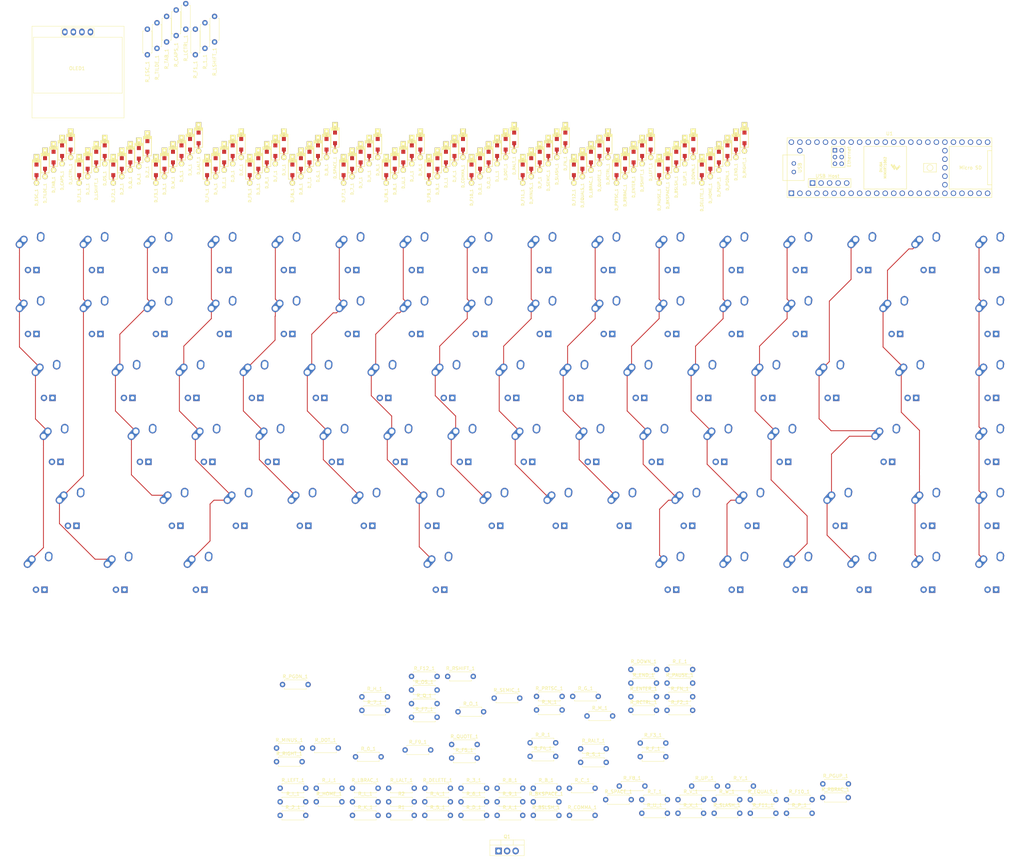
<source format=kicad_pcb>
(kicad_pcb (version 20171130) (host pcbnew "(5.1.6)-1")
  (title_block (title 00Key) (date 2020-09-28) (rev v001))
  (layers (0 F.Cu signal) (31 B.Cu signal) (34 B.Paste user) (35 F.Paste user) (36 B.SilkS user) (37 F.SilkS user) (38 B.Mask user) (39 F.Mask user) (44 Edge.Cuts user))
  (net 0 "")
  (net 1 "Net-(D_0_1-Pad2)")
  (net 2 row1)
  (net 3 "Net-(D_1_1-Pad2)")
  (net 4 "Net-(D_2_1-Pad2)")
  (net 5 "Net-(D_3_1-Pad2)")
  (net 6 "Net-(D_4_1-Pad2)")
  (net 7 "Net-(D_5_1-Pad2)")
  (net 8 "Net-(D_6_1-Pad2)")
  (net 9 "Net-(D_7_1-Pad2)")
  (net 10 "Net-(D_8_1-Pad2)")
  (net 11 "Net-(D_9_1-Pad2)")
  (net 12 "Net-(D_A_1-Pad2)")
  (net 13 row3)
  (net 14 "Net-(D_B_1-Pad2)")
  (net 15 row4)
  (net 16 "Net-(D_BKSPACE_1-Pad2)")
  (net 17 "Net-(D_BSLSH_1-Pad2)")
  (net 18 row2)
  (net 19 "Net-(D_C_1-Pad2)")
  (net 20 "Net-(D_CAPS_1-Pad2)")
  (net 21 "Net-(D_COMMA_1-Pad2)")
  (net 22 "Net-(D_D_1-Pad2)")
  (net 23 "Net-(D_DELETE_1-Pad2)")
  (net 24 row0)
  (net 25 "Net-(D_DOT_1-Pad2)")
  (net 26 "Net-(D_DOWN_1-Pad2)")
  (net 27 row5)
  (net 28 "Net-(D_E_1-Pad2)")
  (net 29 "Net-(D_END_1-Pad2)")
  (net 30 "Net-(D_ENTER_1-Pad2)")
  (net 31 "Net-(D_EQUALS_1-Pad2)")
  (net 32 "Net-(D_ESC_1-Pad2)")
  (net 33 "Net-(D_F10_1-Pad2)")
  (net 34 "Net-(D_F11_1-Pad2)")
  (net 35 "Net-(D_F12_1-Pad2)")
  (net 36 "Net-(D_F1_1-Pad2)")
  (net 37 "Net-(D_F2_1-Pad2)")
  (net 38 "Net-(D_F3_1-Pad2)")
  (net 39 "Net-(D_F4_1-Pad2)")
  (net 40 "Net-(D_F5_1-Pad2)")
  (net 41 "Net-(D_F6_1-Pad2)")
  (net 42 "Net-(D_F7_1-Pad2)")
  (net 43 "Net-(D_F8_1-Pad2)")
  (net 44 "Net-(D_F9_1-Pad2)")
  (net 45 "Net-(D_F_1-Pad2)")
  (net 46 "Net-(D_FN_1-Pad2)")
  (net 47 "Net-(D_G_1-Pad2)")
  (net 48 "Net-(D_H_1-Pad2)")
  (net 49 "Net-(D_HOME_1-Pad2)")
  (net 50 "Net-(D_I_1-Pad2)")
  (net 51 "Net-(D_J_1-Pad2)")
  (net 52 "Net-(D_K_1-Pad2)")
  (net 53 "Net-(D_L_1-Pad2)")
  (net 54 "Net-(D_LALT_1-Pad2)")
  (net 55 "Net-(D_LBRAC_1-Pad2)")
  (net 56 "Net-(D_LCTRL_1-Pad2)")
  (net 57 "Net-(D_LEFT_1-Pad2)")
  (net 58 "Net-(D_LSHIFT_1-Pad2)")
  (net 59 "Net-(D_M_1-Pad2)")
  (net 60 "Net-(D_MINUS_1-Pad2)")
  (net 61 "Net-(D_N_1-Pad2)")
  (net 62 "Net-(D_O_1-Pad2)")
  (net 63 "Net-(D_OS_1-Pad2)")
  (net 64 "Net-(D_P_1-Pad2)")
  (net 65 "Net-(D_PAUSE_1-Pad2)")
  (net 66 "Net-(D_PGDN_1-Pad2)")
  (net 67 "Net-(D_PGUP_1-Pad2)")
  (net 68 "Net-(D_PRTSC_1-Pad2)")
  (net 69 "Net-(D_Q_1-Pad2)")
  (net 70 "Net-(D_QUOTE_1-Pad2)")
  (net 71 "Net-(D_R_1-Pad2)")
  (net 72 "Net-(D_RALT_1-Pad2)")
  (net 73 "Net-(D_RBRAC_1-Pad2)")
  (net 74 "Net-(D_RCTRL_1-Pad2)")
  (net 75 "Net-(D_RIGHT_1-Pad2)")
  (net 76 "Net-(D_RSHIFT_1-Pad2)")
  (net 77 "Net-(D_S_1-Pad2)")
  (net 78 "Net-(D_SEMIC_1-Pad2)")
  (net 79 "Net-(D_SLASH_1-Pad2)")
  (net 80 "Net-(D_SPACE_1-Pad2)")
  (net 81 "Net-(D_T_1-Pad2)")
  (net 82 "Net-(D_TAB_1-Pad2)")
  (net 83 "Net-(D_TILDE_1-Pad2)")
  (net 84 "Net-(D_U_1-Pad2)")
  (net 85 "Net-(D_UP_1-Pad2)")
  (net 86 "Net-(D_V_1-Pad2)")
  (net 87 "Net-(D_W_1-Pad2)")
  (net 88 "Net-(D_X_1-Pad2)")
  (net 89 "Net-(D_Y_1-Pad2)")
  (net 90 "Net-(D_Z_1-Pad2)")
  (net 91 LEDGND)
  (net 92 "Net-(MX_0_1-Pad3)")
  (net 93 col10)
  (net 94 "Net-(MX_1_1-Pad3)")
  (net 95 col1)
  (net 96 "Net-(MX_2_1-Pad3)")
  (net 97 col2)
  (net 98 "Net-(MX_3_1-Pad3)")
  (net 99 col3)
  (net 100 "Net-(MX_4_1-Pad3)")
  (net 101 col4)
  (net 102 "Net-(MX_5_1-Pad3)")
  (net 103 col5)
  (net 104 "Net-(MX_6_1-Pad3)")
  (net 105 col6)
  (net 106 "Net-(MX_7_1-Pad3)")
  (net 107 col7)
  (net 108 "Net-(MX_8_1-Pad3)")
  (net 109 col8)
  (net 110 "Net-(MX_9_1-Pad3)")
  (net 111 col9)
  (net 112 "Net-(MX_A_1-Pad3)")
  (net 113 "Net-(MX_B_1-Pad3)")
  (net 114 "Net-(MX_BKSPACE_1-Pad3)")
  (net 115 col14)
  (net 116 "Net-(MX_BSLSH_1-Pad3)")
  (net 117 "Net-(MX_C_1-Pad3)")
  (net 118 "Net-(MX_CAPS_1-Pad3)")
  (net 119 col0)
  (net 120 "Net-(MX_COMMA_1-Pad3)")
  (net 121 "Net-(MX_D_1-Pad3)")
  (net 122 "Net-(MX_DELETE_1-Pad3)")
  (net 123 col15)
  (net 124 "Net-(MX_DOT_1-Pad3)")
  (net 125 "Net-(MX_DOWN_1-Pad3)")
  (net 126 "Net-(MX_E_1-Pad3)")
  (net 127 "Net-(MX_END_1-Pad3)")
  (net 128 "Net-(MX_ENTER_1-Pad3)")
  (net 129 col13)
  (net 130 "Net-(MX_EQUALS_1-Pad3)")
  (net 131 col12)
  (net 132 "Net-(MX_ESC_1-Pad3)")
  (net 133 "Net-(MX_F10_1-Pad3)")
  (net 134 "Net-(MX_F11_1-Pad3)")
  (net 135 col11)
  (net 136 "Net-(MX_F12_1-Pad3)")
  (net 137 "Net-(MX_F1_1-Pad3)")
  (net 138 "Net-(MX_F2_1-Pad3)")
  (net 139 "Net-(MX_F3_1-Pad3)")
  (net 140 "Net-(MX_F4_1-Pad3)")
  (net 141 "Net-(MX_F5_1-Pad3)")
  (net 142 "Net-(MX_F6_1-Pad3)")
  (net 143 "Net-(MX_F7_1-Pad3)")
  (net 144 "Net-(MX_F8_1-Pad3)")
  (net 145 "Net-(MX_F9_1-Pad3)")
  (net 146 "Net-(MX_F_1-Pad3)")
  (net 147 "Net-(MX_FN_1-Pad3)")
  (net 148 "Net-(MX_G_1-Pad3)")
  (net 149 "Net-(MX_H_1-Pad3)")
  (net 150 "Net-(MX_HOME_1-Pad3)")
  (net 151 "Net-(MX_I_1-Pad3)")
  (net 152 "Net-(MX_J_1-Pad3)")
  (net 153 "Net-(MX_K_1-Pad3)")
  (net 154 "Net-(MX_L_1-Pad3)")
  (net 155 "Net-(MX_LALT_1-Pad3)")
  (net 156 "Net-(MX_LBRAC_1-Pad3)")
  (net 157 "Net-(MX_LCTRL_1-Pad3)")
  (net 158 "Net-(MX_LEFT_1-Pad3)")
  (net 159 "Net-(MX_LSHIFT_1-Pad3)")
  (net 160 "Net-(MX_M_1-Pad3)")
  (net 161 "Net-(MX_MINUS_1-Pad3)")
  (net 162 "Net-(MX_N_1-Pad3)")
  (net 163 "Net-(MX_O_1-Pad3)")
  (net 164 "Net-(MX_OS_1-Pad3)")
  (net 165 "Net-(MX_P_1-Pad3)")
  (net 166 "Net-(MX_PAUSE_1-Pad3)")
  (net 167 "Net-(MX_PGDN_1-Pad3)")
  (net 168 "Net-(MX_PGUP_1-Pad3)")
  (net 169 "Net-(MX_PRTSC_1-Pad3)")
  (net 170 "Net-(MX_Q_1-Pad3)")
  (net 171 "Net-(MX_QUOTE_1-Pad3)")
  (net 172 "Net-(MX_R_1-Pad3)")
  (net 173 "Net-(MX_RALT_1-Pad3)")
  (net 174 "Net-(MX_RBRAC_1-Pad3)")
  (net 175 "Net-(MX_RCTRL_1-Pad3)")
  (net 176 "Net-(MX_RIGHT_1-Pad3)")
  (net 177 "Net-(MX_RSHIFT_1-Pad3)")
  (net 178 "Net-(MX_S_1-Pad3)")
  (net 179 "Net-(MX_SEMIC_1-Pad3)")
  (net 180 "Net-(MX_SLASH_1-Pad3)")
  (net 181 "Net-(MX_SPACE_1-Pad3)")
  (net 182 "Net-(MX_T_1-Pad3)")
  (net 183 "Net-(MX_TAB_1-Pad3)")
  (net 184 "Net-(MX_TILDE_1-Pad3)")
  (net 185 "Net-(MX_U_1-Pad3)")
  (net 186 "Net-(MX_UP_1-Pad3)")
  (net 187 "Net-(MX_V_1-Pad3)")
  (net 188 "Net-(MX_W_1-Pad3)")
  (net 189 "Net-(MX_X_1-Pad3)")
  (net 190 "Net-(MX_Y_1-Pad3)")
  (net 191 "Net-(MX_Z_1-Pad3)")
  (net 192 3.3V)
  (net 193 GND)
  (net 194 OLEDSCL)
  (net 195 OLEDSDA)
  (net 196 LEDPWM)
  (net 197 5V)
  (net 198 "Net-(U1-Pad67)")
  (net 199 "Net-(U1-Pad66)")
  (net 200 "Net-(U1-Pad54)")
  (net 201 "Net-(U1-Pad53)")
  (net 202 "Net-(U1-Pad52)")
  (net 203 "Net-(U1-Pad51)")
  (net 204 "Net-(U1-Pad50)")
  (net 205 "Net-(U1-Pad62)")
  (net 206 "Net-(U1-Pad63)")
  (net 207 "Net-(U1-Pad64)")
  (net 208 "Net-(U1-Pad61)")
  (net 209 "Net-(U1-Pad65)")
  (net 210 "Net-(U1-Pad60)")
  (net 211 "Net-(U1-Pad18)")
  (net 212 "Net-(U1-Pad19)")
  (net 213 "Net-(U1-Pad15)")
  (net 214 "Net-(U1-Pad14)")
  (net 215 "Net-(U1-Pad21)")
  (net 216 "Net-(U1-Pad22)")
  (net 217 "Net-(U1-Pad23)")
  (net 218 "Net-(U1-Pad24)")
  (net 219 "Net-(U1-Pad25)")
  (net 220 "Net-(U1-Pad26)")
  (net 221 "Net-(U1-Pad27)")
  (net 222 "Net-(U1-Pad34)")
  (net 223 "Net-(U1-Pad13)")
  (net 224 "Net-(U1-Pad12)")
  (net 225 "Net-(U1-Pad11)")
  (net 226 "Net-(U1-Pad10)")
  (net 227 "Net-(U1-Pad9)")
  (net 228 "Net-(U1-Pad8)")
  (net 229 "Net-(U1-Pad1)")
  (net 230 "Net-(U1-Pad35)")
  (net 231 "Net-(U1-Pad55)")
  (net 232 "Net-(U1-Pad56)")
  (net 233 "Net-(U1-Pad57)")
  (net 234 "Net-(U1-Pad58)")
  (net 235 "Net-(U1-Pad59)")
  (net 236 "Net-(U1-Pad49)")
  (module Resistor_THT:R_Axial_DIN0207_L6.3mm_D2.5mm_P7.62mm_Horizontal (layer F.Cu) (at 83.5025 47.3075 90)
    (fp_text reference R_ESC_1 (at -5.08 0 90) (layer F.SilkS))
    (fp_text value 470)
    (pad 2 thru_hole oval (at 7.62 0 90) (size 1.6 1.6) (drill 0.8) (layers *.Cu *.Mask) (net 197 5V))
    (pad 1 thru_hole circle (at 0 0 90) (size 1.6 1.6) (drill 0.8) (layers *.Cu *.Mask) (net 132 "Net-(MX_ESC_1-Pad3)"))
  )
  (module parts:D_SOD123_axial (layer F.Cu) (at 68.2625 77.7875 270)
    (fp_text reference D_LSHIFT_1 (at 9.525 0 90) (layer F.SilkS) (effects (font (size 0.8 0.8))))
    (fp_text value D hide)
    (pad 2 smd rect (at 2.7 0 270) (size 2.5 0.5) (layers F.Cu) (net 58 "Net-(D_LSHIFT_1-Pad2)"))
    (pad 1 smd rect (at -2.7 0 270) (size 2.5 0.5) (layers F.Cu) (net 15 row4))
    (pad 2 thru_hole circle (at 3.9 0 270) (size 1.6 1.6) (drill 0.7) (layers *.Cu *.Mask F.SilkS) (net 58 "Net-(D_LSHIFT_1-Pad2)"))
    (pad 1 thru_hole rect (at -3.9 0 270) (size 1.6 1.6) (drill 0.7) (layers *.Cu *.Mask F.SilkS) (net 15 row4))
    (pad 1 smd rect (at -1.575 0 270) (size 1.2 1.2) (layers F.Cu F.Paste F.Mask) (net 15 row4))
    (pad 2 smd rect (at 1.575 0 270) (size 1.2 1.2) (layers F.Cu F.Paste F.Mask) (net 58 "Net-(D_LSHIFT_1-Pad2)"))
  )
  (module teensy:Teensy41 (layer F.Cu) (at 304.4825 80.9625)
    (fp_text reference U1 (at 0 -10.16) (layer F.SilkS))
    (fp_text value Teensy4.1)
    (fp_text user "USB Host" (at -18.4658 2.4892) (layer F.SilkS))
    (fp_text user Ethernet (at -12.065 -3.2766 90) (layer F.SilkS))
    (fp_text user USB (at -26.67 0 270) (layer F.SilkS))
    (fp_text user "Micro SD" (at 24.13 0) (layer F.SilkS))
    (fp_text user MIMXRT1062 (at -1.27 0 -90) (layer F.SilkS) (effects (font (size 0.7 0.7))))
    (fp_text user DVJ6A (at -2.54 -0.18 -90) (layer F.SilkS) (effects (font (size 0.7 0.7))))
    (pad 67 thru_hole circle (at -28.48 -1.27) (size 1.3 1.3) (drill 0.8) (layers *.Cu *.Mask) (net 198 "Net-(U1-Pad67)"))
    (pad 66 thru_hole circle (at -28.48 1.27) (size 1.3 1.3) (drill 0.8) (layers *.Cu *.Mask) (net 199 "Net-(U1-Pad66)"))
    (pad 54 thru_hole circle (at 16.51 -5.08) (size 1.6 1.6) (drill 1.1) (layers *.Cu *.Mask) (net 200 "Net-(U1-Pad54)"))
    (pad 53 thru_hole circle (at 16.51 -2.54) (size 1.6 1.6) (drill 1.1) (layers *.Cu *.Mask) (net 201 "Net-(U1-Pad53)"))
    (pad 52 thru_hole circle (at 16.51 0) (size 1.6 1.6) (drill 1.1) (layers *.Cu *.Mask) (net 202 "Net-(U1-Pad52)"))
    (pad 51 thru_hole circle (at 16.51 2.54) (size 1.6 1.6) (drill 1.1) (layers *.Cu *.Mask) (net 203 "Net-(U1-Pad51)"))
    (pad 50 thru_hole circle (at 16.51 5.08) (size 1.6 1.6) (drill 1.1) (layers *.Cu *.Mask) (net 204 "Net-(U1-Pad50)"))
    (pad 62 thru_hole circle (at -16.24 -1.1816) (size 1.3 1.3) (drill 0.8) (layers *.Cu *.Mask) (net 205 "Net-(U1-Pad62)"))
    (pad 63 thru_hole circle (at -14.24 -1.1816) (size 1.3 1.3) (drill 0.8) (layers *.Cu *.Mask) (net 206 "Net-(U1-Pad63)"))
    (pad 64 thru_hole circle (at -14.24 -3.1816) (size 1.3 1.3) (drill 0.8) (layers *.Cu *.Mask) (net 207 "Net-(U1-Pad64)"))
    (pad 61 thru_hole circle (at -16.24 -3.1816) (size 1.3 1.3) (drill 0.8) (layers *.Cu *.Mask) (net 208 "Net-(U1-Pad61)"))
    (pad 65 thru_hole circle (at -14.24 -5.1816) (size 1.3 1.3) (drill 0.8) (layers *.Cu *.Mask) (net 209 "Net-(U1-Pad65)"))
    (pad 60 thru_hole rect (at -16.24 -5.1816) (size 1.3 1.3) (drill 0.8) (layers *.Cu *.Mask) (net 210 "Net-(U1-Pad60)"))
    (pad 17 thru_hole circle (at 11.43 7.62) (size 1.6 1.6) (drill 1.1) (layers *.Cu *.Mask) (net 195 OLEDSDA))
    (pad 18 thru_hole circle (at 13.97 7.62) (size 1.6 1.6) (drill 1.1) (layers *.Cu *.Mask) (net 211 "Net-(U1-Pad18)"))
    (pad 19 thru_hole circle (at 16.51 7.62) (size 1.6 1.6) (drill 1.1) (layers *.Cu *.Mask) (net 212 "Net-(U1-Pad19)"))
    (pad 20 thru_hole circle (at 19.05 7.62) (size 1.6 1.6) (drill 1.1) (layers *.Cu *.Mask) (net 196 LEDPWM))
    (pad 16 thru_hole circle (at 8.89 7.62) (size 1.6 1.6) (drill 1.1) (layers *.Cu *.Mask) (net 194 OLEDSCL))
    (pad 15 thru_hole circle (at 6.35 7.62) (size 1.6 1.6) (drill 1.1) (layers *.Cu *.Mask) (net 213 "Net-(U1-Pad15)"))
    (pad 14 thru_hole circle (at 3.81 7.62) (size 1.6 1.6) (drill 1.1) (layers *.Cu *.Mask) (net 214 "Net-(U1-Pad14)"))
    (pad 21 thru_hole circle (at 21.59 7.62) (size 1.6 1.6) (drill 1.1) (layers *.Cu *.Mask) (net 215 "Net-(U1-Pad21)"))
    (pad 22 thru_hole circle (at 24.13 7.62) (size 1.6 1.6) (drill 1.1) (layers *.Cu *.Mask) (net 216 "Net-(U1-Pad22)"))
    (pad 23 thru_hole circle (at 26.67 7.62) (size 1.6 1.6) (drill 1.1) (layers *.Cu *.Mask) (net 217 "Net-(U1-Pad23)"))
    (pad 24 thru_hole circle (at 29.21 7.62) (size 1.6 1.6) (drill 1.1) (layers *.Cu *.Mask) (net 218 "Net-(U1-Pad24)"))
    (pad 25 thru_hole circle (at 29.21 -7.62) (size 1.6 1.6) (drill 1.1) (layers *.Cu *.Mask) (net 219 "Net-(U1-Pad25)"))
    (pad 26 thru_hole circle (at 26.67 -7.62) (size 1.6 1.6) (drill 1.1) (layers *.Cu *.Mask) (net 220 "Net-(U1-Pad26)"))
    (pad 27 thru_hole circle (at 24.13 -7.62) (size 1.6 1.6) (drill 1.1) (layers *.Cu *.Mask) (net 221 "Net-(U1-Pad27)"))
    (pad 28 thru_hole circle (at 21.59 -7.62) (size 1.6 1.6) (drill 1.1) (layers *.Cu *.Mask) (net 123 col15))
    (pad 29 thru_hole circle (at 19.05 -7.62) (size 1.6 1.6) (drill 1.1) (layers *.Cu *.Mask) (net 115 col14))
    (pad 30 thru_hole circle (at 16.51 -7.62) (size 1.6 1.6) (drill 1.1) (layers *.Cu *.Mask) (net 129 col13))
    (pad 31 thru_hole circle (at 13.97 -7.62) (size 1.6 1.6) (drill 1.1) (layers *.Cu *.Mask) (net 131 col12))
    (pad 32 thru_hole circle (at 11.43 -7.62) (size 1.6 1.6) (drill 1.1) (layers *.Cu *.Mask) (net 135 col11))
    (pad 33 thru_hole circle (at 8.89 -7.62) (size 1.6 1.6) (drill 1.1) (layers *.Cu *.Mask) (net 93 col10))
    (pad 34 thru_hole circle (at 6.35 -7.62) (size 1.6 1.6) (drill 1.1) (layers *.Cu *.Mask) (net 222 "Net-(U1-Pad34)"))
    (pad 13 thru_hole circle (at 1.27 7.62) (size 1.6 1.6) (drill 1.1) (layers *.Cu *.Mask) (net 223 "Net-(U1-Pad13)"))
    (pad 12 thru_hole circle (at -1.27 7.62) (size 1.6 1.6) (drill 1.1) (layers *.Cu *.Mask) (net 224 "Net-(U1-Pad12)"))
    (pad 11 thru_hole circle (at -3.81 7.62) (size 1.6 1.6) (drill 1.1) (layers *.Cu *.Mask) (net 225 "Net-(U1-Pad11)"))
    (pad 10 thru_hole circle (at -6.35 7.62) (size 1.6 1.6) (drill 1.1) (layers *.Cu *.Mask) (net 226 "Net-(U1-Pad10)"))
    (pad 9 thru_hole circle (at -8.89 7.62) (size 1.6 1.6) (drill 1.1) (layers *.Cu *.Mask) (net 227 "Net-(U1-Pad9)"))
    (pad 8 thru_hole circle (at -11.43 7.62) (size 1.6 1.6) (drill 1.1) (layers *.Cu *.Mask) (net 228 "Net-(U1-Pad8)"))
    (pad 7 thru_hole circle (at -13.97 7.62) (size 1.6 1.6) (drill 1.1) (layers *.Cu *.Mask) (net 27 row5))
    (pad 6 thru_hole circle (at -16.51 7.62) (size 1.6 1.6) (drill 1.1) (layers *.Cu *.Mask) (net 15 row4))
    (pad 5 thru_hole circle (at -19.05 7.62) (size 1.6 1.6) (drill 1.1) (layers *.Cu *.Mask) (net 13 row3))
    (pad 4 thru_hole circle (at -21.59 7.62) (size 1.6 1.6) (drill 1.1) (layers *.Cu *.Mask) (net 18 row2))
    (pad 3 thru_hole circle (at -24.13 7.62) (size 1.6 1.6) (drill 1.1) (layers *.Cu *.Mask) (net 2 row1))
    (pad 2 thru_hole circle (at -26.67 7.62) (size 1.6 1.6) (drill 1.1) (layers *.Cu *.Mask) (net 24 row0))
    (pad 1 thru_hole rect (at -29.21 7.62) (size 1.6 1.6) (drill 1.1) (layers *.Cu *.Mask) (net 229 "Net-(U1-Pad1)"))
    (pad 35 thru_hole circle (at 3.81 -7.62) (size 1.6 1.6) (drill 1.1) (layers *.Cu *.Mask) (net 230 "Net-(U1-Pad35)"))
    (pad 36 thru_hole circle (at 1.27 -7.62) (size 1.6 1.6) (drill 1.1) (layers *.Cu *.Mask) (net 111 col9))
    (pad 37 thru_hole circle (at -1.27 -7.62) (size 1.6 1.6) (drill 1.1) (layers *.Cu *.Mask) (net 109 col8))
    (pad 38 thru_hole circle (at -3.81 -7.62) (size 1.6 1.6) (drill 1.1) (layers *.Cu *.Mask) (net 107 col7))
    (pad 39 thru_hole circle (at -6.35 -7.62) (size 1.6 1.6) (drill 1.1) (layers *.Cu *.Mask) (net 105 col6))
    (pad 40 thru_hole circle (at -8.89 -7.62) (size 1.6 1.6) (drill 1.1) (layers *.Cu *.Mask) (net 103 col5))
    (pad 41 thru_hole circle (at -11.43 -7.62) (size 1.6 1.6) (drill 1.1) (layers *.Cu *.Mask) (net 101 col4))
    (pad 42 thru_hole circle (at -13.97 -7.62) (size 1.6 1.6) (drill 1.1) (layers *.Cu *.Mask) (net 99 col3))
    (pad 43 thru_hole circle (at -16.51 -7.62) (size 1.6 1.6) (drill 1.1) (layers *.Cu *.Mask) (net 97 col2))
    (pad 44 thru_hole circle (at -19.05 -7.62) (size 1.6 1.6) (drill 1.1) (layers *.Cu *.Mask) (net 95 col1))
    (pad 45 thru_hole circle (at -21.59 -7.62) (size 1.6 1.6) (drill 1.1) (layers *.Cu *.Mask) (net 119 col0))
    (pad 46 thru_hole circle (at -24.13 -7.62) (size 1.6 1.6) (drill 1.1) (layers *.Cu *.Mask) (net 192 3.3V))
    (pad 47 thru_hole circle (at -26.67 -7.62) (size 1.6 1.6) (drill 1.1) (layers *.Cu *.Mask) (net 193 GND))
    (pad 48 thru_hole circle (at -29.21 -7.62) (size 1.6 1.6) (drill 1.1) (layers *.Cu *.Mask) (net 197 5V))
    (pad 55 thru_hole rect (at -22.9108 4.5692) (size 1.6 1.6) (drill 1.1) (layers *.Cu *.Mask) (net 231 "Net-(U1-Pad55)"))
    (pad 56 thru_hole circle (at -20.3708 4.5692) (size 1.6 1.6) (drill 1.1) (layers *.Cu *.Mask) (net 232 "Net-(U1-Pad56)"))
    (pad 57 thru_hole circle (at -17.8308 4.5692) (size 1.6 1.6) (drill 1.1) (layers *.Cu *.Mask) (net 233 "Net-(U1-Pad57)"))
    (pad 58 thru_hole circle (at -15.2908 4.5692) (size 1.6 1.6) (drill 1.1) (layers *.Cu *.Mask) (net 234 "Net-(U1-Pad58)"))
    (pad 59 thru_hole circle (at -12.7508 4.5692) (size 1.6 1.6) (drill 1.1) (layers *.Cu *.Mask) (net 235 "Net-(U1-Pad59)"))
    (pad 49 thru_hole circle (at -26.67 -5.08) (size 1.6 1.6) (drill 1.1) (layers *.Cu *.Mask) (net 236 "Net-(U1-Pad49)"))
  )
  (module Resistor_THT:R_Axial_DIN0207_L6.3mm_D2.5mm_P7.62mm_Horizontal (layer F.Cu) (at 256.345001 265.2)
    (fp_text reference R_Y_1 (at 3.81 -2.37) (layer F.SilkS))
    (fp_text value 470)
    (pad 2 thru_hole oval (at 7.62 0) (size 1.6 1.6) (drill 0.8) (layers *.Cu *.Mask) (net 197 5V))
    (pad 1 thru_hole circle (at 0 0) (size 1.6 1.6) (drill 0.8) (layers *.Cu *.Mask) (net 190 "Net-(MX_Y_1-Pad3)"))
  )
  (module Resistor_THT:R_Axial_DIN0207_L6.3mm_D2.5mm_P7.62mm_Horizontal (layer F.Cu) (at 241.505001 273.3)
    (fp_text reference R_X_1 (at 3.81 -2.37) (layer F.SilkS))
    (fp_text value 470)
    (pad 2 thru_hole oval (at 7.62 0) (size 1.6 1.6) (drill 0.8) (layers *.Cu *.Mask) (net 197 5V))
    (pad 1 thru_hole circle (at 0 0) (size 1.6 1.6) (drill 0.8) (layers *.Cu *.Mask) (net 189 "Net-(MX_X_1-Pad3)"))
  )
  (module Resistor_THT:R_Axial_DIN0207_L6.3mm_D2.5mm_P7.62mm_Horizontal (layer F.Cu) (at 252.275001 269.25)
    (fp_text reference R_W_1 (at 3.81 -2.37) (layer F.SilkS))
    (fp_text value 470)
    (pad 2 thru_hole oval (at 7.62 0) (size 1.6 1.6) (drill 0.8) (layers *.Cu *.Mask) (net 197 5V))
    (pad 1 thru_hole circle (at 0 0) (size 1.6 1.6) (drill 0.8) (layers *.Cu *.Mask) (net 188 "Net-(MX_W_1-Pad3)"))
  )
  (module Resistor_THT:R_Axial_DIN0207_L6.3mm_D2.5mm_P7.62mm_Horizontal (layer F.Cu) (at 241.505001 269.25)
    (fp_text reference R_V_1 (at 3.81 -2.37) (layer F.SilkS))
    (fp_text value 470)
    (pad 2 thru_hole oval (at 7.62 0) (size 1.6 1.6) (drill 0.8) (layers *.Cu *.Mask) (net 197 5V))
    (pad 1 thru_hole circle (at 0 0) (size 1.6 1.6) (drill 0.8) (layers *.Cu *.Mask) (net 187 "Net-(MX_V_1-Pad3)"))
  )
  (module Resistor_THT:R_Axial_DIN0207_L6.3mm_D2.5mm_P7.62mm_Horizontal (layer F.Cu) (at 245.575001 265.2)
    (fp_text reference R_UP_1 (at 3.81 -2.37) (layer F.SilkS))
    (fp_text value 470)
    (pad 2 thru_hole oval (at 7.62 0) (size 1.6 1.6) (drill 0.8) (layers *.Cu *.Mask) (net 197 5V))
    (pad 1 thru_hole circle (at 0 0) (size 1.6 1.6) (drill 0.8) (layers *.Cu *.Mask) (net 186 "Net-(MX_UP_1-Pad3)"))
  )
  (module Resistor_THT:R_Axial_DIN0207_L6.3mm_D2.5mm_P7.62mm_Horizontal (layer F.Cu) (at 230.735001 273.3)
    (fp_text reference R_U_1 (at 3.81 -2.37) (layer F.SilkS))
    (fp_text value 470)
    (pad 2 thru_hole oval (at 7.62 0) (size 1.6 1.6) (drill 0.8) (layers *.Cu *.Mask) (net 197 5V))
    (pad 1 thru_hole circle (at 0 0) (size 1.6 1.6) (drill 0.8) (layers *.Cu *.Mask) (net 185 "Net-(MX_U_1-Pad3)"))
  )
  (module Resistor_THT:R_Axial_DIN0207_L6.3mm_D2.5mm_P7.62mm_Horizontal (layer F.Cu) (at 86.36 45.4025 90)
    (fp_text reference R_TILDE_1 (at -5.715 0 90) (layer F.SilkS))
    (fp_text value 470)
    (pad 2 thru_hole oval (at 7.62 0 90) (size 1.6 1.6) (drill 0.8) (layers *.Cu *.Mask) (net 197 5V))
    (pad 1 thru_hole circle (at 0 0 90) (size 1.6 1.6) (drill 0.8) (layers *.Cu *.Mask) (net 184 "Net-(MX_TILDE_1-Pad3)"))
  )
  (module Resistor_THT:R_Axial_DIN0207_L6.3mm_D2.5mm_P7.62mm_Horizontal (layer F.Cu) (at 89.2175 43.4975 90)
    (fp_text reference R_TAB_1 (at -5.08 0 90) (layer F.SilkS))
    (fp_text value 470)
    (pad 2 thru_hole oval (at 7.62 0 90) (size 1.6 1.6) (drill 0.8) (layers *.Cu *.Mask) (net 197 5V))
    (pad 1 thru_hole circle (at 0 0 90) (size 1.6 1.6) (drill 0.8) (layers *.Cu *.Mask) (net 183 "Net-(MX_TAB_1-Pad3)"))
  )
  (module Resistor_THT:R_Axial_DIN0207_L6.3mm_D2.5mm_P7.62mm_Horizontal (layer F.Cu) (at 230.735001 269.25)
    (fp_text reference R_T_1 (at 3.81 -2.37) (layer F.SilkS))
    (fp_text value 470)
    (pad 2 thru_hole oval (at 7.62 0) (size 1.6 1.6) (drill 0.8) (layers *.Cu *.Mask) (net 197 5V))
    (pad 1 thru_hole circle (at 0 0) (size 1.6 1.6) (drill 0.8) (layers *.Cu *.Mask) (net 182 "Net-(MX_T_1-Pad3)"))
  )
  (module Resistor_THT:R_Axial_DIN0207_L6.3mm_D2.5mm_P7.62mm_Horizontal (layer F.Cu) (at 219.965001 269.25)
    (fp_text reference R_SPACE_1 (at 3.81 -2.37) (layer F.SilkS))
    (fp_text value 470)
    (pad 2 thru_hole oval (at 7.62 0) (size 1.6 1.6) (drill 0.8) (layers *.Cu *.Mask) (net 197 5V))
    (pad 1 thru_hole circle (at 0 0) (size 1.6 1.6) (drill 0.8) (layers *.Cu *.Mask) (net 181 "Net-(MX_SPACE_1-Pad3)"))
  )
  (module Resistor_THT:R_Axial_DIN0207_L6.3mm_D2.5mm_P7.62mm_Horizontal (layer F.Cu) (at 252.275001 273.3)
    (fp_text reference R_SLASH_1 (at 3.81 -2.37) (layer F.SilkS))
    (fp_text value 470)
    (pad 2 thru_hole oval (at 7.62 0) (size 1.6 1.6) (drill 0.8) (layers *.Cu *.Mask) (net 197 5V))
    (pad 1 thru_hole circle (at 0 0) (size 1.6 1.6) (drill 0.8) (layers *.Cu *.Mask) (net 180 "Net-(MX_SLASH_1-Pad3)"))
  )
  (module Resistor_THT:R_Axial_DIN0207_L6.3mm_D2.5mm_P7.62mm_Horizontal (layer F.Cu) (at 186.770001 239.005)
    (fp_text reference R_SEMIC_1 (at 3.81 -2.37) (layer F.SilkS))
    (fp_text value 470)
    (pad 2 thru_hole oval (at 7.62 0) (size 1.6 1.6) (drill 0.8) (layers *.Cu *.Mask) (net 197 5V))
    (pad 1 thru_hole circle (at 0 0) (size 1.6 1.6) (drill 0.8) (layers *.Cu *.Mask) (net 179 "Net-(MX_SEMIC_1-Pad3)"))
  )
  (module Resistor_THT:R_Axial_DIN0207_L6.3mm_D2.5mm_P7.62mm_Horizontal (layer F.Cu) (at 212.510001 258.14)
    (fp_text reference R_S_1 (at 3.81 -2.37) (layer F.SilkS))
    (fp_text value 470)
    (pad 2 thru_hole oval (at 7.62 0) (size 1.6 1.6) (drill 0.8) (layers *.Cu *.Mask) (net 197 5V))
    (pad 1 thru_hole circle (at 0 0) (size 1.6 1.6) (drill 0.8) (layers *.Cu *.Mask) (net 178 "Net-(MX_S_1-Pad3)"))
  )
  (module Resistor_THT:R_Axial_DIN0207_L6.3mm_D2.5mm_P7.62mm_Horizontal (layer F.Cu) (at 172.920001 232.535)
    (fp_text reference R_RSHIFT_1 (at 3.81 -2.37) (layer F.SilkS))
    (fp_text value 470)
    (pad 2 thru_hole oval (at 7.62 0) (size 1.6 1.6) (drill 0.8) (layers *.Cu *.Mask) (net 197 5V))
    (pad 1 thru_hole circle (at 0 0) (size 1.6 1.6) (drill 0.8) (layers *.Cu *.Mask) (net 177 "Net-(MX_RSHIFT_1-Pad3)"))
  )
  (module Resistor_THT:R_Axial_DIN0207_L6.3mm_D2.5mm_P7.62mm_Horizontal (layer F.Cu) (at 121.955001 257.935)
    (fp_text reference R_RIGHT_1 (at 3.81 -2.37) (layer F.SilkS))
    (fp_text value 470)
    (pad 2 thru_hole oval (at 7.62 0) (size 1.6 1.6) (drill 0.8) (layers *.Cu *.Mask) (net 197 5V))
    (pad 1 thru_hole circle (at 0 0) (size 1.6 1.6) (drill 0.8) (layers *.Cu *.Mask) (net 176 "Net-(MX_RIGHT_1-Pad3)"))
  )
  (module Resistor_THT:R_Axial_DIN0207_L6.3mm_D2.5mm_P7.62mm_Horizontal (layer F.Cu) (at 227.480001 242.625)
    (fp_text reference R_RCTRL_1 (at 3.81 -2.37) (layer F.SilkS))
    (fp_text value 470)
    (pad 2 thru_hole oval (at 7.62 0) (size 1.6 1.6) (drill 0.8) (layers *.Cu *.Mask) (net 197 5V))
    (pad 1 thru_hole circle (at 0 0) (size 1.6 1.6) (drill 0.8) (layers *.Cu *.Mask) (net 175 "Net-(MX_RCTRL_1-Pad3)"))
  )
  (module Resistor_THT:R_Axial_DIN0207_L6.3mm_D2.5mm_P7.62mm_Horizontal (layer F.Cu) (at 284.585001 268.61)
    (fp_text reference R_RBRAC_1 (at 3.81 -2.37) (layer F.SilkS))
    (fp_text value 470)
    (pad 2 thru_hole oval (at 7.62 0) (size 1.6 1.6) (drill 0.8) (layers *.Cu *.Mask) (net 197 5V))
    (pad 1 thru_hole circle (at 0 0) (size 1.6 1.6) (drill 0.8) (layers *.Cu *.Mask) (net 174 "Net-(MX_RBRAC_1-Pad3)"))
  )
  (module Resistor_THT:R_Axial_DIN0207_L6.3mm_D2.5mm_P7.62mm_Horizontal (layer F.Cu) (at 212.510001 254.09)
    (fp_text reference R_RALT_1 (at 3.81 -2.37) (layer F.SilkS))
    (fp_text value 470)
    (pad 2 thru_hole oval (at 7.62 0) (size 1.6 1.6) (drill 0.8) (layers *.Cu *.Mask) (net 197 5V))
    (pad 1 thru_hole circle (at 0 0) (size 1.6 1.6) (drill 0.8) (layers *.Cu *.Mask) (net 173 "Net-(MX_RALT_1-Pad3)"))
  )
  (module Resistor_THT:R_Axial_DIN0207_L6.3mm_D2.5mm_P7.62mm_Horizontal (layer F.Cu) (at 197.470001 252.305)
    (fp_text reference R_R_1 (at 3.81 -2.37) (layer F.SilkS))
    (fp_text value 470)
    (pad 2 thru_hole oval (at 7.62 0) (size 1.6 1.6) (drill 0.8) (layers *.Cu *.Mask) (net 197 5V))
    (pad 1 thru_hole circle (at 0 0) (size 1.6 1.6) (drill 0.8) (layers *.Cu *.Mask) (net 172 "Net-(MX_R_1-Pad3)"))
  )
  (module Resistor_THT:R_Axial_DIN0207_L6.3mm_D2.5mm_P7.62mm_Horizontal (layer F.Cu) (at 174.095001 252.82)
    (fp_text reference R_QUOTE_1 (at 3.81 -2.37) (layer F.SilkS))
    (fp_text value 470)
    (pad 2 thru_hole oval (at 7.62 0) (size 1.6 1.6) (drill 0.8) (layers *.Cu *.Mask) (net 197 5V))
    (pad 1 thru_hole circle (at 0 0) (size 1.6 1.6) (drill 0.8) (layers *.Cu *.Mask) (net 171 "Net-(MX_QUOTE_1-Pad3)"))
  )
  (module Resistor_THT:R_Axial_DIN0207_L6.3mm_D2.5mm_P7.62mm_Horizontal (layer F.Cu) (at 162.150001 240.635)
    (fp_text reference R_Q_1 (at 3.81 -2.37) (layer F.SilkS))
    (fp_text value 470)
    (pad 2 thru_hole oval (at 7.62 0) (size 1.6 1.6) (drill 0.8) (layers *.Cu *.Mask) (net 197 5V))
    (pad 1 thru_hole circle (at 0 0) (size 1.6 1.6) (drill 0.8) (layers *.Cu *.Mask) (net 170 "Net-(MX_Q_1-Pad3)"))
  )
  (module Resistor_THT:R_Axial_DIN0207_L6.3mm_D2.5mm_P7.62mm_Horizontal (layer F.Cu) (at 199.375001 238.49)
    (fp_text reference R_PRTSC_1 (at 3.81 -2.37) (layer F.SilkS))
    (fp_text value 470)
    (pad 2 thru_hole oval (at 7.62 0) (size 1.6 1.6) (drill 0.8) (layers *.Cu *.Mask) (net 197 5V))
    (pad 1 thru_hole circle (at 0 0) (size 1.6 1.6) (drill 0.8) (layers *.Cu *.Mask) (net 169 "Net-(MX_PRTSC_1-Pad3)"))
  )
  (module Resistor_THT:R_Axial_DIN0207_L6.3mm_D2.5mm_P7.62mm_Horizontal (layer F.Cu) (at 284.635001 264.56)
    (fp_text reference R_PGUP_1 (at 3.81 -2.37) (layer F.SilkS))
    (fp_text value 470)
    (pad 2 thru_hole oval (at 7.62 0) (size 1.6 1.6) (drill 0.8) (layers *.Cu *.Mask) (net 197 5V))
    (pad 1 thru_hole circle (at 0 0) (size 1.6 1.6) (drill 0.8) (layers *.Cu *.Mask) (net 168 "Net-(MX_PGUP_1-Pad3)"))
  )
  (module Resistor_THT:R_Axial_DIN0207_L6.3mm_D2.5mm_P7.62mm_Horizontal (layer F.Cu) (at 123.740001 234.955)
    (fp_text reference R_PGDN_1 (at 3.81 -2.37) (layer F.SilkS))
    (fp_text value 470)
    (pad 2 thru_hole oval (at 7.62 0) (size 1.6 1.6) (drill 0.8) (layers *.Cu *.Mask) (net 197 5V))
    (pad 1 thru_hole circle (at 0 0) (size 1.6 1.6) (drill 0.8) (layers *.Cu *.Mask) (net 167 "Net-(MX_PGDN_1-Pad3)"))
  )
  (module Resistor_THT:R_Axial_DIN0207_L6.3mm_D2.5mm_P7.62mm_Horizontal (layer F.Cu) (at 238.250001 234.525)
    (fp_text reference R_PAUSE_1 (at 3.81 -2.37) (layer F.SilkS))
    (fp_text value 470)
    (pad 2 thru_hole oval (at 7.62 0) (size 1.6 1.6) (drill 0.8) (layers *.Cu *.Mask) (net 197 5V))
    (pad 1 thru_hole circle (at 0 0) (size 1.6 1.6) (drill 0.8) (layers *.Cu *.Mask) (net 166 "Net-(MX_PAUSE_1-Pad3)"))
  )
  (module Resistor_THT:R_Axial_DIN0207_L6.3mm_D2.5mm_P7.62mm_Horizontal (layer F.Cu) (at 273.815001 273.3)
    (fp_text reference R_P_1 (at 3.81 -2.37) (layer F.SilkS))
    (fp_text value 470)
    (pad 2 thru_hole oval (at 7.62 0) (size 1.6 1.6) (drill 0.8) (layers *.Cu *.Mask) (net 197 5V))
    (pad 1 thru_hole circle (at 0 0) (size 1.6 1.6) (drill 0.8) (layers *.Cu *.Mask) (net 165 "Net-(MX_P_1-Pad3)"))
  )
  (module Resistor_THT:R_Axial_DIN0207_L6.3mm_D2.5mm_P7.62mm_Horizontal (layer F.Cu) (at 162.150001 236.585)
    (fp_text reference R_OS_1 (at 3.81 -2.37) (layer F.SilkS))
    (fp_text value 470)
    (pad 2 thru_hole oval (at 7.62 0) (size 1.6 1.6) (drill 0.8) (layers *.Cu *.Mask) (net 197 5V))
    (pad 1 thru_hole circle (at 0 0) (size 1.6 1.6) (drill 0.8) (layers *.Cu *.Mask) (net 164 "Net-(MX_OS_1-Pad3)"))
  )
  (module Resistor_THT:R_Axial_DIN0207_L6.3mm_D2.5mm_P7.62mm_Horizontal (layer F.Cu) (at 176.000001 243.055)
    (fp_text reference R_O_1 (at 3.81 -2.37) (layer F.SilkS))
    (fp_text value 470)
    (pad 2 thru_hole oval (at 7.62 0) (size 1.6 1.6) (drill 0.8) (layers *.Cu *.Mask) (net 197 5V))
    (pad 1 thru_hole circle (at 0 0) (size 1.6 1.6) (drill 0.8) (layers *.Cu *.Mask) (net 163 "Net-(MX_O_1-Pad3)"))
  )
  (module Resistor_THT:R_Axial_DIN0207_L6.3mm_D2.5mm_P7.62mm_Horizontal (layer F.Cu) (at 199.375001 242.54)
    (fp_text reference R_N_1 (at 3.81 -2.37) (layer F.SilkS))
    (fp_text value 470)
    (pad 2 thru_hole oval (at 7.62 0) (size 1.6 1.6) (drill 0.8) (layers *.Cu *.Mask) (net 197 5V))
    (pad 1 thru_hole circle (at 0 0) (size 1.6 1.6) (drill 0.8) (layers *.Cu *.Mask) (net 162 "Net-(MX_N_1-Pad3)"))
  )
  (module Resistor_THT:R_Axial_DIN0207_L6.3mm_D2.5mm_P7.62mm_Horizontal (layer F.Cu) (at 121.955001 253.885)
    (fp_text reference R_MINUS_1 (at 3.81 -2.37) (layer F.SilkS))
    (fp_text value 470)
    (pad 2 thru_hole oval (at 7.62 0) (size 1.6 1.6) (drill 0.8) (layers *.Cu *.Mask) (net 197 5V))
    (pad 1 thru_hole circle (at 0 0) (size 1.6 1.6) (drill 0.8) (layers *.Cu *.Mask) (net 161 "Net-(MX_MINUS_1-Pad3)"))
  )
  (module Resistor_THT:R_Axial_DIN0207_L6.3mm_D2.5mm_P7.62mm_Horizontal (layer F.Cu) (at 214.415001 244.325)
    (fp_text reference R_M_1 (at 3.81 -2.37) (layer F.SilkS))
    (fp_text value 470)
    (pad 2 thru_hole oval (at 7.62 0) (size 1.6 1.6) (drill 0.8) (layers *.Cu *.Mask) (net 197 5V))
    (pad 1 thru_hole circle (at 0 0) (size 1.6 1.6) (drill 0.8) (layers *.Cu *.Mask) (net 160 "Net-(MX_M_1-Pad3)"))
  )
  (module Resistor_THT:R_Axial_DIN0207_L6.3mm_D2.5mm_P7.62mm_Horizontal (layer F.Cu) (at 103.505 43.4975 90)
    (fp_text reference R_LSHIFT_1 (at -5.9055 0 90) (layer F.SilkS))
    (fp_text value 470)
    (pad 2 thru_hole oval (at 7.62 0 90) (size 1.6 1.6) (drill 0.8) (layers *.Cu *.Mask) (net 197 5V))
    (pad 1 thru_hole circle (at 0 0 90) (size 1.6 1.6) (drill 0.8) (layers *.Cu *.Mask) (net 159 "Net-(MX_LSHIFT_1-Pad3)"))
  )
  (module Resistor_THT:R_Axial_DIN0207_L6.3mm_D2.5mm_P7.62mm_Horizontal (layer F.Cu) (at 123.035001 265.84)
    (fp_text reference R_LEFT_1 (at 3.81 -2.37) (layer F.SilkS))
    (fp_text value 470)
    (pad 2 thru_hole oval (at 7.62 0) (size 1.6 1.6) (drill 0.8) (layers *.Cu *.Mask) (net 197 5V))
    (pad 1 thru_hole circle (at 0 0) (size 1.6 1.6) (drill 0.8) (layers *.Cu *.Mask) (net 158 "Net-(MX_LEFT_1-Pad3)"))
  )
  (module Resistor_THT:R_Axial_DIN0207_L6.3mm_D2.5mm_P7.62mm_Horizontal (layer F.Cu) (at 94.9325 39.6875 90)
    (fp_text reference R_LCTRL_1 (at -5.6515 0 90) (layer F.SilkS))
    (fp_text value 470)
    (pad 1 thru_hole circle (at 0 0 90) (size 1.6 1.6) (drill 0.8) (layers *.Cu *.Mask) (net 157 "Net-(MX_LCTRL_1-Pad3)"))
    (pad 2 thru_hole oval (at 7.62 0 90) (size 1.6 1.6) (drill 0.8) (layers *.Cu *.Mask) (net 197 5V))
  )
  (module Resistor_THT:R_Axial_DIN0207_L6.3mm_D2.5mm_P7.62mm_Horizontal (layer F.Cu) (at 144.575001 265.84)
    (fp_text reference R_LBRAC_1 (at 3.81 -2.37) (layer F.SilkS))
    (fp_text value 470)
    (pad 2 thru_hole oval (at 7.62 0) (size 1.6 1.6) (drill 0.8) (layers *.Cu *.Mask) (net 197 5V))
    (pad 1 thru_hole circle (at 0 0) (size 1.6 1.6) (drill 0.8) (layers *.Cu *.Mask) (net 156 "Net-(MX_LBRAC_1-Pad3)"))
  )
  (module Resistor_THT:R_Axial_DIN0207_L6.3mm_D2.5mm_P7.62mm_Horizontal (layer F.Cu) (at 155.345001 265.84)
    (fp_text reference R_LALT_1 (at 3.81 -2.37) (layer F.SilkS))
    (fp_text value 470)
    (pad 2 thru_hole oval (at 7.62 0) (size 1.6 1.6) (drill 0.8) (layers *.Cu *.Mask) (net 197 5V))
    (pad 1 thru_hole circle (at 0 0) (size 1.6 1.6) (drill 0.8) (layers *.Cu *.Mask) (net 155 "Net-(MX_LALT_1-Pad3)"))
  )
  (module Resistor_THT:R_Axial_DIN0207_L6.3mm_D2.5mm_P7.62mm_Horizontal (layer F.Cu) (at 144.575001 269.89)
    (fp_text reference R_L_1 (at 3.81 -2.37) (layer F.SilkS))
    (fp_text value 470)
    (pad 2 thru_hole oval (at 7.62 0) (size 1.6 1.6) (drill 0.8) (layers *.Cu *.Mask) (net 197 5V))
    (pad 1 thru_hole circle (at 0 0) (size 1.6 1.6) (drill 0.8) (layers *.Cu *.Mask) (net 154 "Net-(MX_L_1-Pad3)"))
  )
  (module Resistor_THT:R_Axial_DIN0207_L6.3mm_D2.5mm_P7.62mm_Horizontal (layer F.Cu) (at 144.575001 273.94)
    (fp_text reference R_K_1 (at 3.81 -2.37) (layer F.SilkS))
    (fp_text value 470)
    (pad 2 thru_hole oval (at 7.62 0) (size 1.6 1.6) (drill 0.8) (layers *.Cu *.Mask) (net 197 5V))
    (pad 1 thru_hole circle (at 0 0) (size 1.6 1.6) (drill 0.8) (layers *.Cu *.Mask) (net 153 "Net-(MX_K_1-Pad3)"))
  )
  (module Resistor_THT:R_Axial_DIN0207_L6.3mm_D2.5mm_P7.62mm_Horizontal (layer F.Cu) (at 133.805001 265.84)
    (fp_text reference R_J_1 (at 3.81 -2.37) (layer F.SilkS))
    (fp_text value 470)
    (pad 2 thru_hole oval (at 7.62 0) (size 1.6 1.6) (drill 0.8) (layers *.Cu *.Mask) (net 197 5V))
    (pad 1 thru_hole circle (at 0 0) (size 1.6 1.6) (drill 0.8) (layers *.Cu *.Mask) (net 152 "Net-(MX_J_1-Pad3)"))
  )
  (module Resistor_THT:R_Axial_DIN0207_L6.3mm_D2.5mm_P7.62mm_Horizontal (layer F.Cu) (at 123.035001 269.89)
    (fp_text reference R_I_1 (at 3.81 -2.37) (layer F.SilkS))
    (fp_text value 470)
    (pad 2 thru_hole oval (at 7.62 0) (size 1.6 1.6) (drill 0.8) (layers *.Cu *.Mask) (net 197 5V))
    (pad 1 thru_hole circle (at 0 0) (size 1.6 1.6) (drill 0.8) (layers *.Cu *.Mask) (net 151 "Net-(MX_I_1-Pad3)"))
  )
  (module Resistor_THT:R_Axial_DIN0207_L6.3mm_D2.5mm_P7.62mm_Horizontal (layer F.Cu) (at 133.805001 269.89)
    (fp_text reference R_HOME_1 (at 3.81 -2.37) (layer F.SilkS))
    (fp_text value 470)
    (pad 2 thru_hole oval (at 7.62 0) (size 1.6 1.6) (drill 0.8) (layers *.Cu *.Mask) (net 197 5V))
    (pad 1 thru_hole circle (at 0 0) (size 1.6 1.6) (drill 0.8) (layers *.Cu *.Mask) (net 150 "Net-(MX_HOME_1-Pad3)"))
  )
  (module Resistor_THT:R_Axial_DIN0207_L6.3mm_D2.5mm_P7.62mm_Horizontal (layer F.Cu) (at 147.385001 238.615)
    (fp_text reference R_H_1 (at 3.81 -2.37) (layer F.SilkS))
    (fp_text value 470)
    (pad 2 thru_hole oval (at 7.62 0) (size 1.6 1.6) (drill 0.8) (layers *.Cu *.Mask) (net 197 5V))
    (pad 1 thru_hole circle (at 0 0) (size 1.6 1.6) (drill 0.8) (layers *.Cu *.Mask) (net 149 "Net-(MX_H_1-Pad3)"))
  )
  (module Resistor_THT:R_Axial_DIN0207_L6.3mm_D2.5mm_P7.62mm_Horizontal (layer F.Cu) (at 210.145001 238.49)
    (fp_text reference R_G_1 (at 3.81 -2.37) (layer F.SilkS))
    (fp_text value 470)
    (pad 2 thru_hole oval (at 7.62 0) (size 1.6 1.6) (drill 0.8) (layers *.Cu *.Mask) (net 197 5V))
    (pad 1 thru_hole circle (at 0 0) (size 1.6 1.6) (drill 0.8) (layers *.Cu *.Mask) (net 148 "Net-(MX_G_1-Pad3)"))
  )
  (module Resistor_THT:R_Axial_DIN0207_L6.3mm_D2.5mm_P7.62mm_Horizontal (layer F.Cu) (at 238.250001 238.575)
    (fp_text reference R_FN_1 (at 3.81 -2.37) (layer F.SilkS))
    (fp_text value 470)
    (pad 2 thru_hole oval (at 7.62 0) (size 1.6 1.6) (drill 0.8) (layers *.Cu *.Mask) (net 197 5V))
    (pad 1 thru_hole circle (at 0 0) (size 1.6 1.6) (drill 0.8) (layers *.Cu *.Mask) (net 147 "Net-(MX_FN_1-Pad3)"))
  )
  (module Resistor_THT:R_Axial_DIN0207_L6.3mm_D2.5mm_P7.62mm_Horizontal (layer F.Cu) (at 230.265001 256.44)
    (fp_text reference R_F_1 (at 3.81 -2.37) (layer F.SilkS))
    (fp_text value 470)
    (pad 2 thru_hole oval (at 7.62 0) (size 1.6 1.6) (drill 0.8) (layers *.Cu *.Mask) (net 197 5V))
    (pad 1 thru_hole circle (at 0 0) (size 1.6 1.6) (drill 0.8) (layers *.Cu *.Mask) (net 146 "Net-(MX_F_1-Pad3)"))
  )
  (module Resistor_THT:R_Axial_DIN0207_L6.3mm_D2.5mm_P7.62mm_Horizontal (layer F.Cu) (at 160.245001 254.45)
    (fp_text reference R_F9_1 (at 3.81 -2.37) (layer F.SilkS))
    (fp_text value 470)
    (pad 2 thru_hole oval (at 7.62 0) (size 1.6 1.6) (drill 0.8) (layers *.Cu *.Mask) (net 197 5V))
    (pad 1 thru_hole circle (at 0 0) (size 1.6 1.6) (drill 0.8) (layers *.Cu *.Mask) (net 145 "Net-(MX_F9_1-Pad3)"))
  )
  (module Resistor_THT:R_Axial_DIN0207_L6.3mm_D2.5mm_P7.62mm_Horizontal (layer F.Cu) (at 224.035001 265.2)
    (fp_text reference R_F8_1 (at 3.81 -2.37) (layer F.SilkS))
    (fp_text value 470)
    (pad 2 thru_hole oval (at 7.62 0) (size 1.6 1.6) (drill 0.8) (layers *.Cu *.Mask) (net 197 5V))
    (pad 1 thru_hole circle (at 0 0) (size 1.6 1.6) (drill 0.8) (layers *.Cu *.Mask) (net 144 "Net-(MX_F8_1-Pad3)"))
  )
  (module Resistor_THT:R_Axial_DIN0207_L6.3mm_D2.5mm_P7.62mm_Horizontal (layer F.Cu) (at 162.150001 244.685)
    (fp_text reference R_F7_1 (at 3.81 -2.37) (layer F.SilkS))
    (fp_text value 470)
    (pad 2 thru_hole oval (at 7.62 0) (size 1.6 1.6) (drill 0.8) (layers *.Cu *.Mask) (net 197 5V))
    (pad 1 thru_hole circle (at 0 0) (size 1.6 1.6) (drill 0.8) (layers *.Cu *.Mask) (net 143 "Net-(MX_F7_1-Pad3)"))
  )
  (module Resistor_THT:R_Axial_DIN0207_L6.3mm_D2.5mm_P7.62mm_Horizontal (layer F.Cu) (at 174.095001 256.87)
    (fp_text reference R_F5_1 (at 3.81 -2.37) (layer F.SilkS))
    (fp_text value 470)
    (pad 2 thru_hole oval (at 7.62 0) (size 1.6 1.6) (drill 0.8) (layers *.Cu *.Mask) (net 197 5V))
    (pad 1 thru_hole circle (at 0 0) (size 1.6 1.6) (drill 0.8) (layers *.Cu *.Mask) (net 141 "Net-(MX_F5_1-Pad3)"))
  )
  (module Resistor_THT:R_Axial_DIN0207_L6.3mm_D2.5mm_P7.62mm_Horizontal (layer F.Cu) (at 197.470001 256.355)
    (fp_text reference R_F4_1 (at 3.81 -2.37) (layer F.SilkS))
    (fp_text value 470)
    (pad 2 thru_hole oval (at 7.62 0) (size 1.6 1.6) (drill 0.8) (layers *.Cu *.Mask) (net 197 5V))
    (pad 1 thru_hole circle (at 0 0) (size 1.6 1.6) (drill 0.8) (layers *.Cu *.Mask) (net 140 "Net-(MX_F4_1-Pad3)"))
  )
  (module Resistor_THT:R_Axial_DIN0207_L6.3mm_D2.5mm_P7.62mm_Horizontal (layer F.Cu) (at 230.265001 252.39)
    (fp_text reference R_F3_1 (at 3.81 -2.37) (layer F.SilkS))
    (fp_text value 470)
    (pad 2 thru_hole oval (at 7.62 0) (size 1.6 1.6) (drill 0.8) (layers *.Cu *.Mask) (net 197 5V))
    (pad 1 thru_hole circle (at 0 0) (size 1.6 1.6) (drill 0.8) (layers *.Cu *.Mask) (net 139 "Net-(MX_F3_1-Pad3)"))
  )
  (module Resistor_THT:R_Axial_DIN0207_L6.3mm_D2.5mm_P7.62mm_Horizontal (layer F.Cu) (at 238.250001 242.625)
    (fp_text reference R_F2_1 (at 3.81 -2.37) (layer F.SilkS))
    (fp_text value 470)
    (pad 2 thru_hole oval (at 7.62 0) (size 1.6 1.6) (drill 0.8) (layers *.Cu *.Mask) (net 197 5V))
    (pad 1 thru_hole circle (at 0 0) (size 1.6 1.6) (drill 0.8) (layers *.Cu *.Mask) (net 138 "Net-(MX_F2_1-Pad3)"))
  )
  (module Resistor_THT:R_Axial_DIN0207_L6.3mm_D2.5mm_P7.62mm_Horizontal (layer F.Cu) (at 97.79 47.3075 90)
    (fp_text reference R_F1_1 (at -4.445 0 90) (layer F.SilkS))
    (fp_text value 470)
    (pad 2 thru_hole oval (at 7.62 0 90) (size 1.6 1.6) (drill 0.8) (layers *.Cu *.Mask) (net 197 5V))
    (pad 1 thru_hole circle (at 0 0 90) (size 1.6 1.6) (drill 0.8) (layers *.Cu *.Mask) (net 137 "Net-(MX_F1_1-Pad3)"))
  )
  (module Resistor_THT:R_Axial_DIN0207_L6.3mm_D2.5mm_P7.62mm_Horizontal (layer F.Cu) (at 162.150001 232.535)
    (fp_text reference R_F12_1 (at 3.81 -2.37) (layer F.SilkS))
    (fp_text value 470)
    (pad 2 thru_hole oval (at 7.62 0) (size 1.6 1.6) (drill 0.8) (layers *.Cu *.Mask) (net 197 5V))
    (pad 1 thru_hole circle (at 0 0) (size 1.6 1.6) (drill 0.8) (layers *.Cu *.Mask) (net 136 "Net-(MX_F12_1-Pad3)"))
  )
  (module Resistor_THT:R_Axial_DIN0207_L6.3mm_D2.5mm_P7.62mm_Horizontal (layer F.Cu) (at 263.045001 273.3)
    (fp_text reference R_F11_1 (at 3.81 -2.37) (layer F.SilkS))
    (fp_text value 470)
    (pad 2 thru_hole oval (at 7.62 0) (size 1.6 1.6) (drill 0.8) (layers *.Cu *.Mask) (net 197 5V))
    (pad 1 thru_hole circle (at 0 0) (size 1.6 1.6) (drill 0.8) (layers *.Cu *.Mask) (net 134 "Net-(MX_F11_1-Pad3)"))
  )
  (module Resistor_THT:R_Axial_DIN0207_L6.3mm_D2.5mm_P7.62mm_Horizontal (layer F.Cu) (at 273.815001 269.25)
    (fp_text reference R_F10_1 (at 3.81 -2.37) (layer F.SilkS))
    (fp_text value 470)
    (pad 2 thru_hole oval (at 7.62 0) (size 1.6 1.6) (drill 0.8) (layers *.Cu *.Mask) (net 197 5V))
    (pad 1 thru_hole circle (at 0 0) (size 1.6 1.6) (drill 0.8) (layers *.Cu *.Mask) (net 133 "Net-(MX_F10_1-Pad3)"))
  )
  (module Resistor_THT:R_Axial_DIN0207_L6.3mm_D2.5mm_P7.62mm_Horizontal (layer F.Cu) (at 263.045001 269.25)
    (fp_text reference R_EQUALS_1 (at 3.81 -2.37) (layer F.SilkS))
    (fp_text value 470)
    (pad 2 thru_hole oval (at 7.62 0) (size 1.6 1.6) (drill 0.8) (layers *.Cu *.Mask) (net 197 5V))
    (pad 1 thru_hole circle (at 0 0) (size 1.6 1.6) (drill 0.8) (layers *.Cu *.Mask) (net 130 "Net-(MX_EQUALS_1-Pad3)"))
  )
  (module Resistor_THT:R_Axial_DIN0207_L6.3mm_D2.5mm_P7.62mm_Horizontal (layer F.Cu) (at 227.480001 238.575)
    (fp_text reference R_ENTER_1 (at 3.81 -2.37) (layer F.SilkS))
    (fp_text value 470)
    (pad 2 thru_hole oval (at 7.62 0) (size 1.6 1.6) (drill 0.8) (layers *.Cu *.Mask) (net 197 5V))
    (pad 1 thru_hole circle (at 0 0) (size 1.6 1.6) (drill 0.8) (layers *.Cu *.Mask) (net 128 "Net-(MX_ENTER_1-Pad3)"))
  )
  (module Resistor_THT:R_Axial_DIN0207_L6.3mm_D2.5mm_P7.62mm_Horizontal (layer F.Cu) (at 227.480001 234.525)
    (fp_text reference R_END_1 (at 3.81 -2.37) (layer F.SilkS))
    (fp_text value 470)
    (pad 2 thru_hole oval (at 7.62 0) (size 1.6 1.6) (drill 0.8) (layers *.Cu *.Mask) (net 197 5V))
    (pad 1 thru_hole circle (at 0 0) (size 1.6 1.6) (drill 0.8) (layers *.Cu *.Mask) (net 127 "Net-(MX_END_1-Pad3)"))
  )
  (module Resistor_THT:R_Axial_DIN0207_L6.3mm_D2.5mm_P7.62mm_Horizontal (layer F.Cu) (at 238.250001 230.475)
    (fp_text reference R_E_1 (at 3.81 -2.37) (layer F.SilkS))
    (fp_text value 470)
    (pad 2 thru_hole oval (at 7.62 0) (size 1.6 1.6) (drill 0.8) (layers *.Cu *.Mask) (net 197 5V))
    (pad 1 thru_hole circle (at 0 0) (size 1.6 1.6) (drill 0.8) (layers *.Cu *.Mask) (net 126 "Net-(MX_E_1-Pad3)"))
  )
  (module Resistor_THT:R_Axial_DIN0207_L6.3mm_D2.5mm_P7.62mm_Horizontal (layer F.Cu) (at 227.480001 230.475)
    (fp_text reference R_DOWN_1 (at 3.81 -2.37) (layer F.SilkS))
    (fp_text value 470)
    (pad 2 thru_hole oval (at 7.62 0) (size 1.6 1.6) (drill 0.8) (layers *.Cu *.Mask) (net 197 5V))
    (pad 1 thru_hole circle (at 0 0) (size 1.6 1.6) (drill 0.8) (layers *.Cu *.Mask) (net 125 "Net-(MX_DOWN_1-Pad3)"))
  )
  (module Resistor_THT:R_Axial_DIN0207_L6.3mm_D2.5mm_P7.62mm_Horizontal (layer F.Cu) (at 132.725001 253.885)
    (fp_text reference R_DOT_1 (at 3.81 -2.37) (layer F.SilkS))
    (fp_text value 470)
    (pad 2 thru_hole oval (at 7.62 0) (size 1.6 1.6) (drill 0.8) (layers *.Cu *.Mask) (net 197 5V))
    (pad 1 thru_hole circle (at 0 0) (size 1.6 1.6) (drill 0.8) (layers *.Cu *.Mask) (net 124 "Net-(MX_DOT_1-Pad3)"))
  )
  (module Resistor_THT:R_Axial_DIN0207_L6.3mm_D2.5mm_P7.62mm_Horizontal (layer F.Cu) (at 166.115001 265.84)
    (fp_text reference R_DELETE_1 (at 3.81 -2.37) (layer F.SilkS))
    (fp_text value 470)
    (pad 2 thru_hole oval (at 7.62 0) (size 1.6 1.6) (drill 0.8) (layers *.Cu *.Mask) (net 197 5V))
    (pad 1 thru_hole circle (at 0 0) (size 1.6 1.6) (drill 0.8) (layers *.Cu *.Mask) (net 122 "Net-(MX_DELETE_1-Pad3)"))
  )
  (module Resistor_THT:R_Axial_DIN0207_L6.3mm_D2.5mm_P7.62mm_Horizontal (layer F.Cu) (at 176.885001 273.94)
    (fp_text reference R_D_1 (at 3.81 -2.37) (layer F.SilkS))
    (fp_text value 470)
    (pad 2 thru_hole oval (at 7.62 0) (size 1.6 1.6) (drill 0.8) (layers *.Cu *.Mask) (net 197 5V))
    (pad 1 thru_hole circle (at 0 0) (size 1.6 1.6) (drill 0.8) (layers *.Cu *.Mask) (net 121 "Net-(MX_D_1-Pad3)"))
  )
  (module Resistor_THT:R_Axial_DIN0207_L6.3mm_D2.5mm_P7.62mm_Horizontal (layer F.Cu) (at 209.195001 273.94)
    (fp_text reference R_COMMA_1 (at 3.81 -2.37) (layer F.SilkS))
    (fp_text value 470)
    (pad 2 thru_hole oval (at 7.62 0) (size 1.6 1.6) (drill 0.8) (layers *.Cu *.Mask) (net 197 5V))
    (pad 1 thru_hole circle (at 0 0) (size 1.6 1.6) (drill 0.8) (layers *.Cu *.Mask) (net 120 "Net-(MX_COMMA_1-Pad3)"))
  )
  (module Resistor_THT:R_Axial_DIN0207_L6.3mm_D2.5mm_P7.62mm_Horizontal (layer F.Cu) (at 92.075 41.5925 90)
    (fp_text reference R_CAPS_1 (at -5.715 0 90) (layer F.SilkS))
    (fp_text value 470)
    (pad 2 thru_hole oval (at 7.62 0 90) (size 1.6 1.6) (drill 0.8) (layers *.Cu *.Mask) (net 197 5V))
    (pad 1 thru_hole circle (at 0 0 90) (size 1.6 1.6) (drill 0.8) (layers *.Cu *.Mask) (net 118 "Net-(MX_CAPS_1-Pad3)"))
  )
  (module Resistor_THT:R_Axial_DIN0207_L6.3mm_D2.5mm_P7.62mm_Horizontal (layer F.Cu) (at 209.195001 265.84)
    (fp_text reference R_C_1 (at 3.81 -2.37) (layer F.SilkS))
    (fp_text value 470)
    (pad 2 thru_hole oval (at 7.62 0) (size 1.6 1.6) (drill 0.8) (layers *.Cu *.Mask) (net 197 5V))
    (pad 1 thru_hole circle (at 0 0) (size 1.6 1.6) (drill 0.8) (layers *.Cu *.Mask) (net 117 "Net-(MX_C_1-Pad3)"))
  )
  (module Resistor_THT:R_Axial_DIN0207_L6.3mm_D2.5mm_P7.62mm_Horizontal (layer F.Cu) (at 198.425001 273.94)
    (fp_text reference R_BSLSH_1 (at 3.81 -2.37) (layer F.SilkS))
    (fp_text value 470)
    (pad 2 thru_hole oval (at 7.62 0) (size 1.6 1.6) (drill 0.8) (layers *.Cu *.Mask) (net 197 5V))
    (pad 1 thru_hole circle (at 0 0) (size 1.6 1.6) (drill 0.8) (layers *.Cu *.Mask) (net 116 "Net-(MX_BSLSH_1-Pad3)"))
  )
  (module Resistor_THT:R_Axial_DIN0207_L6.3mm_D2.5mm_P7.62mm_Horizontal (layer F.Cu) (at 198.425001 269.89)
    (fp_text reference R_BKSPACE_1 (at 3.81 -2.37) (layer F.SilkS))
    (fp_text value 470)
    (pad 2 thru_hole oval (at 7.62 0) (size 1.6 1.6) (drill 0.8) (layers *.Cu *.Mask) (net 197 5V))
    (pad 1 thru_hole circle (at 0 0) (size 1.6 1.6) (drill 0.8) (layers *.Cu *.Mask) (net 114 "Net-(MX_BKSPACE_1-Pad3)"))
  )
  (module Resistor_THT:R_Axial_DIN0207_L6.3mm_D2.5mm_P7.62mm_Horizontal (layer F.Cu) (at 198.425001 265.84)
    (fp_text reference R_B_1 (at 3.81 -2.37) (layer F.SilkS))
    (fp_text value 470)
    (pad 2 thru_hole oval (at 7.62 0) (size 1.6 1.6) (drill 0.8) (layers *.Cu *.Mask) (net 197 5V))
    (pad 1 thru_hole circle (at 0 0) (size 1.6 1.6) (drill 0.8) (layers *.Cu *.Mask) (net 113 "Net-(MX_B_1-Pad3)"))
  )
  (module Resistor_THT:R_Axial_DIN0207_L6.3mm_D2.5mm_P7.62mm_Horizontal (layer F.Cu) (at 187.655001 273.94)
    (fp_text reference R_A_1 (at 3.81 -2.37) (layer F.SilkS))
    (fp_text value 470)
    (pad 2 thru_hole oval (at 7.62 0) (size 1.6 1.6) (drill 0.8) (layers *.Cu *.Mask) (net 197 5V))
    (pad 1 thru_hole circle (at 0 0) (size 1.6 1.6) (drill 0.8) (layers *.Cu *.Mask) (net 112 "Net-(MX_A_1-Pad3)"))
  )
  (module Resistor_THT:R_Axial_DIN0207_L6.3mm_D2.5mm_P7.62mm_Horizontal (layer F.Cu) (at 187.655001 269.89)
    (fp_text reference R_9_1 (at 3.81 -2.37) (layer F.SilkS))
    (fp_text value 470)
    (pad 2 thru_hole oval (at 7.62 0) (size 1.6 1.6) (drill 0.8) (layers *.Cu *.Mask) (net 197 5V))
    (pad 1 thru_hole circle (at 0 0) (size 1.6 1.6) (drill 0.8) (layers *.Cu *.Mask) (net 110 "Net-(MX_9_1-Pad3)"))
  )
  (module Resistor_THT:R_Axial_DIN0207_L6.3mm_D2.5mm_P7.62mm_Horizontal (layer F.Cu) (at 187.655001 265.84)
    (fp_text reference R_8_1 (at 3.81 -2.37) (layer F.SilkS))
    (fp_text value 470)
    (pad 2 thru_hole oval (at 7.62 0) (size 1.6 1.6) (drill 0.8) (layers *.Cu *.Mask) (net 197 5V))
    (pad 1 thru_hole circle (at 0 0) (size 1.6 1.6) (drill 0.8) (layers *.Cu *.Mask) (net 108 "Net-(MX_8_1-Pad3)"))
  )
  (module Resistor_THT:R_Axial_DIN0207_L6.3mm_D2.5mm_P7.62mm_Horizontal (layer F.Cu) (at 147.385001 242.665)
    (fp_text reference R_7_1 (at 3.81 -2.37) (layer F.SilkS))
    (fp_text value 470)
    (pad 2 thru_hole oval (at 7.62 0) (size 1.6 1.6) (drill 0.8) (layers *.Cu *.Mask) (net 197 5V))
    (pad 1 thru_hole circle (at 0 0) (size 1.6 1.6) (drill 0.8) (layers *.Cu *.Mask) (net 106 "Net-(MX_7_1-Pad3)"))
  )
  (module Resistor_THT:R_Axial_DIN0207_L6.3mm_D2.5mm_P7.62mm_Horizontal (layer F.Cu) (at 176.885001 269.89)
    (fp_text reference R_6_1 (at 3.81 -2.37) (layer F.SilkS))
    (fp_text value 470)
    (pad 2 thru_hole oval (at 7.62 0) (size 1.6 1.6) (drill 0.8) (layers *.Cu *.Mask) (net 197 5V))
    (pad 1 thru_hole circle (at 0 0) (size 1.6 1.6) (drill 0.8) (layers *.Cu *.Mask) (net 104 "Net-(MX_6_1-Pad3)"))
  )
  (module Resistor_THT:R_Axial_DIN0207_L6.3mm_D2.5mm_P7.62mm_Horizontal (layer F.Cu) (at 166.115001 273.94)
    (fp_text reference R_5_1 (at 3.81 -2.37) (layer F.SilkS))
    (fp_text value 470)
    (pad 2 thru_hole oval (at 7.62 0) (size 1.6 1.6) (drill 0.8) (layers *.Cu *.Mask) (net 197 5V))
    (pad 1 thru_hole circle (at 0 0) (size 1.6 1.6) (drill 0.8) (layers *.Cu *.Mask) (net 102 "Net-(MX_5_1-Pad3)"))
  )
  (module Resistor_THT:R_Axial_DIN0207_L6.3mm_D2.5mm_P7.62mm_Horizontal (layer F.Cu) (at 166.115001 269.89)
    (fp_text reference R_4_1 (at 3.81 -2.37) (layer F.SilkS))
    (fp_text value 470)
    (pad 2 thru_hole oval (at 7.62 0) (size 1.6 1.6) (drill 0.8) (layers *.Cu *.Mask) (net 197 5V))
    (pad 1 thru_hole circle (at 0 0) (size 1.6 1.6) (drill 0.8) (layers *.Cu *.Mask) (net 100 "Net-(MX_4_1-Pad3)"))
  )
  (module Resistor_THT:R_Axial_DIN0207_L6.3mm_D2.5mm_P7.62mm_Horizontal (layer F.Cu) (at 176.885001 265.84)
    (fp_text reference R_3_1 (at 3.81 -2.37) (layer F.SilkS))
    (fp_text value 470)
    (pad 2 thru_hole oval (at 7.62 0) (size 1.6 1.6) (drill 0.8) (layers *.Cu *.Mask) (net 197 5V))
    (pad 1 thru_hole circle (at 0 0) (size 1.6 1.6) (drill 0.8) (layers *.Cu *.Mask) (net 98 "Net-(MX_3_1-Pad3)"))
  )
  (module Resistor_THT:R_Axial_DIN0207_L6.3mm_D2.5mm_P7.62mm_Horizontal (layer F.Cu) (at 123.035001 273.94)
    (fp_text reference R_2_1 (at 3.81 -2.37) (layer F.SilkS))
    (fp_text value 470)
    (pad 2 thru_hole oval (at 7.62 0) (size 1.6 1.6) (drill 0.8) (layers *.Cu *.Mask) (net 197 5V))
    (pad 1 thru_hole circle (at 0 0) (size 1.6 1.6) (drill 0.8) (layers *.Cu *.Mask) (net 96 "Net-(MX_2_1-Pad3)"))
  )
  (module Resistor_THT:R_Axial_DIN0207_L6.3mm_D2.5mm_P7.62mm_Horizontal (layer F.Cu) (at 100.6475 45.4025 90)
    (fp_text reference R_1_1 (at -4.0005 0 90) (layer F.SilkS))
    (fp_text value 470)
    (pad 2 thru_hole oval (at 7.62 0 90) (size 1.6 1.6) (drill 0.8) (layers *.Cu *.Mask) (net 197 5V))
    (pad 1 thru_hole circle (at 0 0 90) (size 1.6 1.6) (drill 0.8) (layers *.Cu *.Mask) (net 94 "Net-(MX_1_1-Pad3)"))
  )
  (module Resistor_THT:R_Axial_DIN0207_L6.3mm_D2.5mm_P7.62mm_Horizontal (layer F.Cu) (at 145.480001 256.48)
    (fp_text reference R_0_1 (at 3.81 -2.37) (layer F.SilkS))
    (fp_text value 470)
    (pad 2 thru_hole oval (at 7.62 0) (size 1.6 1.6) (drill 0.8) (layers *.Cu *.Mask) (net 197 5V))
    (pad 1 thru_hole circle (at 0 0) (size 1.6 1.6) (drill 0.8) (layers *.Cu *.Mask) (net 92 "Net-(MX_0_1-Pad3)"))
  )
  (module Resistor_THT:R_Axial_DIN0207_L6.3mm_D2.5mm_P7.62mm_Horizontal (layer F.Cu) (at 155.345001 269.89)
    (fp_text reference R2 (at 3.81 -2.37) (layer F.SilkS))
    (fp_text value 470)
    (pad 2 thru_hole oval (at 7.62 0) (size 1.6 1.6) (drill 0.8) (layers *.Cu *.Mask) (net 197 5V))
    (pad 1 thru_hole circle (at 0 0) (size 1.6 1.6) (drill 0.8) (layers *.Cu *.Mask) (net 142 "Net-(MX_F6_1-Pad3)"))
  )
  (module Resistor_THT:R_Axial_DIN0207_L6.3mm_D2.5mm_P7.62mm_Horizontal (layer F.Cu) (at 155.345001 273.94)
    (fp_text reference R1 (at 3.81 -2.37) (layer F.SilkS))
    (fp_text value 470)
    (pad 2 thru_hole oval (at 7.62 0) (size 1.6 1.6) (drill 0.8) (layers *.Cu *.Mask) (net 197 5V))
    (pad 1 thru_hole circle (at 0 0) (size 1.6 1.6) (drill 0.8) (layers *.Cu *.Mask) (net 191 "Net-(MX_Z_1-Pad3)"))
  )
  (module Package_TO_SOT_THT:TO-220-3_Vertical (layer F.Cu) (at 188.075001 284.54)
    (fp_text reference Q1 (at 2.54 -4.27) (layer F.SilkS))
    (fp_text value IRLZ44N)
    (pad 3 thru_hole oval (at 5.08 0) (size 1.905 2) (drill 1.1) (layers *.Cu *.Mask) (net 193 GND))
    (pad 2 thru_hole oval (at 2.54 0) (size 1.905 2) (drill 1.1) (layers *.Cu *.Mask) (net 91 LEDGND))
    (pad 1 thru_hole rect (at 0 0) (size 1.905 2) (drill 1.1) (layers *.Cu *.Mask) (net 196 LEDPWM))
  )
  (module oled:128x64OLED (layer F.Cu) (at 62.5475 51.1175)
    (fp_text reference OLED1 (at 0 0.254) (layer F.SilkS))
    (fp_text value SSD1306)
    (pad 2 thru_hole oval (at -1.08 -10.6 90) (size 2 1.6) (drill 1) (layers *.Cu *.Mask) (net 192 3.3V))
    (pad 1 thru_hole oval (at -3.62 -10.6 90) (size 2 1.6) (drill 1) (layers *.Cu *.Mask) (net 193 GND))
    (pad 3 thru_hole oval (at 1.46 -10.6 90) (size 2 1.6) (drill 1) (layers *.Cu *.Mask) (net 194 OLEDSCL))
    (pad 4 thru_hole oval (at 4 -10.6 90) (size 2 1.6) (drill 1) (layers *.Cu *.Mask) (net 195 OLEDSDA))
  )
  (module keys:MX-1U (layer F.Cu) (at 92.075 182.5625)
    (fp_text reference MX_Z_1)
    (fp_text value MX-LED)
    (pad "" np_thru_hole circle (at 5.08 0 48.0996) (size 1.75 1.75) (drill 1.75) (layers *.Cu *.Mask))
    (pad "" np_thru_hole circle (at -5.08 0 48.0996) (size 1.75 1.75) (drill 1.75) (layers *.Cu *.Mask))
    (pad 4 thru_hole rect (at 1.27 5.08) (size 1.905 1.905) (drill 1.04) (layers *.Cu B.Mask) (net 91 LEDGND))
    (pad 3 thru_hole circle (at -1.27 5.08) (size 1.905 1.905) (drill 1.04) (layers *.Cu B.Mask) (net 191 "Net-(MX_Z_1-Pad3)"))
    (pad 1 thru_hole circle (at -2.5 -4) (size 2.25 2.25) (drill 1.47) (layers *.Cu B.Mask) (net 97 col2))
    (pad "" np_thru_hole circle (at 0 0) (size 3.9878 3.9878) (drill 3.9878) (layers *.Cu *.Mask))
    (pad 1 thru_hole oval (at -3.81 -2.54 48.0996) (size 4.211556 2.25) (drill 1.47 (offset 0.980778 0)) (layers *.Cu B.Mask) (net 97 col2))
    (pad 2 thru_hole circle (at 2.54 -5.08) (size 2.25 2.25) (drill 1.47) (layers *.Cu B.Mask) (net 90 "Net-(D_Z_1-Pad2)"))
    (pad 2 thru_hole oval (at 2.5 -4.5 86.0548) (size 2.831378 2.25) (drill 1.47 (offset 0.290689 0)) (layers *.Cu B.Mask) (net 90 "Net-(D_Z_1-Pad2)"))
  )
  (module keys:MX-1U (layer F.Cu) (at 173.0375 144.4625)
    (fp_text reference MX_Y_1)
    (fp_text value MX-LED)
    (pad "" np_thru_hole circle (at 5.08 0 48.0996) (size 1.75 1.75) (drill 1.75) (layers *.Cu *.Mask))
    (pad "" np_thru_hole circle (at -5.08 0 48.0996) (size 1.75 1.75) (drill 1.75) (layers *.Cu *.Mask))
    (pad 4 thru_hole rect (at 1.27 5.08) (size 1.905 1.905) (drill 1.04) (layers *.Cu B.Mask) (net 91 LEDGND))
    (pad 3 thru_hole circle (at -1.27 5.08) (size 1.905 1.905) (drill 1.04) (layers *.Cu B.Mask) (net 190 "Net-(MX_Y_1-Pad3)"))
    (pad 1 thru_hole circle (at -2.5 -4) (size 2.25 2.25) (drill 1.47) (layers *.Cu B.Mask) (net 107 col7))
    (pad "" np_thru_hole circle (at 0 0) (size 3.9878 3.9878) (drill 3.9878) (layers *.Cu *.Mask))
    (pad 1 thru_hole oval (at -3.81 -2.54 48.0996) (size 4.211556 2.25) (drill 1.47 (offset 0.980778 0)) (layers *.Cu B.Mask) (net 107 col7))
    (pad 2 thru_hole circle (at 2.54 -5.08) (size 2.25 2.25) (drill 1.47) (layers *.Cu B.Mask) (net 89 "Net-(D_Y_1-Pad2)"))
    (pad 2 thru_hole oval (at 2.5 -4.5 86.0548) (size 2.831378 2.25) (drill 1.47 (offset 0.290689 0)) (layers *.Cu B.Mask) (net 89 "Net-(D_Y_1-Pad2)"))
  )
  (module keys:MX-1U (layer F.Cu) (at 111.125 182.5625)
    (fp_text reference MX_X_1)
    (fp_text value MX-LED)
    (pad "" np_thru_hole circle (at 5.08 0 48.0996) (size 1.75 1.75) (drill 1.75) (layers *.Cu *.Mask))
    (pad "" np_thru_hole circle (at -5.08 0 48.0996) (size 1.75 1.75) (drill 1.75) (layers *.Cu *.Mask))
    (pad 4 thru_hole rect (at 1.27 5.08) (size 1.905 1.905) (drill 1.04) (layers *.Cu B.Mask) (net 91 LEDGND))
    (pad 3 thru_hole circle (at -1.27 5.08) (size 1.905 1.905) (drill 1.04) (layers *.Cu B.Mask) (net 189 "Net-(MX_X_1-Pad3)"))
    (pad 1 thru_hole circle (at -2.5 -4) (size 2.25 2.25) (drill 1.47) (layers *.Cu B.Mask) (net 99 col3))
    (pad "" np_thru_hole circle (at 0 0) (size 3.9878 3.9878) (drill 3.9878) (layers *.Cu *.Mask))
    (pad 1 thru_hole oval (at -3.81 -2.54 48.0996) (size 4.211556 2.25) (drill 1.47 (offset 0.980778 0)) (layers *.Cu B.Mask) (net 99 col3))
    (pad 2 thru_hole circle (at 2.54 -5.08) (size 2.25 2.25) (drill 1.47) (layers *.Cu B.Mask) (net 88 "Net-(D_X_1-Pad2)"))
    (pad 2 thru_hole oval (at 2.5 -4.5 86.0548) (size 2.831378 2.25) (drill 1.47 (offset 0.290689 0)) (layers *.Cu B.Mask) (net 88 "Net-(D_X_1-Pad2)"))
  )
  (module keys:MX-1U (layer F.Cu) (at 96.8375 144.4625)
    (fp_text reference MX_W_1)
    (fp_text value MX-LED)
    (pad "" np_thru_hole circle (at 5.08 0 48.0996) (size 1.75 1.75) (drill 1.75) (layers *.Cu *.Mask))
    (pad "" np_thru_hole circle (at -5.08 0 48.0996) (size 1.75 1.75) (drill 1.75) (layers *.Cu *.Mask))
    (pad 4 thru_hole rect (at 1.27 5.08) (size 1.905 1.905) (drill 1.04) (layers *.Cu B.Mask) (net 91 LEDGND))
    (pad 3 thru_hole circle (at -1.27 5.08) (size 1.905 1.905) (drill 1.04) (layers *.Cu B.Mask) (net 188 "Net-(MX_W_1-Pad3)"))
    (pad 1 thru_hole circle (at -2.5 -4) (size 2.25 2.25) (drill 1.47) (layers *.Cu B.Mask) (net 99 col3))
    (pad "" np_thru_hole circle (at 0 0) (size 3.9878 3.9878) (drill 3.9878) (layers *.Cu *.Mask))
    (pad 1 thru_hole oval (at -3.81 -2.54 48.0996) (size 4.211556 2.25) (drill 1.47 (offset 0.980778 0)) (layers *.Cu B.Mask) (net 99 col3))
    (pad 2 thru_hole circle (at 2.54 -5.08) (size 2.25 2.25) (drill 1.47) (layers *.Cu B.Mask) (net 87 "Net-(D_W_1-Pad2)"))
    (pad 2 thru_hole oval (at 2.5 -4.5 86.0548) (size 2.831378 2.25) (drill 1.47 (offset 0.290689 0)) (layers *.Cu B.Mask) (net 87 "Net-(D_W_1-Pad2)"))
  )
  (module keys:MX-1U (layer F.Cu) (at 149.225 182.5625)
    (fp_text reference MX_V_1)
    (fp_text value MX-LED)
    (pad "" np_thru_hole circle (at 5.08 0 48.0996) (size 1.75 1.75) (drill 1.75) (layers *.Cu *.Mask))
    (pad "" np_thru_hole circle (at -5.08 0 48.0996) (size 1.75 1.75) (drill 1.75) (layers *.Cu *.Mask))
    (pad 4 thru_hole rect (at 1.27 5.08) (size 1.905 1.905) (drill 1.04) (layers *.Cu B.Mask) (net 91 LEDGND))
    (pad 3 thru_hole circle (at -1.27 5.08) (size 1.905 1.905) (drill 1.04) (layers *.Cu B.Mask) (net 187 "Net-(MX_V_1-Pad3)"))
    (pad 1 thru_hole circle (at -2.5 -4) (size 2.25 2.25) (drill 1.47) (layers *.Cu B.Mask) (net 103 col5))
    (pad "" np_thru_hole circle (at 0 0) (size 3.9878 3.9878) (drill 3.9878) (layers *.Cu *.Mask))
    (pad 1 thru_hole oval (at -3.81 -2.54 48.0996) (size 4.211556 2.25) (drill 1.47 (offset 0.980778 0)) (layers *.Cu B.Mask) (net 103 col5))
    (pad 2 thru_hole circle (at 2.54 -5.08) (size 2.25 2.25) (drill 1.47) (layers *.Cu B.Mask) (net 86 "Net-(D_V_1-Pad2)"))
    (pad 2 thru_hole oval (at 2.5 -4.5 86.0548) (size 2.831378 2.25) (drill 1.47 (offset 0.290689 0)) (layers *.Cu B.Mask) (net 86 "Net-(D_V_1-Pad2)"))
  )
  (module keys:MX-1U (layer F.Cu) (at 315.9125 182.5625)
    (fp_text reference MX_UP_1)
    (fp_text value MX-LED)
    (pad "" np_thru_hole circle (at 5.08 0 48.0996) (size 1.75 1.75) (drill 1.75) (layers *.Cu *.Mask))
    (pad "" np_thru_hole circle (at -5.08 0 48.0996) (size 1.75 1.75) (drill 1.75) (layers *.Cu *.Mask))
    (pad 4 thru_hole rect (at 1.27 5.08) (size 1.905 1.905) (drill 1.04) (layers *.Cu B.Mask) (net 91 LEDGND))
    (pad 3 thru_hole circle (at -1.27 5.08) (size 1.905 1.905) (drill 1.04) (layers *.Cu B.Mask) (net 186 "Net-(MX_UP_1-Pad3)"))
    (pad 1 thru_hole circle (at -2.5 -4) (size 2.25 2.25) (drill 1.47) (layers *.Cu B.Mask) (net 115 col14))
    (pad "" np_thru_hole circle (at 0 0) (size 3.9878 3.9878) (drill 3.9878) (layers *.Cu *.Mask))
    (pad 1 thru_hole oval (at -3.81 -2.54 48.0996) (size 4.211556 2.25) (drill 1.47 (offset 0.980778 0)) (layers *.Cu B.Mask) (net 115 col14))
    (pad 2 thru_hole circle (at 2.54 -5.08) (size 2.25 2.25) (drill 1.47) (layers *.Cu B.Mask) (net 85 "Net-(D_UP_1-Pad2)"))
    (pad 2 thru_hole oval (at 2.5 -4.5 86.0548) (size 2.831378 2.25) (drill 1.47 (offset 0.290689 0)) (layers *.Cu B.Mask) (net 85 "Net-(D_UP_1-Pad2)"))
  )
  (module keys:MX-1U (layer F.Cu) (at 192.0875 144.4625)
    (fp_text reference MX_U_1)
    (fp_text value MX-LED)
    (pad "" np_thru_hole circle (at 5.08 0 48.0996) (size 1.75 1.75) (drill 1.75) (layers *.Cu *.Mask))
    (pad "" np_thru_hole circle (at -5.08 0 48.0996) (size 1.75 1.75) (drill 1.75) (layers *.Cu *.Mask))
    (pad 4 thru_hole rect (at 1.27 5.08) (size 1.905 1.905) (drill 1.04) (layers *.Cu B.Mask) (net 91 LEDGND))
    (pad 3 thru_hole circle (at -1.27 5.08) (size 1.905 1.905) (drill 1.04) (layers *.Cu B.Mask) (net 185 "Net-(MX_U_1-Pad3)"))
    (pad 1 thru_hole circle (at -2.5 -4) (size 2.25 2.25) (drill 1.47) (layers *.Cu B.Mask) (net 109 col8))
    (pad "" np_thru_hole circle (at 0 0) (size 3.9878 3.9878) (drill 3.9878) (layers *.Cu *.Mask))
    (pad 1 thru_hole oval (at -3.81 -2.54 48.0996) (size 4.211556 2.25) (drill 1.47 (offset 0.980778 0)) (layers *.Cu B.Mask) (net 109 col8))
    (pad 2 thru_hole circle (at 2.54 -5.08) (size 2.25 2.25) (drill 1.47) (layers *.Cu B.Mask) (net 84 "Net-(D_U_1-Pad2)"))
    (pad 2 thru_hole oval (at 2.5 -4.5 86.0548) (size 2.831378 2.25) (drill 1.47 (offset 0.290689 0)) (layers *.Cu B.Mask) (net 84 "Net-(D_U_1-Pad2)"))
  )
  (module keys:MX-1U (layer F.Cu) (at 49.2125 125.4125)
    (fp_text reference MX_TILDE_1)
    (fp_text value MX-LED)
    (pad "" np_thru_hole circle (at 5.08 0 48.0996) (size 1.75 1.75) (drill 1.75) (layers *.Cu *.Mask))
    (pad "" np_thru_hole circle (at -5.08 0 48.0996) (size 1.75 1.75) (drill 1.75) (layers *.Cu *.Mask))
    (pad 4 thru_hole rect (at 1.27 5.08) (size 1.905 1.905) (drill 1.04) (layers *.Cu B.Mask) (net 91 LEDGND))
    (pad 3 thru_hole circle (at -1.27 5.08) (size 1.905 1.905) (drill 1.04) (layers *.Cu B.Mask) (net 184 "Net-(MX_TILDE_1-Pad3)"))
    (pad 1 thru_hole circle (at -2.5 -4) (size 2.25 2.25) (drill 1.47) (layers *.Cu B.Mask) (net 119 col0))
    (pad "" np_thru_hole circle (at 0 0) (size 3.9878 3.9878) (drill 3.9878) (layers *.Cu *.Mask))
    (pad 1 thru_hole oval (at -3.81 -2.54 48.0996) (size 4.211556 2.25) (drill 1.47 (offset 0.980778 0)) (layers *.Cu B.Mask) (net 119 col0))
    (pad 2 thru_hole circle (at 2.54 -5.08) (size 2.25 2.25) (drill 1.47) (layers *.Cu B.Mask) (net 83 "Net-(D_TILDE_1-Pad2)"))
    (pad 2 thru_hole oval (at 2.5 -4.5 86.0548) (size 2.831378 2.25) (drill 1.47 (offset 0.290689 0)) (layers *.Cu B.Mask) (net 83 "Net-(D_TILDE_1-Pad2)"))
  )
  (module keys:MX-1.5U (layer F.Cu) (at 53.975 144.4625)
    (fp_text reference MX_TAB_1)
    (fp_text value MX-LED)
    (pad "" np_thru_hole circle (at 5.08 0 48.0996) (size 1.75 1.75) (drill 1.75) (layers *.Cu *.Mask))
    (pad "" np_thru_hole circle (at -5.08 0 48.0996) (size 1.75 1.75) (drill 1.75) (layers *.Cu *.Mask))
    (pad 4 thru_hole rect (at 1.27 5.08) (size 1.905 1.905) (drill 1.04) (layers *.Cu B.Mask) (net 91 LEDGND))
    (pad 3 thru_hole circle (at -1.27 5.08) (size 1.905 1.905) (drill 1.04) (layers *.Cu B.Mask) (net 183 "Net-(MX_TAB_1-Pad3)"))
    (pad 1 thru_hole circle (at -2.5 -4) (size 2.25 2.25) (drill 1.47) (layers *.Cu B.Mask) (net 119 col0))
    (pad "" np_thru_hole circle (at 0 0) (size 3.9878 3.9878) (drill 3.9878) (layers *.Cu *.Mask))
    (pad 1 thru_hole oval (at -3.81 -2.54 48.0996) (size 4.211556 2.25) (drill 1.47 (offset 0.980778 0)) (layers *.Cu B.Mask) (net 119 col0))
    (pad 2 thru_hole circle (at 2.54 -5.08) (size 2.25 2.25) (drill 1.47) (layers *.Cu B.Mask) (net 82 "Net-(D_TAB_1-Pad2)"))
    (pad 2 thru_hole oval (at 2.5 -4.5 86.0548) (size 2.831378 2.25) (drill 1.47 (offset 0.290689 0)) (layers *.Cu B.Mask) (net 82 "Net-(D_TAB_1-Pad2)"))
  )
  (module keys:MX-1U (layer F.Cu) (at 153.9875 144.4625)
    (fp_text reference MX_T_1)
    (fp_text value MX-LED)
    (pad "" np_thru_hole circle (at 5.08 0 48.0996) (size 1.75 1.75) (drill 1.75) (layers *.Cu *.Mask))
    (pad "" np_thru_hole circle (at -5.08 0 48.0996) (size 1.75 1.75) (drill 1.75) (layers *.Cu *.Mask))
    (pad 4 thru_hole rect (at 1.27 5.08) (size 1.905 1.905) (drill 1.04) (layers *.Cu B.Mask) (net 91 LEDGND))
    (pad 3 thru_hole circle (at -1.27 5.08) (size 1.905 1.905) (drill 1.04) (layers *.Cu B.Mask) (net 182 "Net-(MX_T_1-Pad3)"))
    (pad 1 thru_hole circle (at -2.5 -4) (size 2.25 2.25) (drill 1.47) (layers *.Cu B.Mask) (net 105 col6))
    (pad "" np_thru_hole circle (at 0 0) (size 3.9878 3.9878) (drill 3.9878) (layers *.Cu *.Mask))
    (pad 1 thru_hole oval (at -3.81 -2.54 48.0996) (size 4.211556 2.25) (drill 1.47 (offset 0.980778 0)) (layers *.Cu B.Mask) (net 105 col6))
    (pad 2 thru_hole circle (at 2.54 -5.08) (size 2.25 2.25) (drill 1.47) (layers *.Cu B.Mask) (net 81 "Net-(D_T_1-Pad2)"))
    (pad 2 thru_hole oval (at 2.5 -4.5 86.0548) (size 2.831378 2.25) (drill 1.47 (offset 0.290689 0)) (layers *.Cu B.Mask) (net 81 "Net-(D_T_1-Pad2)"))
  )
  (module keys:MX-6.25U (layer F.Cu) (at 170.65625 201.6125)
    (fp_text reference MX_SPACE_1)
    (fp_text value MX-LED)
    (pad "" np_thru_hole circle (at 49.9999 8.255) (size 3.9878 3.9878) (drill 3.9878) (layers *.Cu *.Mask))
    (pad "" np_thru_hole circle (at -49.9999 8.255) (size 3.9878 3.9878) (drill 3.9878) (layers *.Cu *.Mask))
    (pad "" np_thru_hole circle (at 49.9999 -6.985) (size 3.048 3.048) (drill 3.048) (layers *.Cu *.Mask))
    (pad "" np_thru_hole circle (at -49.9999 -6.985) (size 3.048 3.048) (drill 3.048) (layers *.Cu *.Mask))
    (pad "" np_thru_hole circle (at 5.08 0 48.0996) (size 1.75 1.75) (drill 1.75) (layers *.Cu *.Mask))
    (pad "" np_thru_hole circle (at -5.08 0 48.0996) (size 1.75 1.75) (drill 1.75) (layers *.Cu *.Mask))
    (pad 4 thru_hole rect (at 1.27 5.08) (size 1.905 1.905) (drill 1.04) (layers *.Cu B.Mask) (net 91 LEDGND))
    (pad 3 thru_hole circle (at -1.27 5.08) (size 1.905 1.905) (drill 1.04) (layers *.Cu B.Mask) (net 181 "Net-(MX_SPACE_1-Pad3)"))
    (pad 1 thru_hole circle (at -2.5 -4) (size 2.25 2.25) (drill 1.47) (layers *.Cu B.Mask) (net 105 col6))
    (pad "" np_thru_hole circle (at 0 0) (size 3.9878 3.9878) (drill 3.9878) (layers *.Cu *.Mask))
    (pad 1 thru_hole oval (at -3.81 -2.54 48.0996) (size 4.211556 2.25) (drill 1.47 (offset 0.980778 0)) (layers *.Cu B.Mask) (net 105 col6))
    (pad 2 thru_hole circle (at 2.54 -5.08) (size 2.25 2.25) (drill 1.47) (layers *.Cu B.Mask) (net 80 "Net-(D_SPACE_1-Pad2)"))
    (pad 2 thru_hole oval (at 2.5 -4.5 86.0548) (size 2.831378 2.25) (drill 1.47 (offset 0.290689 0)) (layers *.Cu B.Mask) (net 80 "Net-(D_SPACE_1-Pad2)"))
  )
  (module keys:MX-1U (layer F.Cu) (at 263.525 182.5625)
    (fp_text reference MX_SLASH_1)
    (fp_text value MX-LED)
    (pad "" np_thru_hole circle (at 5.08 0 48.0996) (size 1.75 1.75) (drill 1.75) (layers *.Cu *.Mask))
    (pad "" np_thru_hole circle (at -5.08 0 48.0996) (size 1.75 1.75) (drill 1.75) (layers *.Cu *.Mask))
    (pad 4 thru_hole rect (at 1.27 5.08) (size 1.905 1.905) (drill 1.04) (layers *.Cu B.Mask) (net 91 LEDGND))
    (pad 3 thru_hole circle (at -1.27 5.08) (size 1.905 1.905) (drill 1.04) (layers *.Cu B.Mask) (net 180 "Net-(MX_SLASH_1-Pad3)"))
    (pad 1 thru_hole circle (at -2.5 -4) (size 2.25 2.25) (drill 1.47) (layers *.Cu B.Mask) (net 135 col11))
    (pad "" np_thru_hole circle (at 0 0) (size 3.9878 3.9878) (drill 3.9878) (layers *.Cu *.Mask))
    (pad 1 thru_hole oval (at -3.81 -2.54 48.0996) (size 4.211556 2.25) (drill 1.47 (offset 0.980778 0)) (layers *.Cu B.Mask) (net 135 col11))
    (pad 2 thru_hole circle (at 2.54 -5.08) (size 2.25 2.25) (drill 1.47) (layers *.Cu B.Mask) (net 79 "Net-(D_SLASH_1-Pad2)"))
    (pad 2 thru_hole oval (at 2.5 -4.5 86.0548) (size 2.831378 2.25) (drill 1.47 (offset 0.290689 0)) (layers *.Cu B.Mask) (net 79 "Net-(D_SLASH_1-Pad2)"))
  )
  (module keys:MX-1U (layer F.Cu) (at 254 163.5125)
    (fp_text reference MX_SEMIC_1)
    (fp_text value MX-LED)
    (pad "" np_thru_hole circle (at 5.08 0 48.0996) (size 1.75 1.75) (drill 1.75) (layers *.Cu *.Mask))
    (pad "" np_thru_hole circle (at -5.08 0 48.0996) (size 1.75 1.75) (drill 1.75) (layers *.Cu *.Mask))
    (pad 4 thru_hole rect (at 1.27 5.08) (size 1.905 1.905) (drill 1.04) (layers *.Cu B.Mask) (net 91 LEDGND))
    (pad 3 thru_hole circle (at -1.27 5.08) (size 1.905 1.905) (drill 1.04) (layers *.Cu B.Mask) (net 179 "Net-(MX_SEMIC_1-Pad3)"))
    (pad 1 thru_hole circle (at -2.5 -4) (size 2.25 2.25) (drill 1.47) (layers *.Cu B.Mask) (net 135 col11))
    (pad "" np_thru_hole circle (at 0 0) (size 3.9878 3.9878) (drill 3.9878) (layers *.Cu *.Mask))
    (pad 1 thru_hole oval (at -3.81 -2.54 48.0996) (size 4.211556 2.25) (drill 1.47 (offset 0.980778 0)) (layers *.Cu B.Mask) (net 135 col11))
    (pad 2 thru_hole circle (at 2.54 -5.08) (size 2.25 2.25) (drill 1.47) (layers *.Cu B.Mask) (net 78 "Net-(D_SEMIC_1-Pad2)"))
    (pad 2 thru_hole oval (at 2.5 -4.5 86.0548) (size 2.831378 2.25) (drill 1.47 (offset 0.290689 0)) (layers *.Cu B.Mask) (net 78 "Net-(D_SEMIC_1-Pad2)"))
  )
  (module keys:MX-1U (layer F.Cu) (at 101.6 163.5125)
    (fp_text reference MX_S_1)
    (fp_text value MX-LED)
    (pad "" np_thru_hole circle (at 5.08 0 48.0996) (size 1.75 1.75) (drill 1.75) (layers *.Cu *.Mask))
    (pad "" np_thru_hole circle (at -5.08 0 48.0996) (size 1.75 1.75) (drill 1.75) (layers *.Cu *.Mask))
    (pad 4 thru_hole rect (at 1.27 5.08) (size 1.905 1.905) (drill 1.04) (layers *.Cu B.Mask) (net 91 LEDGND))
    (pad 3 thru_hole circle (at -1.27 5.08) (size 1.905 1.905) (drill 1.04) (layers *.Cu B.Mask) (net 178 "Net-(MX_S_1-Pad3)"))
    (pad 1 thru_hole circle (at -2.5 -4) (size 2.25 2.25) (drill 1.47) (layers *.Cu B.Mask) (net 99 col3))
    (pad "" np_thru_hole circle (at 0 0) (size 3.9878 3.9878) (drill 3.9878) (layers *.Cu *.Mask))
    (pad 1 thru_hole oval (at -3.81 -2.54 48.0996) (size 4.211556 2.25) (drill 1.47 (offset 0.980778 0)) (layers *.Cu B.Mask) (net 99 col3))
    (pad 2 thru_hole circle (at 2.54 -5.08) (size 2.25 2.25) (drill 1.47) (layers *.Cu B.Mask) (net 77 "Net-(D_S_1-Pad2)"))
    (pad 2 thru_hole oval (at 2.5 -4.5 86.0548) (size 2.831378 2.25) (drill 1.47 (offset 0.290689 0)) (layers *.Cu B.Mask) (net 77 "Net-(D_S_1-Pad2)"))
  )
  (module keys:MX-1.75U (layer F.Cu) (at 289.71875 182.5625)
    (fp_text reference MX_RSHIFT_1)
    (fp_text value MX-LED)
    (pad "" np_thru_hole circle (at 5.08 0 48.0996) (size 1.75 1.75) (drill 1.75) (layers *.Cu *.Mask))
    (pad "" np_thru_hole circle (at -5.08 0 48.0996) (size 1.75 1.75) (drill 1.75) (layers *.Cu *.Mask))
    (pad 4 thru_hole rect (at 1.27 5.08) (size 1.905 1.905) (drill 1.04) (layers *.Cu B.Mask) (net 91 LEDGND))
    (pad 3 thru_hole circle (at -1.27 5.08) (size 1.905 1.905) (drill 1.04) (layers *.Cu B.Mask) (net 177 "Net-(MX_RSHIFT_1-Pad3)"))
    (pad 1 thru_hole circle (at -2.5 -4) (size 2.25 2.25) (drill 1.47) (layers *.Cu B.Mask) (net 129 col13))
    (pad "" np_thru_hole circle (at 0 0) (size 3.9878 3.9878) (drill 3.9878) (layers *.Cu *.Mask))
    (pad 1 thru_hole oval (at -3.81 -2.54 48.0996) (size 4.211556 2.25) (drill 1.47 (offset 0.980778 0)) (layers *.Cu B.Mask) (net 129 col13))
    (pad 2 thru_hole circle (at 2.54 -5.08) (size 2.25 2.25) (drill 1.47) (layers *.Cu B.Mask) (net 76 "Net-(D_RSHIFT_1-Pad2)"))
    (pad 2 thru_hole oval (at 2.5 -4.5 86.0548) (size 2.831378 2.25) (drill 1.47 (offset 0.290689 0)) (layers *.Cu B.Mask) (net 76 "Net-(D_RSHIFT_1-Pad2)"))
  )
  (module keys:MX-1U (layer F.Cu) (at 334.9625 201.6125)
    (fp_text reference MX_RIGHT_1)
    (fp_text value MX-LED)
    (pad "" np_thru_hole circle (at 5.08 0 48.0996) (size 1.75 1.75) (drill 1.75) (layers *.Cu *.Mask))
    (pad "" np_thru_hole circle (at -5.08 0 48.0996) (size 1.75 1.75) (drill 1.75) (layers *.Cu *.Mask))
    (pad 4 thru_hole rect (at 1.27 5.08) (size 1.905 1.905) (drill 1.04) (layers *.Cu B.Mask) (net 91 LEDGND))
    (pad 3 thru_hole circle (at -1.27 5.08) (size 1.905 1.905) (drill 1.04) (layers *.Cu B.Mask) (net 176 "Net-(MX_RIGHT_1-Pad3)"))
    (pad 1 thru_hole circle (at -2.5 -4) (size 2.25 2.25) (drill 1.47) (layers *.Cu B.Mask) (net 123 col15))
    (pad "" np_thru_hole circle (at 0 0) (size 3.9878 3.9878) (drill 3.9878) (layers *.Cu *.Mask))
    (pad 1 thru_hole oval (at -3.81 -2.54 48.0996) (size 4.211556 2.25) (drill 1.47 (offset 0.980778 0)) (layers *.Cu B.Mask) (net 123 col15))
    (pad 2 thru_hole circle (at 2.54 -5.08) (size 2.25 2.25) (drill 1.47) (layers *.Cu B.Mask) (net 75 "Net-(D_RIGHT_1-Pad2)"))
    (pad 2 thru_hole oval (at 2.5 -4.5 86.0548) (size 2.831378 2.25) (drill 1.47 (offset 0.290689 0)) (layers *.Cu B.Mask) (net 75 "Net-(D_RIGHT_1-Pad2)"))
  )
  (module keys:MX-1U (layer F.Cu) (at 277.8125 201.6125)
    (fp_text reference MX_RCTRL_1)
    (fp_text value MX-LED)
    (pad "" np_thru_hole circle (at 5.08 0 48.0996) (size 1.75 1.75) (drill 1.75) (layers *.Cu *.Mask))
    (pad "" np_thru_hole circle (at -5.08 0 48.0996) (size 1.75 1.75) (drill 1.75) (layers *.Cu *.Mask))
    (pad 4 thru_hole rect (at 1.27 5.08) (size 1.905 1.905) (drill 1.04) (layers *.Cu B.Mask) (net 91 LEDGND))
    (pad 3 thru_hole circle (at -1.27 5.08) (size 1.905 1.905) (drill 1.04) (layers *.Cu B.Mask) (net 175 "Net-(MX_RCTRL_1-Pad3)"))
    (pad 1 thru_hole circle (at -2.5 -4) (size 2.25 2.25) (drill 1.47) (layers *.Cu B.Mask) (net 131 col12))
    (pad "" np_thru_hole circle (at 0 0) (size 3.9878 3.9878) (drill 3.9878) (layers *.Cu *.Mask))
    (pad 1 thru_hole oval (at -3.81 -2.54 48.0996) (size 4.211556 2.25) (drill 1.47 (offset 0.980778 0)) (layers *.Cu B.Mask) (net 131 col12))
    (pad 2 thru_hole circle (at 2.54 -5.08) (size 2.25 2.25) (drill 1.47) (layers *.Cu B.Mask) (net 74 "Net-(D_RCTRL_1-Pad2)"))
    (pad 2 thru_hole oval (at 2.5 -4.5 86.0548) (size 2.831378 2.25) (drill 1.47 (offset 0.290689 0)) (layers *.Cu B.Mask) (net 74 "Net-(D_RCTRL_1-Pad2)"))
  )
  (module keys:MX-1U (layer F.Cu) (at 287.3375 144.4625)
    (fp_text reference MX_RBRAC_1)
    (fp_text value MX-LED)
    (pad "" np_thru_hole circle (at 5.08 0 48.0996) (size 1.75 1.75) (drill 1.75) (layers *.Cu *.Mask))
    (pad "" np_thru_hole circle (at -5.08 0 48.0996) (size 1.75 1.75) (drill 1.75) (layers *.Cu *.Mask))
    (pad 4 thru_hole rect (at 1.27 5.08) (size 1.905 1.905) (drill 1.04) (layers *.Cu B.Mask) (net 91 LEDGND))
    (pad 3 thru_hole circle (at -1.27 5.08) (size 1.905 1.905) (drill 1.04) (layers *.Cu B.Mask) (net 174 "Net-(MX_RBRAC_1-Pad3)"))
    (pad 1 thru_hole circle (at -2.5 -4) (size 2.25 2.25) (drill 1.47) (layers *.Cu B.Mask) (net 129 col13))
    (pad "" np_thru_hole circle (at 0 0) (size 3.9878 3.9878) (drill 3.9878) (layers *.Cu *.Mask))
    (pad 1 thru_hole oval (at -3.81 -2.54 48.0996) (size 4.211556 2.25) (drill 1.47 (offset 0.980778 0)) (layers *.Cu B.Mask) (net 129 col13))
    (pad 2 thru_hole circle (at 2.54 -5.08) (size 2.25 2.25) (drill 1.47) (layers *.Cu B.Mask) (net 73 "Net-(D_RBRAC_1-Pad2)"))
    (pad 2 thru_hole oval (at 2.5 -4.5 86.0548) (size 2.831378 2.25) (drill 1.47 (offset 0.290689 0)) (layers *.Cu B.Mask) (net 73 "Net-(D_RBRAC_1-Pad2)"))
  )
  (module keys:MX-1U (layer F.Cu) (at 239.7125 201.6125)
    (fp_text reference MX_RALT_1)
    (fp_text value MX-LED)
    (pad "" np_thru_hole circle (at 5.08 0 48.0996) (size 1.75 1.75) (drill 1.75) (layers *.Cu *.Mask))
    (pad "" np_thru_hole circle (at -5.08 0 48.0996) (size 1.75 1.75) (drill 1.75) (layers *.Cu *.Mask))
    (pad 4 thru_hole rect (at 1.27 5.08) (size 1.905 1.905) (drill 1.04) (layers *.Cu B.Mask) (net 91 LEDGND))
    (pad 3 thru_hole circle (at -1.27 5.08) (size 1.905 1.905) (drill 1.04) (layers *.Cu B.Mask) (net 173 "Net-(MX_RALT_1-Pad3)"))
    (pad 1 thru_hole circle (at -2.5 -4) (size 2.25 2.25) (drill 1.47) (layers *.Cu B.Mask) (net 93 col10))
    (pad "" np_thru_hole circle (at 0 0) (size 3.9878 3.9878) (drill 3.9878) (layers *.Cu *.Mask))
    (pad 1 thru_hole oval (at -3.81 -2.54 48.0996) (size 4.211556 2.25) (drill 1.47 (offset 0.980778 0)) (layers *.Cu B.Mask) (net 93 col10))
    (pad 2 thru_hole circle (at 2.54 -5.08) (size 2.25 2.25) (drill 1.47) (layers *.Cu B.Mask) (net 72 "Net-(D_RALT_1-Pad2)"))
    (pad 2 thru_hole oval (at 2.5 -4.5 86.0548) (size 2.831378 2.25) (drill 1.47 (offset 0.290689 0)) (layers *.Cu B.Mask) (net 72 "Net-(D_RALT_1-Pad2)"))
  )
  (module keys:MX-1U (layer F.Cu) (at 134.9375 144.4625)
    (fp_text reference MX_R_1)
    (fp_text value MX-LED)
    (pad "" np_thru_hole circle (at 5.08 0 48.0996) (size 1.75 1.75) (drill 1.75) (layers *.Cu *.Mask))
    (pad "" np_thru_hole circle (at -5.08 0 48.0996) (size 1.75 1.75) (drill 1.75) (layers *.Cu *.Mask))
    (pad 4 thru_hole rect (at 1.27 5.08) (size 1.905 1.905) (drill 1.04) (layers *.Cu B.Mask) (net 91 LEDGND))
    (pad 3 thru_hole circle (at -1.27 5.08) (size 1.905 1.905) (drill 1.04) (layers *.Cu B.Mask) (net 172 "Net-(MX_R_1-Pad3)"))
    (pad 1 thru_hole circle (at -2.5 -4) (size 2.25 2.25) (drill 1.47) (layers *.Cu B.Mask) (net 103 col5))
    (pad "" np_thru_hole circle (at 0 0) (size 3.9878 3.9878) (drill 3.9878) (layers *.Cu *.Mask))
    (pad 1 thru_hole oval (at -3.81 -2.54 48.0996) (size 4.211556 2.25) (drill 1.47 (offset 0.980778 0)) (layers *.Cu B.Mask) (net 103 col5))
    (pad 2 thru_hole circle (at 2.54 -5.08) (size 2.25 2.25) (drill 1.47) (layers *.Cu B.Mask) (net 71 "Net-(D_R_1-Pad2)"))
    (pad 2 thru_hole oval (at 2.5 -4.5 86.0548) (size 2.831378 2.25) (drill 1.47 (offset 0.290689 0)) (layers *.Cu B.Mask) (net 71 "Net-(D_R_1-Pad2)"))
  )
  (module keys:MX-1U (layer F.Cu) (at 273.05 163.5125)
    (fp_text reference MX_QUOTE_1)
    (fp_text value MX-LED)
    (pad "" np_thru_hole circle (at 5.08 0 48.0996) (size 1.75 1.75) (drill 1.75) (layers *.Cu *.Mask))
    (pad "" np_thru_hole circle (at -5.08 0 48.0996) (size 1.75 1.75) (drill 1.75) (layers *.Cu *.Mask))
    (pad 4 thru_hole rect (at 1.27 5.08) (size 1.905 1.905) (drill 1.04) (layers *.Cu B.Mask) (net 91 LEDGND))
    (pad 3 thru_hole circle (at -1.27 5.08) (size 1.905 1.905) (drill 1.04) (layers *.Cu B.Mask) (net 171 "Net-(MX_QUOTE_1-Pad3)"))
    (pad 1 thru_hole circle (at -2.5 -4) (size 2.25 2.25) (drill 1.47) (layers *.Cu B.Mask) (net 131 col12))
    (pad "" np_thru_hole circle (at 0 0) (size 3.9878 3.9878) (drill 3.9878) (layers *.Cu *.Mask))
    (pad 1 thru_hole oval (at -3.81 -2.54 48.0996) (size 4.211556 2.25) (drill 1.47 (offset 0.980778 0)) (layers *.Cu B.Mask) (net 131 col12))
    (pad 2 thru_hole circle (at 2.54 -5.08) (size 2.25 2.25) (drill 1.47) (layers *.Cu B.Mask) (net 70 "Net-(D_QUOTE_1-Pad2)"))
    (pad 2 thru_hole oval (at 2.5 -4.5 86.0548) (size 2.831378 2.25) (drill 1.47 (offset 0.290689 0)) (layers *.Cu B.Mask) (net 70 "Net-(D_QUOTE_1-Pad2)"))
  )
  (module keys:MX-1U (layer F.Cu) (at 77.7875 144.4625)
    (fp_text reference MX_Q_1)
    (fp_text value MX-LED)
    (pad "" np_thru_hole circle (at 5.08 0 48.0996) (size 1.75 1.75) (drill 1.75) (layers *.Cu *.Mask))
    (pad "" np_thru_hole circle (at -5.08 0 48.0996) (size 1.75 1.75) (drill 1.75) (layers *.Cu *.Mask))
    (pad 4 thru_hole rect (at 1.27 5.08) (size 1.905 1.905) (drill 1.04) (layers *.Cu B.Mask) (net 91 LEDGND))
    (pad 3 thru_hole circle (at -1.27 5.08) (size 1.905 1.905) (drill 1.04) (layers *.Cu B.Mask) (net 170 "Net-(MX_Q_1-Pad3)"))
    (pad 1 thru_hole circle (at -2.5 -4) (size 2.25 2.25) (drill 1.47) (layers *.Cu B.Mask) (net 97 col2))
    (pad "" np_thru_hole circle (at 0 0) (size 3.9878 3.9878) (drill 3.9878) (layers *.Cu *.Mask))
    (pad 1 thru_hole oval (at -3.81 -2.54 48.0996) (size 4.211556 2.25) (drill 1.47 (offset 0.980778 0)) (layers *.Cu B.Mask) (net 97 col2))
    (pad 2 thru_hole circle (at 2.54 -5.08) (size 2.25 2.25) (drill 1.47) (layers *.Cu B.Mask) (net 69 "Net-(D_Q_1-Pad2)"))
    (pad 2 thru_hole oval (at 2.5 -4.5 86.0548) (size 2.831378 2.25) (drill 1.47 (offset 0.290689 0)) (layers *.Cu B.Mask) (net 69 "Net-(D_Q_1-Pad2)"))
  )
  (module keys:MX-1U (layer F.Cu) (at 296.8625 106.3625)
    (fp_text reference MX_PRTSC_1)
    (fp_text value MX-LED)
    (pad "" np_thru_hole circle (at 5.08 0 48.0996) (size 1.75 1.75) (drill 1.75) (layers *.Cu *.Mask))
    (pad "" np_thru_hole circle (at -5.08 0 48.0996) (size 1.75 1.75) (drill 1.75) (layers *.Cu *.Mask))
    (pad 4 thru_hole rect (at 1.27 5.08) (size 1.905 1.905) (drill 1.04) (layers *.Cu B.Mask) (net 91 LEDGND))
    (pad 3 thru_hole circle (at -1.27 5.08) (size 1.905 1.905) (drill 1.04) (layers *.Cu B.Mask) (net 169 "Net-(MX_PRTSC_1-Pad3)"))
    (pad 1 thru_hole circle (at -2.5 -4) (size 2.25 2.25) (drill 1.47) (layers *.Cu B.Mask) (net 129 col13))
    (pad "" np_thru_hole circle (at 0 0) (size 3.9878 3.9878) (drill 3.9878) (layers *.Cu *.Mask))
    (pad 1 thru_hole oval (at -3.81 -2.54 48.0996) (size 4.211556 2.25) (drill 1.47 (offset 0.980778 0)) (layers *.Cu B.Mask) (net 129 col13))
    (pad 2 thru_hole circle (at 2.54 -5.08) (size 2.25 2.25) (drill 1.47) (layers *.Cu B.Mask) (net 68 "Net-(D_PRTSC_1-Pad2)"))
    (pad 2 thru_hole oval (at 2.5 -4.5 86.0548) (size 2.831378 2.25) (drill 1.47 (offset 0.290689 0)) (layers *.Cu B.Mask) (net 68 "Net-(D_PRTSC_1-Pad2)"))
  )
  (module keys:MX-1U (layer F.Cu) (at 334.9625 144.4625)
    (fp_text reference MX_PGUP_1)
    (fp_text value MX-LED)
    (pad "" np_thru_hole circle (at 5.08 0 48.0996) (size 1.75 1.75) (drill 1.75) (layers *.Cu *.Mask))
    (pad "" np_thru_hole circle (at -5.08 0 48.0996) (size 1.75 1.75) (drill 1.75) (layers *.Cu *.Mask))
    (pad 4 thru_hole rect (at 1.27 5.08) (size 1.905 1.905) (drill 1.04) (layers *.Cu B.Mask) (net 91 LEDGND))
    (pad 3 thru_hole circle (at -1.27 5.08) (size 1.905 1.905) (drill 1.04) (layers *.Cu B.Mask) (net 168 "Net-(MX_PGUP_1-Pad3)"))
    (pad 1 thru_hole circle (at -2.5 -4) (size 2.25 2.25) (drill 1.47) (layers *.Cu B.Mask) (net 123 col15))
    (pad "" np_thru_hole circle (at 0 0) (size 3.9878 3.9878) (drill 3.9878) (layers *.Cu *.Mask))
    (pad 1 thru_hole oval (at -3.81 -2.54 48.0996) (size 4.211556 2.25) (drill 1.47 (offset 0.980778 0)) (layers *.Cu B.Mask) (net 123 col15))
    (pad 2 thru_hole circle (at 2.54 -5.08) (size 2.25 2.25) (drill 1.47) (layers *.Cu B.Mask) (net 67 "Net-(D_PGUP_1-Pad2)"))
    (pad 2 thru_hole oval (at 2.5 -4.5 86.0548) (size 2.831378 2.25) (drill 1.47 (offset 0.290689 0)) (layers *.Cu B.Mask) (net 67 "Net-(D_PGUP_1-Pad2)"))
  )
  (module keys:MX-1U (layer F.Cu) (at 334.9625 163.5125)
    (fp_text reference MX_PGDN_1)
    (fp_text value MX-LED)
    (pad "" np_thru_hole circle (at 5.08 0 48.0996) (size 1.75 1.75) (drill 1.75) (layers *.Cu *.Mask))
    (pad "" np_thru_hole circle (at -5.08 0 48.0996) (size 1.75 1.75) (drill 1.75) (layers *.Cu *.Mask))
    (pad 4 thru_hole rect (at 1.27 5.08) (size 1.905 1.905) (drill 1.04) (layers *.Cu B.Mask) (net 91 LEDGND))
    (pad 3 thru_hole circle (at -1.27 5.08) (size 1.905 1.905) (drill 1.04) (layers *.Cu B.Mask) (net 167 "Net-(MX_PGDN_1-Pad3)"))
    (pad 1 thru_hole circle (at -2.5 -4) (size 2.25 2.25) (drill 1.47) (layers *.Cu B.Mask) (net 123 col15))
    (pad "" np_thru_hole circle (at 0 0) (size 3.9878 3.9878) (drill 3.9878) (layers *.Cu *.Mask))
    (pad 1 thru_hole oval (at -3.81 -2.54 48.0996) (size 4.211556 2.25) (drill 1.47 (offset 0.980778 0)) (layers *.Cu B.Mask) (net 123 col15))
    (pad 2 thru_hole circle (at 2.54 -5.08) (size 2.25 2.25) (drill 1.47) (layers *.Cu B.Mask) (net 66 "Net-(D_PGDN_1-Pad2)"))
    (pad 2 thru_hole oval (at 2.5 -4.5 86.0548) (size 2.831378 2.25) (drill 1.47 (offset 0.290689 0)) (layers *.Cu B.Mask) (net 66 "Net-(D_PGDN_1-Pad2)"))
  )
  (module keys:MX-1U (layer F.Cu) (at 315.9125 106.3625)
    (fp_text reference MX_PAUSE_1)
    (fp_text value MX-LED)
    (pad "" np_thru_hole circle (at 5.08 0 48.0996) (size 1.75 1.75) (drill 1.75) (layers *.Cu *.Mask))
    (pad "" np_thru_hole circle (at -5.08 0 48.0996) (size 1.75 1.75) (drill 1.75) (layers *.Cu *.Mask))
    (pad 4 thru_hole rect (at 1.27 5.08) (size 1.905 1.905) (drill 1.04) (layers *.Cu B.Mask) (net 91 LEDGND))
    (pad 3 thru_hole circle (at -1.27 5.08) (size 1.905 1.905) (drill 1.04) (layers *.Cu B.Mask) (net 166 "Net-(MX_PAUSE_1-Pad3)"))
    (pad 1 thru_hole circle (at -2.5 -4) (size 2.25 2.25) (drill 1.47) (layers *.Cu B.Mask) (net 115 col14))
    (pad "" np_thru_hole circle (at 0 0) (size 3.9878 3.9878) (drill 3.9878) (layers *.Cu *.Mask))
    (pad 1 thru_hole oval (at -3.81 -2.54 48.0996) (size 4.211556 2.25) (drill 1.47 (offset 0.980778 0)) (layers *.Cu B.Mask) (net 115 col14))
    (pad 2 thru_hole circle (at 2.54 -5.08) (size 2.25 2.25) (drill 1.47) (layers *.Cu B.Mask) (net 65 "Net-(D_PAUSE_1-Pad2)"))
    (pad 2 thru_hole oval (at 2.5 -4.5 86.0548) (size 2.831378 2.25) (drill 1.47 (offset 0.290689 0)) (layers *.Cu B.Mask) (net 65 "Net-(D_PAUSE_1-Pad2)"))
  )
  (module keys:MX-1U (layer F.Cu) (at 249.2375 144.4625)
    (fp_text reference MX_P_1)
    (fp_text value MX-LED)
    (pad "" np_thru_hole circle (at 5.08 0 48.0996) (size 1.75 1.75) (drill 1.75) (layers *.Cu *.Mask))
    (pad "" np_thru_hole circle (at -5.08 0 48.0996) (size 1.75 1.75) (drill 1.75) (layers *.Cu *.Mask))
    (pad 4 thru_hole rect (at 1.27 5.08) (size 1.905 1.905) (drill 1.04) (layers *.Cu B.Mask) (net 91 LEDGND))
    (pad 3 thru_hole circle (at -1.27 5.08) (size 1.905 1.905) (drill 1.04) (layers *.Cu B.Mask) (net 165 "Net-(MX_P_1-Pad3)"))
    (pad 1 thru_hole circle (at -2.5 -4) (size 2.25 2.25) (drill 1.47) (layers *.Cu B.Mask) (net 135 col11))
    (pad "" np_thru_hole circle (at 0 0) (size 3.9878 3.9878) (drill 3.9878) (layers *.Cu *.Mask))
    (pad 1 thru_hole oval (at -3.81 -2.54 48.0996) (size 4.211556 2.25) (drill 1.47 (offset 0.980778 0)) (layers *.Cu B.Mask) (net 135 col11))
    (pad 2 thru_hole circle (at 2.54 -5.08) (size 2.25 2.25) (drill 1.47) (layers *.Cu B.Mask) (net 64 "Net-(D_P_1-Pad2)"))
    (pad 2 thru_hole oval (at 2.5 -4.5 86.0548) (size 2.831378 2.25) (drill 1.47 (offset 0.290689 0)) (layers *.Cu B.Mask) (net 64 "Net-(D_P_1-Pad2)"))
  )
  (module keys:MX-1.25U (layer F.Cu) (at 75.40625 201.6125)
    (fp_text reference MX_OS_1)
    (fp_text value MX-LED)
    (pad "" np_thru_hole circle (at 5.08 0 48.0996) (size 1.75 1.75) (drill 1.75) (layers *.Cu *.Mask))
    (pad "" np_thru_hole circle (at -5.08 0 48.0996) (size 1.75 1.75) (drill 1.75) (layers *.Cu *.Mask))
    (pad 4 thru_hole rect (at 1.27 5.08) (size 1.905 1.905) (drill 1.04) (layers *.Cu B.Mask) (net 91 LEDGND))
    (pad 3 thru_hole circle (at -1.27 5.08) (size 1.905 1.905) (drill 1.04) (layers *.Cu B.Mask) (net 164 "Net-(MX_OS_1-Pad3)"))
    (pad 1 thru_hole circle (at -2.5 -4) (size 2.25 2.25) (drill 1.47) (layers *.Cu B.Mask) (net 95 col1))
    (pad "" np_thru_hole circle (at 0 0) (size 3.9878 3.9878) (drill 3.9878) (layers *.Cu *.Mask))
    (pad 1 thru_hole oval (at -3.81 -2.54 48.0996) (size 4.211556 2.25) (drill 1.47 (offset 0.980778 0)) (layers *.Cu B.Mask) (net 95 col1))
    (pad 2 thru_hole circle (at 2.54 -5.08) (size 2.25 2.25) (drill 1.47) (layers *.Cu B.Mask) (net 63 "Net-(D_OS_1-Pad2)"))
    (pad 2 thru_hole oval (at 2.5 -4.5 86.0548) (size 2.831378 2.25) (drill 1.47 (offset 0.290689 0)) (layers *.Cu B.Mask) (net 63 "Net-(D_OS_1-Pad2)"))
  )
  (module keys:MX-1U (layer F.Cu) (at 230.1875 144.4625)
    (fp_text reference MX_O_1)
    (fp_text value MX-LED)
    (pad "" np_thru_hole circle (at 5.08 0 48.0996) (size 1.75 1.75) (drill 1.75) (layers *.Cu *.Mask))
    (pad "" np_thru_hole circle (at -5.08 0 48.0996) (size 1.75 1.75) (drill 1.75) (layers *.Cu *.Mask))
    (pad 4 thru_hole rect (at 1.27 5.08) (size 1.905 1.905) (drill 1.04) (layers *.Cu B.Mask) (net 91 LEDGND))
    (pad 3 thru_hole circle (at -1.27 5.08) (size 1.905 1.905) (drill 1.04) (layers *.Cu B.Mask) (net 163 "Net-(MX_O_1-Pad3)"))
    (pad 1 thru_hole circle (at -2.5 -4) (size 2.25 2.25) (drill 1.47) (layers *.Cu B.Mask) (net 93 col10))
    (pad "" np_thru_hole circle (at 0 0) (size 3.9878 3.9878) (drill 3.9878) (layers *.Cu *.Mask))
    (pad 1 thru_hole oval (at -3.81 -2.54 48.0996) (size 4.211556 2.25) (drill 1.47 (offset 0.980778 0)) (layers *.Cu B.Mask) (net 93 col10))
    (pad 2 thru_hole circle (at 2.54 -5.08) (size 2.25 2.25) (drill 1.47) (layers *.Cu B.Mask) (net 62 "Net-(D_O_1-Pad2)"))
    (pad 2 thru_hole oval (at 2.5 -4.5 86.0548) (size 2.831378 2.25) (drill 1.47 (offset 0.290689 0)) (layers *.Cu B.Mask) (net 62 "Net-(D_O_1-Pad2)"))
  )
  (module keys:MX-1U (layer F.Cu) (at 187.325 182.5625)
    (fp_text reference MX_N_1)
    (fp_text value MX-LED)
    (pad "" np_thru_hole circle (at 5.08 0 48.0996) (size 1.75 1.75) (drill 1.75) (layers *.Cu *.Mask))
    (pad "" np_thru_hole circle (at -5.08 0 48.0996) (size 1.75 1.75) (drill 1.75) (layers *.Cu *.Mask))
    (pad 4 thru_hole rect (at 1.27 5.08) (size 1.905 1.905) (drill 1.04) (layers *.Cu B.Mask) (net 91 LEDGND))
    (pad 3 thru_hole circle (at -1.27 5.08) (size 1.905 1.905) (drill 1.04) (layers *.Cu B.Mask) (net 162 "Net-(MX_N_1-Pad3)"))
    (pad 1 thru_hole circle (at -2.5 -4) (size 2.25 2.25) (drill 1.47) (layers *.Cu B.Mask) (net 107 col7))
    (pad "" np_thru_hole circle (at 0 0) (size 3.9878 3.9878) (drill 3.9878) (layers *.Cu *.Mask))
    (pad 1 thru_hole oval (at -3.81 -2.54 48.0996) (size 4.211556 2.25) (drill 1.47 (offset 0.980778 0)) (layers *.Cu B.Mask) (net 107 col7))
    (pad 2 thru_hole circle (at 2.54 -5.08) (size 2.25 2.25) (drill 1.47) (layers *.Cu B.Mask) (net 61 "Net-(D_N_1-Pad2)"))
    (pad 2 thru_hole oval (at 2.5 -4.5 86.0548) (size 2.831378 2.25) (drill 1.47 (offset 0.290689 0)) (layers *.Cu B.Mask) (net 61 "Net-(D_N_1-Pad2)"))
  )
  (module keys:MX-1U (layer F.Cu) (at 258.7625 125.4125)
    (fp_text reference MX_MINUS_1)
    (fp_text value MX-LED)
    (pad "" np_thru_hole circle (at 5.08 0 48.0996) (size 1.75 1.75) (drill 1.75) (layers *.Cu *.Mask))
    (pad "" np_thru_hole circle (at -5.08 0 48.0996) (size 1.75 1.75) (drill 1.75) (layers *.Cu *.Mask))
    (pad 4 thru_hole rect (at 1.27 5.08) (size 1.905 1.905) (drill 1.04) (layers *.Cu B.Mask) (net 91 LEDGND))
    (pad 3 thru_hole circle (at -1.27 5.08) (size 1.905 1.905) (drill 1.04) (layers *.Cu B.Mask) (net 161 "Net-(MX_MINUS_1-Pad3)"))
    (pad 1 thru_hole circle (at -2.5 -4) (size 2.25 2.25) (drill 1.47) (layers *.Cu B.Mask) (net 135 col11))
    (pad "" np_thru_hole circle (at 0 0) (size 3.9878 3.9878) (drill 3.9878) (layers *.Cu *.Mask))
    (pad 1 thru_hole oval (at -3.81 -2.54 48.0996) (size 4.211556 2.25) (drill 1.47 (offset 0.980778 0)) (layers *.Cu B.Mask) (net 135 col11))
    (pad 2 thru_hole circle (at 2.54 -5.08) (size 2.25 2.25) (drill 1.47) (layers *.Cu B.Mask) (net 60 "Net-(D_MINUS_1-Pad2)"))
    (pad 2 thru_hole oval (at 2.5 -4.5 86.0548) (size 2.831378 2.25) (drill 1.47 (offset 0.290689 0)) (layers *.Cu B.Mask) (net 60 "Net-(D_MINUS_1-Pad2)"))
  )
  (module keys:MX-1U (layer F.Cu) (at 206.375 182.5625)
    (fp_text reference MX_M_1)
    (fp_text value MX-LED)
    (pad "" np_thru_hole circle (at 5.08 0 48.0996) (size 1.75 1.75) (drill 1.75) (layers *.Cu *.Mask))
    (pad "" np_thru_hole circle (at -5.08 0 48.0996) (size 1.75 1.75) (drill 1.75) (layers *.Cu *.Mask))
    (pad 4 thru_hole rect (at 1.27 5.08) (size 1.905 1.905) (drill 1.04) (layers *.Cu B.Mask) (net 91 LEDGND))
    (pad 3 thru_hole circle (at -1.27 5.08) (size 1.905 1.905) (drill 1.04) (layers *.Cu B.Mask) (net 160 "Net-(MX_M_1-Pad3)"))
    (pad 1 thru_hole circle (at -2.5 -4) (size 2.25 2.25) (drill 1.47) (layers *.Cu B.Mask) (net 109 col8))
    (pad "" np_thru_hole circle (at 0 0) (size 3.9878 3.9878) (drill 3.9878) (layers *.Cu *.Mask))
    (pad 1 thru_hole oval (at -3.81 -2.54 48.0996) (size 4.211556 2.25) (drill 1.47 (offset 0.980778 0)) (layers *.Cu B.Mask) (net 109 col8))
    (pad 2 thru_hole circle (at 2.54 -5.08) (size 2.25 2.25) (drill 1.47) (layers *.Cu B.Mask) (net 59 "Net-(D_M_1-Pad2)"))
    (pad 2 thru_hole oval (at 2.5 -4.5 86.0548) (size 2.831378 2.25) (drill 1.47 (offset 0.290689 0)) (layers *.Cu B.Mask) (net 59 "Net-(D_M_1-Pad2)"))
  )
  (module keys:MX-2.25U (layer F.Cu) (at 61.11875 182.5625)
    (fp_text reference MX_LSHIFT_1)
    (fp_text value MX-LED)
    (pad "" np_thru_hole circle (at 11.938 8.255) (size 3.9878 3.9878) (drill 3.9878) (layers *.Cu *.Mask))
    (pad "" np_thru_hole circle (at -11.938 8.255) (size 3.9878 3.9878) (drill 3.9878) (layers *.Cu *.Mask))
    (pad "" np_thru_hole circle (at 11.938 -6.985) (size 3.048 3.048) (drill 3.048) (layers *.Cu *.Mask))
    (pad "" np_thru_hole circle (at -11.938 -6.985) (size 3.048 3.048) (drill 3.048) (layers *.Cu *.Mask))
    (pad "" np_thru_hole circle (at 5.08 0 48.0996) (size 1.75 1.75) (drill 1.75) (layers *.Cu *.Mask))
    (pad "" np_thru_hole circle (at -5.08 0 48.0996) (size 1.75 1.75) (drill 1.75) (layers *.Cu *.Mask))
    (pad 4 thru_hole rect (at 1.27 5.08) (size 1.905 1.905) (drill 1.04) (layers *.Cu B.Mask) (net 91 LEDGND))
    (pad 3 thru_hole circle (at -1.27 5.08) (size 1.905 1.905) (drill 1.04) (layers *.Cu B.Mask) (net 159 "Net-(MX_LSHIFT_1-Pad3)"))
    (pad 1 thru_hole circle (at -2.5 -4) (size 2.25 2.25) (drill 1.47) (layers *.Cu B.Mask) (net 95 col1))
    (pad "" np_thru_hole circle (at 0 0) (size 3.9878 3.9878) (drill 3.9878) (layers *.Cu *.Mask))
    (pad 1 thru_hole oval (at -3.81 -2.54 48.0996) (size 4.211556 2.25) (drill 1.47 (offset 0.980778 0)) (layers *.Cu B.Mask) (net 95 col1))
    (pad 2 thru_hole circle (at 2.54 -5.08) (size 2.25 2.25) (drill 1.47) (layers *.Cu B.Mask) (net 58 "Net-(D_LSHIFT_1-Pad2)"))
    (pad 2 thru_hole oval (at 2.5 -4.5 86.0548) (size 2.831378 2.25) (drill 1.47 (offset 0.290689 0)) (layers *.Cu B.Mask) (net 58 "Net-(D_LSHIFT_1-Pad2)"))
  )
  (module keys:MX-1U (layer F.Cu) (at 296.8625 201.6125)
    (fp_text reference MX_LEFT_1)
    (fp_text value MX-LED)
    (pad "" np_thru_hole circle (at 5.08 0 48.0996) (size 1.75 1.75) (drill 1.75) (layers *.Cu *.Mask))
    (pad "" np_thru_hole circle (at -5.08 0 48.0996) (size 1.75 1.75) (drill 1.75) (layers *.Cu *.Mask))
    (pad 4 thru_hole rect (at 1.27 5.08) (size 1.905 1.905) (drill 1.04) (layers *.Cu B.Mask) (net 91 LEDGND))
    (pad 3 thru_hole circle (at -1.27 5.08) (size 1.905 1.905) (drill 1.04) (layers *.Cu B.Mask) (net 158 "Net-(MX_LEFT_1-Pad3)"))
    (pad 1 thru_hole circle (at -2.5 -4) (size 2.25 2.25) (drill 1.47) (layers *.Cu B.Mask) (net 129 col13))
    (pad "" np_thru_hole circle (at 0 0) (size 3.9878 3.9878) (drill 3.9878) (layers *.Cu *.Mask))
    (pad 1 thru_hole oval (at -3.81 -2.54 48.0996) (size 4.211556 2.25) (drill 1.47 (offset 0.980778 0)) (layers *.Cu B.Mask) (net 129 col13))
    (pad 2 thru_hole circle (at 2.54 -5.08) (size 2.25 2.25) (drill 1.47) (layers *.Cu B.Mask) (net 57 "Net-(D_LEFT_1-Pad2)"))
    (pad 2 thru_hole oval (at 2.5 -4.5 86.0548) (size 2.831378 2.25) (drill 1.47 (offset 0.290689 0)) (layers *.Cu B.Mask) (net 57 "Net-(D_LEFT_1-Pad2)"))
  )
  (module keys:MX-1.25U (layer F.Cu) (at 51.59375 201.6125)
    (fp_text reference MX_LCTRL_1)
    (fp_text value MX-LED)
    (pad "" np_thru_hole circle (at 5.08 0 48.0996) (size 1.75 1.75) (drill 1.75) (layers *.Cu *.Mask))
    (pad "" np_thru_hole circle (at -5.08 0 48.0996) (size 1.75 1.75) (drill 1.75) (layers *.Cu *.Mask))
    (pad 4 thru_hole rect (at 1.27 5.08) (size 1.905 1.905) (drill 1.04) (layers *.Cu B.Mask) (net 91 LEDGND))
    (pad 3 thru_hole circle (at -1.27 5.08) (size 1.905 1.905) (drill 1.04) (layers *.Cu B.Mask) (net 157 "Net-(MX_LCTRL_1-Pad3)"))
    (pad 1 thru_hole circle (at -2.5 -4) (size 2.25 2.25) (drill 1.47) (layers *.Cu B.Mask) (net 119 col0))
    (pad "" np_thru_hole circle (at 0 0) (size 3.9878 3.9878) (drill 3.9878) (layers *.Cu *.Mask))
    (pad 1 thru_hole oval (at -3.81 -2.54 48.0996) (size 4.211556 2.25) (drill 1.47 (offset 0.980778 0)) (layers *.Cu B.Mask) (net 119 col0))
    (pad 2 thru_hole circle (at 2.54 -5.08) (size 2.25 2.25) (drill 1.47) (layers *.Cu B.Mask) (net 56 "Net-(D_LCTRL_1-Pad2)"))
    (pad 2 thru_hole oval (at 2.5 -4.5 86.0548) (size 2.831378 2.25) (drill 1.47 (offset 0.290689 0)) (layers *.Cu B.Mask) (net 56 "Net-(D_LCTRL_1-Pad2)"))
  )
  (module keys:MX-1U (layer F.Cu) (at 268.2875 144.4625)
    (fp_text reference MX_LBRAC_1)
    (fp_text value MX-LED)
    (pad "" np_thru_hole circle (at 5.08 0 48.0996) (size 1.75 1.75) (drill 1.75) (layers *.Cu *.Mask))
    (pad "" np_thru_hole circle (at -5.08 0 48.0996) (size 1.75 1.75) (drill 1.75) (layers *.Cu *.Mask))
    (pad 4 thru_hole rect (at 1.27 5.08) (size 1.905 1.905) (drill 1.04) (layers *.Cu B.Mask) (net 91 LEDGND))
    (pad 3 thru_hole circle (at -1.27 5.08) (size 1.905 1.905) (drill 1.04) (layers *.Cu B.Mask) (net 156 "Net-(MX_LBRAC_1-Pad3)"))
    (pad 1 thru_hole circle (at -2.5 -4) (size 2.25 2.25) (drill 1.47) (layers *.Cu B.Mask) (net 131 col12))
    (pad "" np_thru_hole circle (at 0 0) (size 3.9878 3.9878) (drill 3.9878) (layers *.Cu *.Mask))
    (pad 1 thru_hole oval (at -3.81 -2.54 48.0996) (size 4.211556 2.25) (drill 1.47 (offset 0.980778 0)) (layers *.Cu B.Mask) (net 131 col12))
    (pad 2 thru_hole circle (at 2.54 -5.08) (size 2.25 2.25) (drill 1.47) (layers *.Cu B.Mask) (net 55 "Net-(D_LBRAC_1-Pad2)"))
    (pad 2 thru_hole oval (at 2.5 -4.5 86.0548) (size 2.831378 2.25) (drill 1.47 (offset 0.290689 0)) (layers *.Cu B.Mask) (net 55 "Net-(D_LBRAC_1-Pad2)"))
  )
  (module keys:MX-1.25U (layer F.Cu) (at 99.21875 201.6125)
    (fp_text reference MX_LALT_1)
    (fp_text value MX-LED)
    (pad "" np_thru_hole circle (at 5.08 0 48.0996) (size 1.75 1.75) (drill 1.75) (layers *.Cu *.Mask))
    (pad "" np_thru_hole circle (at -5.08 0 48.0996) (size 1.75 1.75) (drill 1.75) (layers *.Cu *.Mask))
    (pad 4 thru_hole rect (at 1.27 5.08) (size 1.905 1.905) (drill 1.04) (layers *.Cu B.Mask) (net 91 LEDGND))
    (pad 3 thru_hole circle (at -1.27 5.08) (size 1.905 1.905) (drill 1.04) (layers *.Cu B.Mask) (net 155 "Net-(MX_LALT_1-Pad3)"))
    (pad 1 thru_hole circle (at -2.5 -4) (size 2.25 2.25) (drill 1.47) (layers *.Cu B.Mask) (net 99 col3))
    (pad "" np_thru_hole circle (at 0 0) (size 3.9878 3.9878) (drill 3.9878) (layers *.Cu *.Mask))
    (pad 1 thru_hole oval (at -3.81 -2.54 48.0996) (size 4.211556 2.25) (drill 1.47 (offset 0.980778 0)) (layers *.Cu B.Mask) (net 99 col3))
    (pad 2 thru_hole circle (at 2.54 -5.08) (size 2.25 2.25) (drill 1.47) (layers *.Cu B.Mask) (net 54 "Net-(D_LALT_1-Pad2)"))
    (pad 2 thru_hole oval (at 2.5 -4.5 86.0548) (size 2.831378 2.25) (drill 1.47 (offset 0.290689 0)) (layers *.Cu B.Mask) (net 54 "Net-(D_LALT_1-Pad2)"))
  )
  (module keys:MX-1U (layer F.Cu) (at 234.95 163.5125)
    (fp_text reference MX_L_1)
    (fp_text value MX-LED)
    (pad "" np_thru_hole circle (at 5.08 0 48.0996) (size 1.75 1.75) (drill 1.75) (layers *.Cu *.Mask))
    (pad "" np_thru_hole circle (at -5.08 0 48.0996) (size 1.75 1.75) (drill 1.75) (layers *.Cu *.Mask))
    (pad 4 thru_hole rect (at 1.27 5.08) (size 1.905 1.905) (drill 1.04) (layers *.Cu B.Mask) (net 91 LEDGND))
    (pad 3 thru_hole circle (at -1.27 5.08) (size 1.905 1.905) (drill 1.04) (layers *.Cu B.Mask) (net 154 "Net-(MX_L_1-Pad3)"))
    (pad 1 thru_hole circle (at -2.5 -4) (size 2.25 2.25) (drill 1.47) (layers *.Cu B.Mask) (net 93 col10))
    (pad "" np_thru_hole circle (at 0 0) (size 3.9878 3.9878) (drill 3.9878) (layers *.Cu *.Mask))
    (pad 1 thru_hole oval (at -3.81 -2.54 48.0996) (size 4.211556 2.25) (drill 1.47 (offset 0.980778 0)) (layers *.Cu B.Mask) (net 93 col10))
    (pad 2 thru_hole circle (at 2.54 -5.08) (size 2.25 2.25) (drill 1.47) (layers *.Cu B.Mask) (net 53 "Net-(D_L_1-Pad2)"))
    (pad 2 thru_hole oval (at 2.5 -4.5 86.0548) (size 2.831378 2.25) (drill 1.47 (offset 0.290689 0)) (layers *.Cu B.Mask) (net 53 "Net-(D_L_1-Pad2)"))
  )
  (module keys:MX-1U (layer F.Cu) (at 215.9 163.5125)
    (fp_text reference MX_K_1)
    (fp_text value MX-LED)
    (pad "" np_thru_hole circle (at 5.08 0 48.0996) (size 1.75 1.75) (drill 1.75) (layers *.Cu *.Mask))
    (pad "" np_thru_hole circle (at -5.08 0 48.0996) (size 1.75 1.75) (drill 1.75) (layers *.Cu *.Mask))
    (pad 4 thru_hole rect (at 1.27 5.08) (size 1.905 1.905) (drill 1.04) (layers *.Cu B.Mask) (net 91 LEDGND))
    (pad 3 thru_hole circle (at -1.27 5.08) (size 1.905 1.905) (drill 1.04) (layers *.Cu B.Mask) (net 153 "Net-(MX_K_1-Pad3)"))
    (pad 1 thru_hole circle (at -2.5 -4) (size 2.25 2.25) (drill 1.47) (layers *.Cu B.Mask) (net 111 col9))
    (pad "" np_thru_hole circle (at 0 0) (size 3.9878 3.9878) (drill 3.9878) (layers *.Cu *.Mask))
    (pad 1 thru_hole oval (at -3.81 -2.54 48.0996) (size 4.211556 2.25) (drill 1.47 (offset 0.980778 0)) (layers *.Cu B.Mask) (net 111 col9))
    (pad 2 thru_hole circle (at 2.54 -5.08) (size 2.25 2.25) (drill 1.47) (layers *.Cu B.Mask) (net 52 "Net-(D_K_1-Pad2)"))
    (pad 2 thru_hole oval (at 2.5 -4.5 86.0548) (size 2.831378 2.25) (drill 1.47 (offset 0.290689 0)) (layers *.Cu B.Mask) (net 52 "Net-(D_K_1-Pad2)"))
  )
  (module keys:MX-1U (layer F.Cu) (at 196.85 163.5125)
    (fp_text reference MX_J_1)
    (fp_text value MX-LED)
    (pad "" np_thru_hole circle (at 5.08 0 48.0996) (size 1.75 1.75) (drill 1.75) (layers *.Cu *.Mask))
    (pad "" np_thru_hole circle (at -5.08 0 48.0996) (size 1.75 1.75) (drill 1.75) (layers *.Cu *.Mask))
    (pad 4 thru_hole rect (at 1.27 5.08) (size 1.905 1.905) (drill 1.04) (layers *.Cu B.Mask) (net 91 LEDGND))
    (pad 3 thru_hole circle (at -1.27 5.08) (size 1.905 1.905) (drill 1.04) (layers *.Cu B.Mask) (net 152 "Net-(MX_J_1-Pad3)"))
    (pad 1 thru_hole circle (at -2.5 -4) (size 2.25 2.25) (drill 1.47) (layers *.Cu B.Mask) (net 109 col8))
    (pad "" np_thru_hole circle (at 0 0) (size 3.9878 3.9878) (drill 3.9878) (layers *.Cu *.Mask))
    (pad 1 thru_hole oval (at -3.81 -2.54 48.0996) (size 4.211556 2.25) (drill 1.47 (offset 0.980778 0)) (layers *.Cu B.Mask) (net 109 col8))
    (pad 2 thru_hole circle (at 2.54 -5.08) (size 2.25 2.25) (drill 1.47) (layers *.Cu B.Mask) (net 51 "Net-(D_J_1-Pad2)"))
    (pad 2 thru_hole oval (at 2.5 -4.5 86.0548) (size 2.831378 2.25) (drill 1.47 (offset 0.290689 0)) (layers *.Cu B.Mask) (net 51 "Net-(D_J_1-Pad2)"))
  )
  (module keys:MX-1U (layer F.Cu) (at 211.1375 144.4625)
    (fp_text reference MX_I_1)
    (fp_text value MX-LED)
    (pad "" np_thru_hole circle (at 5.08 0 48.0996) (size 1.75 1.75) (drill 1.75) (layers *.Cu *.Mask))
    (pad "" np_thru_hole circle (at -5.08 0 48.0996) (size 1.75 1.75) (drill 1.75) (layers *.Cu *.Mask))
    (pad 4 thru_hole rect (at 1.27 5.08) (size 1.905 1.905) (drill 1.04) (layers *.Cu B.Mask) (net 91 LEDGND))
    (pad 3 thru_hole circle (at -1.27 5.08) (size 1.905 1.905) (drill 1.04) (layers *.Cu B.Mask) (net 151 "Net-(MX_I_1-Pad3)"))
    (pad 1 thru_hole circle (at -2.5 -4) (size 2.25 2.25) (drill 1.47) (layers *.Cu B.Mask) (net 111 col9))
    (pad "" np_thru_hole circle (at 0 0) (size 3.9878 3.9878) (drill 3.9878) (layers *.Cu *.Mask))
    (pad 1 thru_hole oval (at -3.81 -2.54 48.0996) (size 4.211556 2.25) (drill 1.47 (offset 0.980778 0)) (layers *.Cu B.Mask) (net 111 col9))
    (pad 2 thru_hole circle (at 2.54 -5.08) (size 2.25 2.25) (drill 1.47) (layers *.Cu B.Mask) (net 50 "Net-(D_I_1-Pad2)"))
    (pad 2 thru_hole oval (at 2.5 -4.5 86.0548) (size 2.831378 2.25) (drill 1.47 (offset 0.290689 0)) (layers *.Cu B.Mask) (net 50 "Net-(D_I_1-Pad2)"))
  )
  (module keys:MX-1U (layer F.Cu) (at 334.9625 125.4125)
    (fp_text reference MX_HOME_1)
    (fp_text value MX-LED)
    (pad "" np_thru_hole circle (at 5.08 0 48.0996) (size 1.75 1.75) (drill 1.75) (layers *.Cu *.Mask))
    (pad "" np_thru_hole circle (at -5.08 0 48.0996) (size 1.75 1.75) (drill 1.75) (layers *.Cu *.Mask))
    (pad 4 thru_hole rect (at 1.27 5.08) (size 1.905 1.905) (drill 1.04) (layers *.Cu B.Mask) (net 91 LEDGND))
    (pad 3 thru_hole circle (at -1.27 5.08) (size 1.905 1.905) (drill 1.04) (layers *.Cu B.Mask) (net 150 "Net-(MX_HOME_1-Pad3)"))
    (pad 1 thru_hole circle (at -2.5 -4) (size 2.25 2.25) (drill 1.47) (layers *.Cu B.Mask) (net 123 col15))
    (pad "" np_thru_hole circle (at 0 0) (size 3.9878 3.9878) (drill 3.9878) (layers *.Cu *.Mask))
    (pad 1 thru_hole oval (at -3.81 -2.54 48.0996) (size 4.211556 2.25) (drill 1.47 (offset 0.980778 0)) (layers *.Cu B.Mask) (net 123 col15))
    (pad 2 thru_hole circle (at 2.54 -5.08) (size 2.25 2.25) (drill 1.47) (layers *.Cu B.Mask) (net 49 "Net-(D_HOME_1-Pad2)"))
    (pad 2 thru_hole oval (at 2.5 -4.5 86.0548) (size 2.831378 2.25) (drill 1.47 (offset 0.290689 0)) (layers *.Cu B.Mask) (net 49 "Net-(D_HOME_1-Pad2)"))
  )
  (module keys:MX-1U (layer F.Cu) (at 177.8 163.5125)
    (fp_text reference MX_H_1)
    (fp_text value MX-LED)
    (pad "" np_thru_hole circle (at 5.08 0 48.0996) (size 1.75 1.75) (drill 1.75) (layers *.Cu *.Mask))
    (pad "" np_thru_hole circle (at -5.08 0 48.0996) (size 1.75 1.75) (drill 1.75) (layers *.Cu *.Mask))
    (pad 4 thru_hole rect (at 1.27 5.08) (size 1.905 1.905) (drill 1.04) (layers *.Cu B.Mask) (net 91 LEDGND))
    (pad 3 thru_hole circle (at -1.27 5.08) (size 1.905 1.905) (drill 1.04) (layers *.Cu B.Mask) (net 149 "Net-(MX_H_1-Pad3)"))
    (pad 1 thru_hole circle (at -2.5 -4) (size 2.25 2.25) (drill 1.47) (layers *.Cu B.Mask) (net 107 col7))
    (pad "" np_thru_hole circle (at 0 0) (size 3.9878 3.9878) (drill 3.9878) (layers *.Cu *.Mask))
    (pad 1 thru_hole oval (at -3.81 -2.54 48.0996) (size 4.211556 2.25) (drill 1.47 (offset 0.980778 0)) (layers *.Cu B.Mask) (net 107 col7))
    (pad 2 thru_hole circle (at 2.54 -5.08) (size 2.25 2.25) (drill 1.47) (layers *.Cu B.Mask) (net 48 "Net-(D_H_1-Pad2)"))
    (pad 2 thru_hole oval (at 2.5 -4.5 86.0548) (size 2.831378 2.25) (drill 1.47 (offset 0.290689 0)) (layers *.Cu B.Mask) (net 48 "Net-(D_H_1-Pad2)"))
  )
  (module keys:MX-1U (layer F.Cu) (at 158.75 163.5125)
    (fp_text reference MX_G_1)
    (fp_text value MX-LED)
    (pad "" np_thru_hole circle (at 5.08 0 48.0996) (size 1.75 1.75) (drill 1.75) (layers *.Cu *.Mask))
    (pad "" np_thru_hole circle (at -5.08 0 48.0996) (size 1.75 1.75) (drill 1.75) (layers *.Cu *.Mask))
    (pad 4 thru_hole rect (at 1.27 5.08) (size 1.905 1.905) (drill 1.04) (layers *.Cu B.Mask) (net 91 LEDGND))
    (pad 3 thru_hole circle (at -1.27 5.08) (size 1.905 1.905) (drill 1.04) (layers *.Cu B.Mask) (net 148 "Net-(MX_G_1-Pad3)"))
    (pad 1 thru_hole circle (at -2.5 -4) (size 2.25 2.25) (drill 1.47) (layers *.Cu B.Mask) (net 105 col6))
    (pad "" np_thru_hole circle (at 0 0) (size 3.9878 3.9878) (drill 3.9878) (layers *.Cu *.Mask))
    (pad 1 thru_hole oval (at -3.81 -2.54 48.0996) (size 4.211556 2.25) (drill 1.47 (offset 0.980778 0)) (layers *.Cu B.Mask) (net 105 col6))
    (pad 2 thru_hole circle (at 2.54 -5.08) (size 2.25 2.25) (drill 1.47) (layers *.Cu B.Mask) (net 47 "Net-(D_G_1-Pad2)"))
    (pad 2 thru_hole oval (at 2.5 -4.5 86.0548) (size 2.831378 2.25) (drill 1.47 (offset 0.290689 0)) (layers *.Cu B.Mask) (net 47 "Net-(D_G_1-Pad2)"))
  )
  (module keys:MX-1U (layer F.Cu) (at 258.7625 201.6125)
    (fp_text reference MX_FN_1)
    (fp_text value MX-LED)
    (pad "" np_thru_hole circle (at 5.08 0 48.0996) (size 1.75 1.75) (drill 1.75) (layers *.Cu *.Mask))
    (pad "" np_thru_hole circle (at -5.08 0 48.0996) (size 1.75 1.75) (drill 1.75) (layers *.Cu *.Mask))
    (pad 4 thru_hole rect (at 1.27 5.08) (size 1.905 1.905) (drill 1.04) (layers *.Cu B.Mask) (net 91 LEDGND))
    (pad 3 thru_hole circle (at -1.27 5.08) (size 1.905 1.905) (drill 1.04) (layers *.Cu B.Mask) (net 147 "Net-(MX_FN_1-Pad3)"))
    (pad 1 thru_hole circle (at -2.5 -4) (size 2.25 2.25) (drill 1.47) (layers *.Cu B.Mask) (net 135 col11))
    (pad "" np_thru_hole circle (at 0 0) (size 3.9878 3.9878) (drill 3.9878) (layers *.Cu *.Mask))
    (pad 1 thru_hole oval (at -3.81 -2.54 48.0996) (size 4.211556 2.25) (drill 1.47 (offset 0.980778 0)) (layers *.Cu B.Mask) (net 135 col11))
    (pad 2 thru_hole circle (at 2.54 -5.08) (size 2.25 2.25) (drill 1.47) (layers *.Cu B.Mask) (net 46 "Net-(D_FN_1-Pad2)"))
    (pad 2 thru_hole oval (at 2.5 -4.5 86.0548) (size 2.831378 2.25) (drill 1.47 (offset 0.290689 0)) (layers *.Cu B.Mask) (net 46 "Net-(D_FN_1-Pad2)"))
  )
  (module keys:MX-1U (layer F.Cu) (at 139.7 163.5125)
    (fp_text reference MX_F_1)
    (fp_text value MX-LED)
    (pad "" np_thru_hole circle (at 5.08 0 48.0996) (size 1.75 1.75) (drill 1.75) (layers *.Cu *.Mask))
    (pad "" np_thru_hole circle (at -5.08 0 48.0996) (size 1.75 1.75) (drill 1.75) (layers *.Cu *.Mask))
    (pad 4 thru_hole rect (at 1.27 5.08) (size 1.905 1.905) (drill 1.04) (layers *.Cu B.Mask) (net 91 LEDGND))
    (pad 3 thru_hole circle (at -1.27 5.08) (size 1.905 1.905) (drill 1.04) (layers *.Cu B.Mask) (net 146 "Net-(MX_F_1-Pad3)"))
    (pad 1 thru_hole circle (at -2.5 -4) (size 2.25 2.25) (drill 1.47) (layers *.Cu B.Mask) (net 103 col5))
    (pad "" np_thru_hole circle (at 0 0) (size 3.9878 3.9878) (drill 3.9878) (layers *.Cu *.Mask))
    (pad 1 thru_hole oval (at -3.81 -2.54 48.0996) (size 4.211556 2.25) (drill 1.47 (offset 0.980778 0)) (layers *.Cu B.Mask) (net 103 col5))
    (pad 2 thru_hole circle (at 2.54 -5.08) (size 2.25 2.25) (drill 1.47) (layers *.Cu B.Mask) (net 45 "Net-(D_F_1-Pad2)"))
    (pad 2 thru_hole oval (at 2.5 -4.5 86.0548) (size 2.831378 2.25) (drill 1.47 (offset 0.290689 0)) (layers *.Cu B.Mask) (net 45 "Net-(D_F_1-Pad2)"))
  )
  (module keys:MX-1U (layer F.Cu) (at 220.6625 106.3625)
    (fp_text reference MX_F9_1)
    (fp_text value MX-LED)
    (pad "" np_thru_hole circle (at 5.08 0 48.0996) (size 1.75 1.75) (drill 1.75) (layers *.Cu *.Mask))
    (pad "" np_thru_hole circle (at -5.08 0 48.0996) (size 1.75 1.75) (drill 1.75) (layers *.Cu *.Mask))
    (pad 4 thru_hole rect (at 1.27 5.08) (size 1.905 1.905) (drill 1.04) (layers *.Cu B.Mask) (net 91 LEDGND))
    (pad 3 thru_hole circle (at -1.27 5.08) (size 1.905 1.905) (drill 1.04) (layers *.Cu B.Mask) (net 145 "Net-(MX_F9_1-Pad3)"))
    (pad 1 thru_hole circle (at -2.5 -4) (size 2.25 2.25) (drill 1.47) (layers *.Cu B.Mask) (net 111 col9))
    (pad "" np_thru_hole circle (at 0 0) (size 3.9878 3.9878) (drill 3.9878) (layers *.Cu *.Mask))
    (pad 1 thru_hole oval (at -3.81 -2.54 48.0996) (size 4.211556 2.25) (drill 1.47 (offset 0.980778 0)) (layers *.Cu B.Mask) (net 111 col9))
    (pad 2 thru_hole circle (at 2.54 -5.08) (size 2.25 2.25) (drill 1.47) (layers *.Cu B.Mask) (net 44 "Net-(D_F9_1-Pad2)"))
    (pad 2 thru_hole oval (at 2.5 -4.5 86.0548) (size 2.831378 2.25) (drill 1.47 (offset 0.290689 0)) (layers *.Cu B.Mask) (net 44 "Net-(D_F9_1-Pad2)"))
  )
  (module keys:MX-1U (layer F.Cu) (at 201.6125 106.3625)
    (fp_text reference MX_F8_1)
    (fp_text value MX-LED)
    (pad "" np_thru_hole circle (at 5.08 0 48.0996) (size 1.75 1.75) (drill 1.75) (layers *.Cu *.Mask))
    (pad "" np_thru_hole circle (at -5.08 0 48.0996) (size 1.75 1.75) (drill 1.75) (layers *.Cu *.Mask))
    (pad 4 thru_hole rect (at 1.27 5.08) (size 1.905 1.905) (drill 1.04) (layers *.Cu B.Mask) (net 91 LEDGND))
    (pad 3 thru_hole circle (at -1.27 5.08) (size 1.905 1.905) (drill 1.04) (layers *.Cu B.Mask) (net 144 "Net-(MX_F8_1-Pad3)"))
    (pad 1 thru_hole circle (at -2.5 -4) (size 2.25 2.25) (drill 1.47) (layers *.Cu B.Mask) (net 109 col8))
    (pad "" np_thru_hole circle (at 0 0) (size 3.9878 3.9878) (drill 3.9878) (layers *.Cu *.Mask))
    (pad 1 thru_hole oval (at -3.81 -2.54 48.0996) (size 4.211556 2.25) (drill 1.47 (offset 0.980778 0)) (layers *.Cu B.Mask) (net 109 col8))
    (pad 2 thru_hole circle (at 2.54 -5.08) (size 2.25 2.25) (drill 1.47) (layers *.Cu B.Mask) (net 43 "Net-(D_F8_1-Pad2)"))
    (pad 2 thru_hole oval (at 2.5 -4.5 86.0548) (size 2.831378 2.25) (drill 1.47 (offset 0.290689 0)) (layers *.Cu B.Mask) (net 43 "Net-(D_F8_1-Pad2)"))
  )
  (module keys:MX-1U (layer F.Cu) (at 182.5625 106.3625)
    (fp_text reference MX_F7_1)
    (fp_text value MX-LED)
    (pad "" np_thru_hole circle (at 5.08 0 48.0996) (size 1.75 1.75) (drill 1.75) (layers *.Cu *.Mask))
    (pad "" np_thru_hole circle (at -5.08 0 48.0996) (size 1.75 1.75) (drill 1.75) (layers *.Cu *.Mask))
    (pad 4 thru_hole rect (at 1.27 5.08) (size 1.905 1.905) (drill 1.04) (layers *.Cu B.Mask) (net 91 LEDGND))
    (pad 3 thru_hole circle (at -1.27 5.08) (size 1.905 1.905) (drill 1.04) (layers *.Cu B.Mask) (net 143 "Net-(MX_F7_1-Pad3)"))
    (pad 1 thru_hole circle (at -2.5 -4) (size 2.25 2.25) (drill 1.47) (layers *.Cu B.Mask) (net 107 col7))
    (pad "" np_thru_hole circle (at 0 0) (size 3.9878 3.9878) (drill 3.9878) (layers *.Cu *.Mask))
    (pad 1 thru_hole oval (at -3.81 -2.54 48.0996) (size 4.211556 2.25) (drill 1.47 (offset 0.980778 0)) (layers *.Cu B.Mask) (net 107 col7))
    (pad 2 thru_hole circle (at 2.54 -5.08) (size 2.25 2.25) (drill 1.47) (layers *.Cu B.Mask) (net 42 "Net-(D_F7_1-Pad2)"))
    (pad 2 thru_hole oval (at 2.5 -4.5 86.0548) (size 2.831378 2.25) (drill 1.47 (offset 0.290689 0)) (layers *.Cu B.Mask) (net 42 "Net-(D_F7_1-Pad2)"))
  )
  (module keys:MX-1U (layer F.Cu) (at 163.5125 106.3625)
    (fp_text reference MX_F6_1)
    (fp_text value MX-LED)
    (pad "" np_thru_hole circle (at 5.08 0 48.0996) (size 1.75 1.75) (drill 1.75) (layers *.Cu *.Mask))
    (pad "" np_thru_hole circle (at -5.08 0 48.0996) (size 1.75 1.75) (drill 1.75) (layers *.Cu *.Mask))
    (pad 4 thru_hole rect (at 1.27 5.08) (size 1.905 1.905) (drill 1.04) (layers *.Cu B.Mask) (net 91 LEDGND))
    (pad 3 thru_hole circle (at -1.27 5.08) (size 1.905 1.905) (drill 1.04) (layers *.Cu B.Mask) (net 142 "Net-(MX_F6_1-Pad3)"))
    (pad 1 thru_hole circle (at -2.5 -4) (size 2.25 2.25) (drill 1.47) (layers *.Cu B.Mask) (net 105 col6))
    (pad "" np_thru_hole circle (at 0 0) (size 3.9878 3.9878) (drill 3.9878) (layers *.Cu *.Mask))
    (pad 1 thru_hole oval (at -3.81 -2.54 48.0996) (size 4.211556 2.25) (drill 1.47 (offset 0.980778 0)) (layers *.Cu B.Mask) (net 105 col6))
    (pad 2 thru_hole circle (at 2.54 -5.08) (size 2.25 2.25) (drill 1.47) (layers *.Cu B.Mask) (net 41 "Net-(D_F6_1-Pad2)"))
    (pad 2 thru_hole oval (at 2.5 -4.5 86.0548) (size 2.831378 2.25) (drill 1.47 (offset 0.290689 0)) (layers *.Cu B.Mask) (net 41 "Net-(D_F6_1-Pad2)"))
  )
  (module keys:MX-1U (layer F.Cu) (at 144.4625 106.3625)
    (fp_text reference MX_F5_1)
    (fp_text value MX-LED)
    (pad "" np_thru_hole circle (at 5.08 0 48.0996) (size 1.75 1.75) (drill 1.75) (layers *.Cu *.Mask))
    (pad "" np_thru_hole circle (at -5.08 0 48.0996) (size 1.75 1.75) (drill 1.75) (layers *.Cu *.Mask))
    (pad 4 thru_hole rect (at 1.27 5.08) (size 1.905 1.905) (drill 1.04) (layers *.Cu B.Mask) (net 91 LEDGND))
    (pad 3 thru_hole circle (at -1.27 5.08) (size 1.905 1.905) (drill 1.04) (layers *.Cu B.Mask) (net 141 "Net-(MX_F5_1-Pad3)"))
    (pad 1 thru_hole circle (at -2.5 -4) (size 2.25 2.25) (drill 1.47) (layers *.Cu B.Mask) (net 103 col5))
    (pad "" np_thru_hole circle (at 0 0) (size 3.9878 3.9878) (drill 3.9878) (layers *.Cu *.Mask))
    (pad 1 thru_hole oval (at -3.81 -2.54 48.0996) (size 4.211556 2.25) (drill 1.47 (offset 0.980778 0)) (layers *.Cu B.Mask) (net 103 col5))
    (pad 2 thru_hole circle (at 2.54 -5.08) (size 2.25 2.25) (drill 1.47) (layers *.Cu B.Mask) (net 40 "Net-(D_F5_1-Pad2)"))
    (pad 2 thru_hole oval (at 2.5 -4.5 86.0548) (size 2.831378 2.25) (drill 1.47 (offset 0.290689 0)) (layers *.Cu B.Mask) (net 40 "Net-(D_F5_1-Pad2)"))
  )
  (module keys:MX-1U (layer F.Cu) (at 125.4125 106.3625)
    (fp_text reference MX_F4_1)
    (fp_text value MX-LED)
    (pad "" np_thru_hole circle (at 5.08 0 48.0996) (size 1.75 1.75) (drill 1.75) (layers *.Cu *.Mask))
    (pad "" np_thru_hole circle (at -5.08 0 48.0996) (size 1.75 1.75) (drill 1.75) (layers *.Cu *.Mask))
    (pad 4 thru_hole rect (at 1.27 5.08) (size 1.905 1.905) (drill 1.04) (layers *.Cu B.Mask) (net 91 LEDGND))
    (pad 3 thru_hole circle (at -1.27 5.08) (size 1.905 1.905) (drill 1.04) (layers *.Cu B.Mask) (net 140 "Net-(MX_F4_1-Pad3)"))
    (pad 1 thru_hole circle (at -2.5 -4) (size 2.25 2.25) (drill 1.47) (layers *.Cu B.Mask) (net 101 col4))
    (pad "" np_thru_hole circle (at 0 0) (size 3.9878 3.9878) (drill 3.9878) (layers *.Cu *.Mask))
    (pad 1 thru_hole oval (at -3.81 -2.54 48.0996) (size 4.211556 2.25) (drill 1.47 (offset 0.980778 0)) (layers *.Cu B.Mask) (net 101 col4))
    (pad 2 thru_hole circle (at 2.54 -5.08) (size 2.25 2.25) (drill 1.47) (layers *.Cu B.Mask) (net 39 "Net-(D_F4_1-Pad2)"))
    (pad 2 thru_hole oval (at 2.5 -4.5 86.0548) (size 2.831378 2.25) (drill 1.47 (offset 0.290689 0)) (layers *.Cu B.Mask) (net 39 "Net-(D_F4_1-Pad2)"))
  )
  (module keys:MX-1U (layer F.Cu) (at 106.3625 106.3625)
    (fp_text reference MX_F3_1)
    (fp_text value MX-LED)
    (pad "" np_thru_hole circle (at 5.08 0 48.0996) (size 1.75 1.75) (drill 1.75) (layers *.Cu *.Mask))
    (pad "" np_thru_hole circle (at -5.08 0 48.0996) (size 1.75 1.75) (drill 1.75) (layers *.Cu *.Mask))
    (pad 4 thru_hole rect (at 1.27 5.08) (size 1.905 1.905) (drill 1.04) (layers *.Cu B.Mask) (net 91 LEDGND))
    (pad 3 thru_hole circle (at -1.27 5.08) (size 1.905 1.905) (drill 1.04) (layers *.Cu B.Mask) (net 139 "Net-(MX_F3_1-Pad3)"))
    (pad 1 thru_hole circle (at -2.5 -4) (size 2.25 2.25) (drill 1.47) (layers *.Cu B.Mask) (net 99 col3))
    (pad "" np_thru_hole circle (at 0 0) (size 3.9878 3.9878) (drill 3.9878) (layers *.Cu *.Mask))
    (pad 1 thru_hole oval (at -3.81 -2.54 48.0996) (size 4.211556 2.25) (drill 1.47 (offset 0.980778 0)) (layers *.Cu B.Mask) (net 99 col3))
    (pad 2 thru_hole circle (at 2.54 -5.08) (size 2.25 2.25) (drill 1.47) (layers *.Cu B.Mask) (net 38 "Net-(D_F3_1-Pad2)"))
    (pad 2 thru_hole oval (at 2.5 -4.5 86.0548) (size 2.831378 2.25) (drill 1.47 (offset 0.290689 0)) (layers *.Cu B.Mask) (net 38 "Net-(D_F3_1-Pad2)"))
  )
  (module keys:MX-1U (layer F.Cu) (at 87.3125 106.3625)
    (fp_text reference MX_F2_1)
    (fp_text value MX-LED)
    (pad "" np_thru_hole circle (at 5.08 0 48.0996) (size 1.75 1.75) (drill 1.75) (layers *.Cu *.Mask))
    (pad "" np_thru_hole circle (at -5.08 0 48.0996) (size 1.75 1.75) (drill 1.75) (layers *.Cu *.Mask))
    (pad 4 thru_hole rect (at 1.27 5.08) (size 1.905 1.905) (drill 1.04) (layers *.Cu B.Mask) (net 91 LEDGND))
    (pad 3 thru_hole circle (at -1.27 5.08) (size 1.905 1.905) (drill 1.04) (layers *.Cu B.Mask) (net 138 "Net-(MX_F2_1-Pad3)"))
    (pad 1 thru_hole circle (at -2.5 -4) (size 2.25 2.25) (drill 1.47) (layers *.Cu B.Mask) (net 97 col2))
    (pad "" np_thru_hole circle (at 0 0) (size 3.9878 3.9878) (drill 3.9878) (layers *.Cu *.Mask))
    (pad 1 thru_hole oval (at -3.81 -2.54 48.0996) (size 4.211556 2.25) (drill 1.47 (offset 0.980778 0)) (layers *.Cu B.Mask) (net 97 col2))
    (pad 2 thru_hole circle (at 2.54 -5.08) (size 2.25 2.25) (drill 1.47) (layers *.Cu B.Mask) (net 37 "Net-(D_F2_1-Pad2)"))
    (pad 2 thru_hole oval (at 2.5 -4.5 86.0548) (size 2.831378 2.25) (drill 1.47 (offset 0.290689 0)) (layers *.Cu B.Mask) (net 37 "Net-(D_F2_1-Pad2)"))
  )
  (module keys:MX-1U (layer F.Cu) (at 68.2625 106.3625)
    (fp_text reference MX_F1_1)
    (fp_text value MX-LED)
    (pad "" np_thru_hole circle (at 5.08 0 48.0996) (size 1.75 1.75) (drill 1.75) (layers *.Cu *.Mask))
    (pad "" np_thru_hole circle (at -5.08 0 48.0996) (size 1.75 1.75) (drill 1.75) (layers *.Cu *.Mask))
    (pad 4 thru_hole rect (at 1.27 5.08) (size 1.905 1.905) (drill 1.04) (layers *.Cu B.Mask) (net 91 LEDGND))
    (pad 3 thru_hole circle (at -1.27 5.08) (size 1.905 1.905) (drill 1.04) (layers *.Cu B.Mask) (net 137 "Net-(MX_F1_1-Pad3)"))
    (pad 1 thru_hole circle (at -2.5 -4) (size 2.25 2.25) (drill 1.47) (layers *.Cu B.Mask) (net 95 col1))
    (pad "" np_thru_hole circle (at 0 0) (size 3.9878 3.9878) (drill 3.9878) (layers *.Cu *.Mask))
    (pad 1 thru_hole oval (at -3.81 -2.54 48.0996) (size 4.211556 2.25) (drill 1.47 (offset 0.980778 0)) (layers *.Cu B.Mask) (net 95 col1))
    (pad 2 thru_hole circle (at 2.54 -5.08) (size 2.25 2.25) (drill 1.47) (layers *.Cu B.Mask) (net 36 "Net-(D_F1_1-Pad2)"))
    (pad 2 thru_hole oval (at 2.5 -4.5 86.0548) (size 2.831378 2.25) (drill 1.47 (offset 0.290689 0)) (layers *.Cu B.Mask) (net 36 "Net-(D_F1_1-Pad2)"))
  )
  (module keys:MX-1U (layer F.Cu) (at 277.8125 106.3625)
    (fp_text reference MX_F12_1)
    (fp_text value MX-LED)
    (pad "" np_thru_hole circle (at 5.08 0 48.0996) (size 1.75 1.75) (drill 1.75) (layers *.Cu *.Mask))
    (pad "" np_thru_hole circle (at -5.08 0 48.0996) (size 1.75 1.75) (drill 1.75) (layers *.Cu *.Mask))
    (pad 4 thru_hole rect (at 1.27 5.08) (size 1.905 1.905) (drill 1.04) (layers *.Cu B.Mask) (net 91 LEDGND))
    (pad 3 thru_hole circle (at -1.27 5.08) (size 1.905 1.905) (drill 1.04) (layers *.Cu B.Mask) (net 136 "Net-(MX_F12_1-Pad3)"))
    (pad 1 thru_hole circle (at -2.5 -4) (size 2.25 2.25) (drill 1.47) (layers *.Cu B.Mask) (net 131 col12))
    (pad "" np_thru_hole circle (at 0 0) (size 3.9878 3.9878) (drill 3.9878) (layers *.Cu *.Mask))
    (pad 1 thru_hole oval (at -3.81 -2.54 48.0996) (size 4.211556 2.25) (drill 1.47 (offset 0.980778 0)) (layers *.Cu B.Mask) (net 131 col12))
    (pad 2 thru_hole circle (at 2.54 -5.08) (size 2.25 2.25) (drill 1.47) (layers *.Cu B.Mask) (net 35 "Net-(D_F12_1-Pad2)"))
    (pad 2 thru_hole oval (at 2.5 -4.5 86.0548) (size 2.831378 2.25) (drill 1.47 (offset 0.290689 0)) (layers *.Cu B.Mask) (net 35 "Net-(D_F12_1-Pad2)"))
  )
  (module keys:MX-1U (layer F.Cu) (at 258.7625 106.3625)
    (fp_text reference MX_F11_1)
    (fp_text value MX-LED)
    (pad "" np_thru_hole circle (at 5.08 0 48.0996) (size 1.75 1.75) (drill 1.75) (layers *.Cu *.Mask))
    (pad "" np_thru_hole circle (at -5.08 0 48.0996) (size 1.75 1.75) (drill 1.75) (layers *.Cu *.Mask))
    (pad 4 thru_hole rect (at 1.27 5.08) (size 1.905 1.905) (drill 1.04) (layers *.Cu B.Mask) (net 91 LEDGND))
    (pad 3 thru_hole circle (at -1.27 5.08) (size 1.905 1.905) (drill 1.04) (layers *.Cu B.Mask) (net 134 "Net-(MX_F11_1-Pad3)"))
    (pad 1 thru_hole circle (at -2.5 -4) (size 2.25 2.25) (drill 1.47) (layers *.Cu B.Mask) (net 135 col11))
    (pad "" np_thru_hole circle (at 0 0) (size 3.9878 3.9878) (drill 3.9878) (layers *.Cu *.Mask))
    (pad 1 thru_hole oval (at -3.81 -2.54 48.0996) (size 4.211556 2.25) (drill 1.47 (offset 0.980778 0)) (layers *.Cu B.Mask) (net 135 col11))
    (pad 2 thru_hole circle (at 2.54 -5.08) (size 2.25 2.25) (drill 1.47) (layers *.Cu B.Mask) (net 34 "Net-(D_F11_1-Pad2)"))
    (pad 2 thru_hole oval (at 2.5 -4.5 86.0548) (size 2.831378 2.25) (drill 1.47 (offset 0.290689 0)) (layers *.Cu B.Mask) (net 34 "Net-(D_F11_1-Pad2)"))
  )
  (module keys:MX-1U (layer F.Cu) (at 239.7125 106.3625)
    (fp_text reference MX_F10_1)
    (fp_text value MX-LED)
    (pad "" np_thru_hole circle (at 5.08 0 48.0996) (size 1.75 1.75) (drill 1.75) (layers *.Cu *.Mask))
    (pad "" np_thru_hole circle (at -5.08 0 48.0996) (size 1.75 1.75) (drill 1.75) (layers *.Cu *.Mask))
    (pad 4 thru_hole rect (at 1.27 5.08) (size 1.905 1.905) (drill 1.04) (layers *.Cu B.Mask) (net 91 LEDGND))
    (pad 3 thru_hole circle (at -1.27 5.08) (size 1.905 1.905) (drill 1.04) (layers *.Cu B.Mask) (net 133 "Net-(MX_F10_1-Pad3)"))
    (pad 1 thru_hole circle (at -2.5 -4) (size 2.25 2.25) (drill 1.47) (layers *.Cu B.Mask) (net 93 col10))
    (pad "" np_thru_hole circle (at 0 0) (size 3.9878 3.9878) (drill 3.9878) (layers *.Cu *.Mask))
    (pad 1 thru_hole oval (at -3.81 -2.54 48.0996) (size 4.211556 2.25) (drill 1.47 (offset 0.980778 0)) (layers *.Cu B.Mask) (net 93 col10))
    (pad 2 thru_hole circle (at 2.54 -5.08) (size 2.25 2.25) (drill 1.47) (layers *.Cu B.Mask) (net 33 "Net-(D_F10_1-Pad2)"))
    (pad 2 thru_hole oval (at 2.5 -4.5 86.0548) (size 2.831378 2.25) (drill 1.47 (offset 0.290689 0)) (layers *.Cu B.Mask) (net 33 "Net-(D_F10_1-Pad2)"))
  )
  (module keys:MX-1U (layer F.Cu) (at 49.2125 106.3625)
    (fp_text reference MX_ESC_1)
    (fp_text value MX-LED)
    (pad "" np_thru_hole circle (at 5.08 0 48.0996) (size 1.75 1.75) (drill 1.75) (layers *.Cu *.Mask))
    (pad "" np_thru_hole circle (at -5.08 0 48.0996) (size 1.75 1.75) (drill 1.75) (layers *.Cu *.Mask))
    (pad 4 thru_hole rect (at 1.27 5.08) (size 1.905 1.905) (drill 1.04) (layers *.Cu B.Mask) (net 91 LEDGND))
    (pad 3 thru_hole circle (at -1.27 5.08) (size 1.905 1.905) (drill 1.04) (layers *.Cu B.Mask) (net 132 "Net-(MX_ESC_1-Pad3)"))
    (pad 1 thru_hole circle (at -2.5 -4) (size 2.25 2.25) (drill 1.47) (layers *.Cu B.Mask) (net 119 col0))
    (pad "" np_thru_hole circle (at 0 0) (size 3.9878 3.9878) (drill 3.9878) (layers *.Cu *.Mask))
    (pad 1 thru_hole oval (at -3.81 -2.54 48.0996) (size 4.211556 2.25) (drill 1.47 (offset 0.980778 0)) (layers *.Cu B.Mask) (net 119 col0))
    (pad 2 thru_hole circle (at 2.54 -5.08) (size 2.25 2.25) (drill 1.47) (layers *.Cu B.Mask) (net 32 "Net-(D_ESC_1-Pad2)"))
    (pad 2 thru_hole oval (at 2.5 -4.5 86.0548) (size 2.831378 2.25) (drill 1.47 (offset 0.290689 0)) (layers *.Cu B.Mask) (net 32 "Net-(D_ESC_1-Pad2)"))
  )
  (module keys:MX-1U (layer F.Cu) (at 277.8125 125.4125)
    (fp_text reference MX_EQUALS_1)
    (fp_text value MX-LED)
    (pad "" np_thru_hole circle (at 5.08 0 48.0996) (size 1.75 1.75) (drill 1.75) (layers *.Cu *.Mask))
    (pad "" np_thru_hole circle (at -5.08 0 48.0996) (size 1.75 1.75) (drill 1.75) (layers *.Cu *.Mask))
    (pad 4 thru_hole rect (at 1.27 5.08) (size 1.905 1.905) (drill 1.04) (layers *.Cu B.Mask) (net 91 LEDGND))
    (pad 3 thru_hole circle (at -1.27 5.08) (size 1.905 1.905) (drill 1.04) (layers *.Cu B.Mask) (net 130 "Net-(MX_EQUALS_1-Pad3)"))
    (pad 1 thru_hole circle (at -2.5 -4) (size 2.25 2.25) (drill 1.47) (layers *.Cu B.Mask) (net 131 col12))
    (pad "" np_thru_hole circle (at 0 0) (size 3.9878 3.9878) (drill 3.9878) (layers *.Cu *.Mask))
    (pad 1 thru_hole oval (at -3.81 -2.54 48.0996) (size 4.211556 2.25) (drill 1.47 (offset 0.980778 0)) (layers *.Cu B.Mask) (net 131 col12))
    (pad 2 thru_hole circle (at 2.54 -5.08) (size 2.25 2.25) (drill 1.47) (layers *.Cu B.Mask) (net 31 "Net-(D_EQUALS_1-Pad2)"))
    (pad 2 thru_hole oval (at 2.5 -4.5 86.0548) (size 2.831378 2.25) (drill 1.47 (offset 0.290689 0)) (layers *.Cu B.Mask) (net 31 "Net-(D_EQUALS_1-Pad2)"))
  )
  (module keys:MX-2.25U (layer F.Cu) (at 304.00625 163.5125)
    (fp_text reference MX_ENTER_1)
    (fp_text value MX-LED)
    (pad "" np_thru_hole circle (at 11.938 8.255) (size 3.9878 3.9878) (drill 3.9878) (layers *.Cu *.Mask))
    (pad "" np_thru_hole circle (at -11.938 8.255) (size 3.9878 3.9878) (drill 3.9878) (layers *.Cu *.Mask))
    (pad "" np_thru_hole circle (at 11.938 -6.985) (size 3.048 3.048) (drill 3.048) (layers *.Cu *.Mask))
    (pad "" np_thru_hole circle (at -11.938 -6.985) (size 3.048 3.048) (drill 3.048) (layers *.Cu *.Mask))
    (pad "" np_thru_hole circle (at 5.08 0 48.0996) (size 1.75 1.75) (drill 1.75) (layers *.Cu *.Mask))
    (pad "" np_thru_hole circle (at -5.08 0 48.0996) (size 1.75 1.75) (drill 1.75) (layers *.Cu *.Mask))
    (pad 4 thru_hole rect (at 1.27 5.08) (size 1.905 1.905) (drill 1.04) (layers *.Cu B.Mask) (net 91 LEDGND))
    (pad 3 thru_hole circle (at -1.27 5.08) (size 1.905 1.905) (drill 1.04) (layers *.Cu B.Mask) (net 128 "Net-(MX_ENTER_1-Pad3)"))
    (pad 1 thru_hole circle (at -2.5 -4) (size 2.25 2.25) (drill 1.47) (layers *.Cu B.Mask) (net 129 col13))
    (pad "" np_thru_hole circle (at 0 0) (size 3.9878 3.9878) (drill 3.9878) (layers *.Cu *.Mask))
    (pad 1 thru_hole oval (at -3.81 -2.54 48.0996) (size 4.211556 2.25) (drill 1.47 (offset 0.980778 0)) (layers *.Cu B.Mask) (net 129 col13))
    (pad 2 thru_hole circle (at 2.54 -5.08) (size 2.25 2.25) (drill 1.47) (layers *.Cu B.Mask) (net 30 "Net-(D_ENTER_1-Pad2)"))
    (pad 2 thru_hole oval (at 2.5 -4.5 86.0548) (size 2.831378 2.25) (drill 1.47 (offset 0.290689 0)) (layers *.Cu B.Mask) (net 30 "Net-(D_ENTER_1-Pad2)"))
  )
  (module keys:MX-1U (layer F.Cu) (at 334.9625 182.5625)
    (fp_text reference MX_END_1)
    (fp_text value MX-LED)
    (pad "" np_thru_hole circle (at 5.08 0 48.0996) (size 1.75 1.75) (drill 1.75) (layers *.Cu *.Mask))
    (pad "" np_thru_hole circle (at -5.08 0 48.0996) (size 1.75 1.75) (drill 1.75) (layers *.Cu *.Mask))
    (pad 4 thru_hole rect (at 1.27 5.08) (size 1.905 1.905) (drill 1.04) (layers *.Cu B.Mask) (net 91 LEDGND))
    (pad 3 thru_hole circle (at -1.27 5.08) (size 1.905 1.905) (drill 1.04) (layers *.Cu B.Mask) (net 127 "Net-(MX_END_1-Pad3)"))
    (pad 1 thru_hole circle (at -2.5 -4) (size 2.25 2.25) (drill 1.47) (layers *.Cu B.Mask) (net 123 col15))
    (pad "" np_thru_hole circle (at 0 0) (size 3.9878 3.9878) (drill 3.9878) (layers *.Cu *.Mask))
    (pad 1 thru_hole oval (at -3.81 -2.54 48.0996) (size 4.211556 2.25) (drill 1.47 (offset 0.980778 0)) (layers *.Cu B.Mask) (net 123 col15))
    (pad 2 thru_hole circle (at 2.54 -5.08) (size 2.25 2.25) (drill 1.47) (layers *.Cu B.Mask) (net 29 "Net-(D_END_1-Pad2)"))
    (pad 2 thru_hole oval (at 2.5 -4.5 86.0548) (size 2.831378 2.25) (drill 1.47 (offset 0.290689 0)) (layers *.Cu B.Mask) (net 29 "Net-(D_END_1-Pad2)"))
  )
  (module keys:MX-1U (layer F.Cu) (at 115.8875 144.4625)
    (fp_text reference MX_E_1)
    (fp_text value MX-LED)
    (pad "" np_thru_hole circle (at 5.08 0 48.0996) (size 1.75 1.75) (drill 1.75) (layers *.Cu *.Mask))
    (pad "" np_thru_hole circle (at -5.08 0 48.0996) (size 1.75 1.75) (drill 1.75) (layers *.Cu *.Mask))
    (pad 4 thru_hole rect (at 1.27 5.08) (size 1.905 1.905) (drill 1.04) (layers *.Cu B.Mask) (net 91 LEDGND))
    (pad 3 thru_hole circle (at -1.27 5.08) (size 1.905 1.905) (drill 1.04) (layers *.Cu B.Mask) (net 126 "Net-(MX_E_1-Pad3)"))
    (pad 1 thru_hole circle (at -2.5 -4) (size 2.25 2.25) (drill 1.47) (layers *.Cu B.Mask) (net 101 col4))
    (pad "" np_thru_hole circle (at 0 0) (size 3.9878 3.9878) (drill 3.9878) (layers *.Cu *.Mask))
    (pad 1 thru_hole oval (at -3.81 -2.54 48.0996) (size 4.211556 2.25) (drill 1.47 (offset 0.980778 0)) (layers *.Cu B.Mask) (net 101 col4))
    (pad 2 thru_hole circle (at 2.54 -5.08) (size 2.25 2.25) (drill 1.47) (layers *.Cu B.Mask) (net 28 "Net-(D_E_1-Pad2)"))
    (pad 2 thru_hole oval (at 2.5 -4.5 86.0548) (size 2.831378 2.25) (drill 1.47 (offset 0.290689 0)) (layers *.Cu B.Mask) (net 28 "Net-(D_E_1-Pad2)"))
  )
  (module keys:MX-1U (layer F.Cu) (at 315.9125 201.6125)
    (fp_text reference MX_DOWN_1)
    (fp_text value MX-LED)
    (pad "" np_thru_hole circle (at 5.08 0 48.0996) (size 1.75 1.75) (drill 1.75) (layers *.Cu *.Mask))
    (pad "" np_thru_hole circle (at -5.08 0 48.0996) (size 1.75 1.75) (drill 1.75) (layers *.Cu *.Mask))
    (pad 4 thru_hole rect (at 1.27 5.08) (size 1.905 1.905) (drill 1.04) (layers *.Cu B.Mask) (net 91 LEDGND))
    (pad 3 thru_hole circle (at -1.27 5.08) (size 1.905 1.905) (drill 1.04) (layers *.Cu B.Mask) (net 125 "Net-(MX_DOWN_1-Pad3)"))
    (pad 1 thru_hole circle (at -2.5 -4) (size 2.25 2.25) (drill 1.47) (layers *.Cu B.Mask) (net 115 col14))
    (pad "" np_thru_hole circle (at 0 0) (size 3.9878 3.9878) (drill 3.9878) (layers *.Cu *.Mask))
    (pad 1 thru_hole oval (at -3.81 -2.54 48.0996) (size 4.211556 2.25) (drill 1.47 (offset 0.980778 0)) (layers *.Cu B.Mask) (net 115 col14))
    (pad 2 thru_hole circle (at 2.54 -5.08) (size 2.25 2.25) (drill 1.47) (layers *.Cu B.Mask) (net 26 "Net-(D_DOWN_1-Pad2)"))
    (pad 2 thru_hole oval (at 2.5 -4.5 86.0548) (size 2.831378 2.25) (drill 1.47 (offset 0.290689 0)) (layers *.Cu B.Mask) (net 26 "Net-(D_DOWN_1-Pad2)"))
  )
  (module keys:MX-1U (layer F.Cu) (at 244.475 182.5625)
    (fp_text reference MX_DOT_1)
    (fp_text value MX-LED)
    (pad "" np_thru_hole circle (at 5.08 0 48.0996) (size 1.75 1.75) (drill 1.75) (layers *.Cu *.Mask))
    (pad "" np_thru_hole circle (at -5.08 0 48.0996) (size 1.75 1.75) (drill 1.75) (layers *.Cu *.Mask))
    (pad 4 thru_hole rect (at 1.27 5.08) (size 1.905 1.905) (drill 1.04) (layers *.Cu B.Mask) (net 91 LEDGND))
    (pad 3 thru_hole circle (at -1.27 5.08) (size 1.905 1.905) (drill 1.04) (layers *.Cu B.Mask) (net 124 "Net-(MX_DOT_1-Pad3)"))
    (pad 1 thru_hole circle (at -2.5 -4) (size 2.25 2.25) (drill 1.47) (layers *.Cu B.Mask) (net 93 col10))
    (pad "" np_thru_hole circle (at 0 0) (size 3.9878 3.9878) (drill 3.9878) (layers *.Cu *.Mask))
    (pad 1 thru_hole oval (at -3.81 -2.54 48.0996) (size 4.211556 2.25) (drill 1.47 (offset 0.980778 0)) (layers *.Cu B.Mask) (net 93 col10))
    (pad 2 thru_hole circle (at 2.54 -5.08) (size 2.25 2.25) (drill 1.47) (layers *.Cu B.Mask) (net 25 "Net-(D_DOT_1-Pad2)"))
    (pad 2 thru_hole oval (at 2.5 -4.5 86.0548) (size 2.831378 2.25) (drill 1.47 (offset 0.290689 0)) (layers *.Cu B.Mask) (net 25 "Net-(D_DOT_1-Pad2)"))
  )
  (module keys:MX-1U (layer F.Cu) (at 334.9625 106.3625)
    (fp_text reference MX_DELETE_1)
    (fp_text value MX-LED)
    (pad "" np_thru_hole circle (at 5.08 0 48.0996) (size 1.75 1.75) (drill 1.75) (layers *.Cu *.Mask))
    (pad "" np_thru_hole circle (at -5.08 0 48.0996) (size 1.75 1.75) (drill 1.75) (layers *.Cu *.Mask))
    (pad 4 thru_hole rect (at 1.27 5.08) (size 1.905 1.905) (drill 1.04) (layers *.Cu B.Mask) (net 91 LEDGND))
    (pad 3 thru_hole circle (at -1.27 5.08) (size 1.905 1.905) (drill 1.04) (layers *.Cu B.Mask) (net 122 "Net-(MX_DELETE_1-Pad3)"))
    (pad 1 thru_hole circle (at -2.5 -4) (size 2.25 2.25) (drill 1.47) (layers *.Cu B.Mask) (net 123 col15))
    (pad "" np_thru_hole circle (at 0 0) (size 3.9878 3.9878) (drill 3.9878) (layers *.Cu *.Mask))
    (pad 1 thru_hole oval (at -3.81 -2.54 48.0996) (size 4.211556 2.25) (drill 1.47 (offset 0.980778 0)) (layers *.Cu B.Mask) (net 123 col15))
    (pad 2 thru_hole circle (at 2.54 -5.08) (size 2.25 2.25) (drill 1.47) (layers *.Cu B.Mask) (net 23 "Net-(D_DELETE_1-Pad2)"))
    (pad 2 thru_hole oval (at 2.5 -4.5 86.0548) (size 2.831378 2.25) (drill 1.47 (offset 0.290689 0)) (layers *.Cu B.Mask) (net 23 "Net-(D_DELETE_1-Pad2)"))
  )
  (module keys:MX-1U (layer F.Cu) (at 120.65 163.5125)
    (fp_text reference MX_D_1)
    (fp_text value MX-LED)
    (pad "" np_thru_hole circle (at 5.08 0 48.0996) (size 1.75 1.75) (drill 1.75) (layers *.Cu *.Mask))
    (pad "" np_thru_hole circle (at -5.08 0 48.0996) (size 1.75 1.75) (drill 1.75) (layers *.Cu *.Mask))
    (pad 4 thru_hole rect (at 1.27 5.08) (size 1.905 1.905) (drill 1.04) (layers *.Cu B.Mask) (net 91 LEDGND))
    (pad 3 thru_hole circle (at -1.27 5.08) (size 1.905 1.905) (drill 1.04) (layers *.Cu B.Mask) (net 121 "Net-(MX_D_1-Pad3)"))
    (pad 1 thru_hole circle (at -2.5 -4) (size 2.25 2.25) (drill 1.47) (layers *.Cu B.Mask) (net 101 col4))
    (pad "" np_thru_hole circle (at 0 0) (size 3.9878 3.9878) (drill 3.9878) (layers *.Cu *.Mask))
    (pad 1 thru_hole oval (at -3.81 -2.54 48.0996) (size 4.211556 2.25) (drill 1.47 (offset 0.980778 0)) (layers *.Cu B.Mask) (net 101 col4))
    (pad 2 thru_hole circle (at 2.54 -5.08) (size 2.25 2.25) (drill 1.47) (layers *.Cu B.Mask) (net 22 "Net-(D_D_1-Pad2)"))
    (pad 2 thru_hole oval (at 2.5 -4.5 86.0548) (size 2.831378 2.25) (drill 1.47 (offset 0.290689 0)) (layers *.Cu B.Mask) (net 22 "Net-(D_D_1-Pad2)"))
  )
  (module keys:MX-1U (layer F.Cu) (at 225.425 182.5625)
    (fp_text reference MX_COMMA_1)
    (fp_text value MX-LED)
    (pad "" np_thru_hole circle (at 5.08 0 48.0996) (size 1.75 1.75) (drill 1.75) (layers *.Cu *.Mask))
    (pad "" np_thru_hole circle (at -5.08 0 48.0996) (size 1.75 1.75) (drill 1.75) (layers *.Cu *.Mask))
    (pad 4 thru_hole rect (at 1.27 5.08) (size 1.905 1.905) (drill 1.04) (layers *.Cu B.Mask) (net 91 LEDGND))
    (pad 3 thru_hole circle (at -1.27 5.08) (size 1.905 1.905) (drill 1.04) (layers *.Cu B.Mask) (net 120 "Net-(MX_COMMA_1-Pad3)"))
    (pad 1 thru_hole circle (at -2.5 -4) (size 2.25 2.25) (drill 1.47) (layers *.Cu B.Mask) (net 111 col9))
    (pad "" np_thru_hole circle (at 0 0) (size 3.9878 3.9878) (drill 3.9878) (layers *.Cu *.Mask))
    (pad 1 thru_hole oval (at -3.81 -2.54 48.0996) (size 4.211556 2.25) (drill 1.47 (offset 0.980778 0)) (layers *.Cu B.Mask) (net 111 col9))
    (pad 2 thru_hole circle (at 2.54 -5.08) (size 2.25 2.25) (drill 1.47) (layers *.Cu B.Mask) (net 21 "Net-(D_COMMA_1-Pad2)"))
    (pad 2 thru_hole oval (at 2.5 -4.5 86.0548) (size 2.831378 2.25) (drill 1.47 (offset 0.290689 0)) (layers *.Cu B.Mask) (net 21 "Net-(D_COMMA_1-Pad2)"))
  )
  (module keys:MX-1.75U (layer F.Cu) (at 56.35625 163.5125)
    (fp_text reference MX_CAPS_1)
    (fp_text value MX-LED)
    (pad "" np_thru_hole circle (at 5.08 0 48.0996) (size 1.75 1.75) (drill 1.75) (layers *.Cu *.Mask))
    (pad "" np_thru_hole circle (at -5.08 0 48.0996) (size 1.75 1.75) (drill 1.75) (layers *.Cu *.Mask))
    (pad 4 thru_hole rect (at 1.27 5.08) (size 1.905 1.905) (drill 1.04) (layers *.Cu B.Mask) (net 91 LEDGND))
    (pad 3 thru_hole circle (at -1.27 5.08) (size 1.905 1.905) (drill 1.04) (layers *.Cu B.Mask) (net 118 "Net-(MX_CAPS_1-Pad3)"))
    (pad 1 thru_hole circle (at -2.5 -4) (size 2.25 2.25) (drill 1.47) (layers *.Cu B.Mask) (net 119 col0))
    (pad "" np_thru_hole circle (at 0 0) (size 3.9878 3.9878) (drill 3.9878) (layers *.Cu *.Mask))
    (pad 1 thru_hole oval (at -3.81 -2.54 48.0996) (size 4.211556 2.25) (drill 1.47 (offset 0.980778 0)) (layers *.Cu B.Mask) (net 119 col0))
    (pad 2 thru_hole circle (at 2.54 -5.08) (size 2.25 2.25) (drill 1.47) (layers *.Cu B.Mask) (net 20 "Net-(D_CAPS_1-Pad2)"))
    (pad 2 thru_hole oval (at 2.5 -4.5 86.0548) (size 2.831378 2.25) (drill 1.47 (offset 0.290689 0)) (layers *.Cu B.Mask) (net 20 "Net-(D_CAPS_1-Pad2)"))
  )
  (module keys:MX-1U (layer F.Cu) (at 130.175 182.5625)
    (fp_text reference MX_C_1)
    (fp_text value MX-LED)
    (pad "" np_thru_hole circle (at 5.08 0 48.0996) (size 1.75 1.75) (drill 1.75) (layers *.Cu *.Mask))
    (pad "" np_thru_hole circle (at -5.08 0 48.0996) (size 1.75 1.75) (drill 1.75) (layers *.Cu *.Mask))
    (pad 4 thru_hole rect (at 1.27 5.08) (size 1.905 1.905) (drill 1.04) (layers *.Cu B.Mask) (net 91 LEDGND))
    (pad 3 thru_hole circle (at -1.27 5.08) (size 1.905 1.905) (drill 1.04) (layers *.Cu B.Mask) (net 117 "Net-(MX_C_1-Pad3)"))
    (pad 1 thru_hole circle (at -2.5 -4) (size 2.25 2.25) (drill 1.47) (layers *.Cu B.Mask) (net 101 col4))
    (pad "" np_thru_hole circle (at 0 0) (size 3.9878 3.9878) (drill 3.9878) (layers *.Cu *.Mask))
    (pad 1 thru_hole oval (at -3.81 -2.54 48.0996) (size 4.211556 2.25) (drill 1.47 (offset 0.980778 0)) (layers *.Cu B.Mask) (net 101 col4))
    (pad 2 thru_hole circle (at 2.54 -5.08) (size 2.25 2.25) (drill 1.47) (layers *.Cu B.Mask) (net 19 "Net-(D_C_1-Pad2)"))
    (pad 2 thru_hole oval (at 2.5 -4.5 86.0548) (size 2.831378 2.25) (drill 1.47 (offset 0.290689 0)) (layers *.Cu B.Mask) (net 19 "Net-(D_C_1-Pad2)"))
  )
  (module keys:MX-1.5U (layer F.Cu) (at 311.15 144.4625)
    (fp_text reference MX_BSLSH_1)
    (fp_text value MX-LED)
    (pad "" np_thru_hole circle (at 5.08 0 48.0996) (size 1.75 1.75) (drill 1.75) (layers *.Cu *.Mask))
    (pad "" np_thru_hole circle (at -5.08 0 48.0996) (size 1.75 1.75) (drill 1.75) (layers *.Cu *.Mask))
    (pad 4 thru_hole rect (at 1.27 5.08) (size 1.905 1.905) (drill 1.04) (layers *.Cu B.Mask) (net 91 LEDGND))
    (pad 3 thru_hole circle (at -1.27 5.08) (size 1.905 1.905) (drill 1.04) (layers *.Cu B.Mask) (net 116 "Net-(MX_BSLSH_1-Pad3)"))
    (pad 1 thru_hole circle (at -2.5 -4) (size 2.25 2.25) (drill 1.47) (layers *.Cu B.Mask) (net 115 col14))
    (pad "" np_thru_hole circle (at 0 0) (size 3.9878 3.9878) (drill 3.9878) (layers *.Cu *.Mask))
    (pad 1 thru_hole oval (at -3.81 -2.54 48.0996) (size 4.211556 2.25) (drill 1.47 (offset 0.980778 0)) (layers *.Cu B.Mask) (net 115 col14))
    (pad 2 thru_hole circle (at 2.54 -5.08) (size 2.25 2.25) (drill 1.47) (layers *.Cu B.Mask) (net 17 "Net-(D_BSLSH_1-Pad2)"))
    (pad 2 thru_hole oval (at 2.5 -4.5 86.0548) (size 2.831378 2.25) (drill 1.47 (offset 0.290689 0)) (layers *.Cu B.Mask) (net 17 "Net-(D_BSLSH_1-Pad2)"))
  )
  (module keys:MX-2U (layer F.Cu) (at 306.3875 125.4125)
    (fp_text reference MX_BKSPACE_1)
    (fp_text value MX-LED)
    (pad "" np_thru_hole circle (at 11.938 8.255) (size 3.9878 3.9878) (drill 3.9878) (layers *.Cu *.Mask))
    (pad "" np_thru_hole circle (at -11.938 8.255) (size 3.9878 3.9878) (drill 3.9878) (layers *.Cu *.Mask))
    (pad "" np_thru_hole circle (at 11.938 -6.985) (size 3.048 3.048) (drill 3.048) (layers *.Cu *.Mask))
    (pad "" np_thru_hole circle (at -11.938 -6.985) (size 3.048 3.048) (drill 3.048) (layers *.Cu *.Mask))
    (pad "" np_thru_hole circle (at 5.08 0 48.0996) (size 1.75 1.75) (drill 1.75) (layers *.Cu *.Mask))
    (pad "" np_thru_hole circle (at -5.08 0 48.0996) (size 1.75 1.75) (drill 1.75) (layers *.Cu *.Mask))
    (pad 4 thru_hole rect (at 1.27 5.08) (size 1.905 1.905) (drill 1.04) (layers *.Cu B.Mask) (net 91 LEDGND))
    (pad 3 thru_hole circle (at -1.27 5.08) (size 1.905 1.905) (drill 1.04) (layers *.Cu B.Mask) (net 114 "Net-(MX_BKSPACE_1-Pad3)"))
    (pad 1 thru_hole circle (at -2.5 -4) (size 2.25 2.25) (drill 1.47) (layers *.Cu B.Mask) (net 115 col14))
    (pad "" np_thru_hole circle (at 0 0) (size 3.9878 3.9878) (drill 3.9878) (layers *.Cu *.Mask))
    (pad 1 thru_hole oval (at -3.81 -2.54 48.0996) (size 4.211556 2.25) (drill 1.47 (offset 0.980778 0)) (layers *.Cu B.Mask) (net 115 col14))
    (pad 2 thru_hole circle (at 2.54 -5.08) (size 2.25 2.25) (drill 1.47) (layers *.Cu B.Mask) (net 16 "Net-(D_BKSPACE_1-Pad2)"))
    (pad 2 thru_hole oval (at 2.5 -4.5 86.0548) (size 2.831378 2.25) (drill 1.47 (offset 0.290689 0)) (layers *.Cu B.Mask) (net 16 "Net-(D_BKSPACE_1-Pad2)"))
  )
  (module keys:MX-1U (layer F.Cu) (at 168.275 182.5625)
    (fp_text reference MX_B_1)
    (fp_text value MX-LED)
    (pad "" np_thru_hole circle (at 5.08 0 48.0996) (size 1.75 1.75) (drill 1.75) (layers *.Cu *.Mask))
    (pad "" np_thru_hole circle (at -5.08 0 48.0996) (size 1.75 1.75) (drill 1.75) (layers *.Cu *.Mask))
    (pad 4 thru_hole rect (at 1.27 5.08) (size 1.905 1.905) (drill 1.04) (layers *.Cu B.Mask) (net 91 LEDGND))
    (pad 3 thru_hole circle (at -1.27 5.08) (size 1.905 1.905) (drill 1.04) (layers *.Cu B.Mask) (net 113 "Net-(MX_B_1-Pad3)"))
    (pad 1 thru_hole circle (at -2.5 -4) (size 2.25 2.25) (drill 1.47) (layers *.Cu B.Mask) (net 105 col6))
    (pad "" np_thru_hole circle (at 0 0) (size 3.9878 3.9878) (drill 3.9878) (layers *.Cu *.Mask))
    (pad 1 thru_hole oval (at -3.81 -2.54 48.0996) (size 4.211556 2.25) (drill 1.47 (offset 0.980778 0)) (layers *.Cu B.Mask) (net 105 col6))
    (pad 2 thru_hole circle (at 2.54 -5.08) (size 2.25 2.25) (drill 1.47) (layers *.Cu B.Mask) (net 14 "Net-(D_B_1-Pad2)"))
    (pad 2 thru_hole oval (at 2.5 -4.5 86.0548) (size 2.831378 2.25) (drill 1.47 (offset 0.290689 0)) (layers *.Cu B.Mask) (net 14 "Net-(D_B_1-Pad2)"))
  )
  (module keys:MX-1U (layer F.Cu) (at 82.55 163.5125)
    (fp_text reference MX_A_1)
    (fp_text value MX-LED)
    (pad "" np_thru_hole circle (at 5.08 0 48.0996) (size 1.75 1.75) (drill 1.75) (layers *.Cu *.Mask))
    (pad "" np_thru_hole circle (at -5.08 0 48.0996) (size 1.75 1.75) (drill 1.75) (layers *.Cu *.Mask))
    (pad 4 thru_hole rect (at 1.27 5.08) (size 1.905 1.905) (drill 1.04) (layers *.Cu B.Mask) (net 91 LEDGND))
    (pad 3 thru_hole circle (at -1.27 5.08) (size 1.905 1.905) (drill 1.04) (layers *.Cu B.Mask) (net 112 "Net-(MX_A_1-Pad3)"))
    (pad 1 thru_hole circle (at -2.5 -4) (size 2.25 2.25) (drill 1.47) (layers *.Cu B.Mask) (net 97 col2))
    (pad "" np_thru_hole circle (at 0 0) (size 3.9878 3.9878) (drill 3.9878) (layers *.Cu *.Mask))
    (pad 1 thru_hole oval (at -3.81 -2.54 48.0996) (size 4.211556 2.25) (drill 1.47 (offset 0.980778 0)) (layers *.Cu B.Mask) (net 97 col2))
    (pad 2 thru_hole circle (at 2.54 -5.08) (size 2.25 2.25) (drill 1.47) (layers *.Cu B.Mask) (net 12 "Net-(D_A_1-Pad2)"))
    (pad 2 thru_hole oval (at 2.5 -4.5 86.0548) (size 2.831378 2.25) (drill 1.47 (offset 0.290689 0)) (layers *.Cu B.Mask) (net 12 "Net-(D_A_1-Pad2)"))
  )
  (module keys:MX-1U (layer F.Cu) (at 220.6625 125.4125)
    (fp_text reference MX_9_1)
    (fp_text value MX-LED)
    (pad "" np_thru_hole circle (at 5.08 0 48.0996) (size 1.75 1.75) (drill 1.75) (layers *.Cu *.Mask))
    (pad "" np_thru_hole circle (at -5.08 0 48.0996) (size 1.75 1.75) (drill 1.75) (layers *.Cu *.Mask))
    (pad 4 thru_hole rect (at 1.27 5.08) (size 1.905 1.905) (drill 1.04) (layers *.Cu B.Mask) (net 91 LEDGND))
    (pad 3 thru_hole circle (at -1.27 5.08) (size 1.905 1.905) (drill 1.04) (layers *.Cu B.Mask) (net 110 "Net-(MX_9_1-Pad3)"))
    (pad 1 thru_hole circle (at -2.5 -4) (size 2.25 2.25) (drill 1.47) (layers *.Cu B.Mask) (net 111 col9))
    (pad "" np_thru_hole circle (at 0 0) (size 3.9878 3.9878) (drill 3.9878) (layers *.Cu *.Mask))
    (pad 1 thru_hole oval (at -3.81 -2.54 48.0996) (size 4.211556 2.25) (drill 1.47 (offset 0.980778 0)) (layers *.Cu B.Mask) (net 111 col9))
    (pad 2 thru_hole circle (at 2.54 -5.08) (size 2.25 2.25) (drill 1.47) (layers *.Cu B.Mask) (net 11 "Net-(D_9_1-Pad2)"))
    (pad 2 thru_hole oval (at 2.5 -4.5 86.0548) (size 2.831378 2.25) (drill 1.47 (offset 0.290689 0)) (layers *.Cu B.Mask) (net 11 "Net-(D_9_1-Pad2)"))
  )
  (module keys:MX-1U (layer F.Cu) (at 201.6125 125.4125)
    (fp_text reference MX_8_1)
    (fp_text value MX-LED)
    (pad "" np_thru_hole circle (at 5.08 0 48.0996) (size 1.75 1.75) (drill 1.75) (layers *.Cu *.Mask))
    (pad "" np_thru_hole circle (at -5.08 0 48.0996) (size 1.75 1.75) (drill 1.75) (layers *.Cu *.Mask))
    (pad 4 thru_hole rect (at 1.27 5.08) (size 1.905 1.905) (drill 1.04) (layers *.Cu B.Mask) (net 91 LEDGND))
    (pad 3 thru_hole circle (at -1.27 5.08) (size 1.905 1.905) (drill 1.04) (layers *.Cu B.Mask) (net 108 "Net-(MX_8_1-Pad3)"))
    (pad 1 thru_hole circle (at -2.5 -4) (size 2.25 2.25) (drill 1.47) (layers *.Cu B.Mask) (net 109 col8))
    (pad "" np_thru_hole circle (at 0 0) (size 3.9878 3.9878) (drill 3.9878) (layers *.Cu *.Mask))
    (pad 1 thru_hole oval (at -3.81 -2.54 48.0996) (size 4.211556 2.25) (drill 1.47 (offset 0.980778 0)) (layers *.Cu B.Mask) (net 109 col8))
    (pad 2 thru_hole circle (at 2.54 -5.08) (size 2.25 2.25) (drill 1.47) (layers *.Cu B.Mask) (net 10 "Net-(D_8_1-Pad2)"))
    (pad 2 thru_hole oval (at 2.5 -4.5 86.0548) (size 2.831378 2.25) (drill 1.47 (offset 0.290689 0)) (layers *.Cu B.Mask) (net 10 "Net-(D_8_1-Pad2)"))
  )
  (module keys:MX-1U (layer F.Cu) (at 182.5625 125.4125)
    (fp_text reference MX_7_1)
    (fp_text value MX-LED)
    (pad "" np_thru_hole circle (at 5.08 0 48.0996) (size 1.75 1.75) (drill 1.75) (layers *.Cu *.Mask))
    (pad "" np_thru_hole circle (at -5.08 0 48.0996) (size 1.75 1.75) (drill 1.75) (layers *.Cu *.Mask))
    (pad 4 thru_hole rect (at 1.27 5.08) (size 1.905 1.905) (drill 1.04) (layers *.Cu B.Mask) (net 91 LEDGND))
    (pad 3 thru_hole circle (at -1.27 5.08) (size 1.905 1.905) (drill 1.04) (layers *.Cu B.Mask) (net 106 "Net-(MX_7_1-Pad3)"))
    (pad 1 thru_hole circle (at -2.5 -4) (size 2.25 2.25) (drill 1.47) (layers *.Cu B.Mask) (net 107 col7))
    (pad "" np_thru_hole circle (at 0 0) (size 3.9878 3.9878) (drill 3.9878) (layers *.Cu *.Mask))
    (pad 1 thru_hole oval (at -3.81 -2.54 48.0996) (size 4.211556 2.25) (drill 1.47 (offset 0.980778 0)) (layers *.Cu B.Mask) (net 107 col7))
    (pad 2 thru_hole circle (at 2.54 -5.08) (size 2.25 2.25) (drill 1.47) (layers *.Cu B.Mask) (net 9 "Net-(D_7_1-Pad2)"))
    (pad 2 thru_hole oval (at 2.5 -4.5 86.0548) (size 2.831378 2.25) (drill 1.47 (offset 0.290689 0)) (layers *.Cu B.Mask) (net 9 "Net-(D_7_1-Pad2)"))
  )
  (module keys:MX-1U (layer F.Cu) (at 163.5125 125.4125)
    (fp_text reference MX_6_1)
    (fp_text value MX-LED)
    (pad "" np_thru_hole circle (at 5.08 0 48.0996) (size 1.75 1.75) (drill 1.75) (layers *.Cu *.Mask))
    (pad "" np_thru_hole circle (at -5.08 0 48.0996) (size 1.75 1.75) (drill 1.75) (layers *.Cu *.Mask))
    (pad 4 thru_hole rect (at 1.27 5.08) (size 1.905 1.905) (drill 1.04) (layers *.Cu B.Mask) (net 91 LEDGND))
    (pad 3 thru_hole circle (at -1.27 5.08) (size 1.905 1.905) (drill 1.04) (layers *.Cu B.Mask) (net 104 "Net-(MX_6_1-Pad3)"))
    (pad 1 thru_hole circle (at -2.5 -4) (size 2.25 2.25) (drill 1.47) (layers *.Cu B.Mask) (net 105 col6))
    (pad "" np_thru_hole circle (at 0 0) (size 3.9878 3.9878) (drill 3.9878) (layers *.Cu *.Mask))
    (pad 1 thru_hole oval (at -3.81 -2.54 48.0996) (size 4.211556 2.25) (drill 1.47 (offset 0.980778 0)) (layers *.Cu B.Mask) (net 105 col6))
    (pad 2 thru_hole circle (at 2.54 -5.08) (size 2.25 2.25) (drill 1.47) (layers *.Cu B.Mask) (net 8 "Net-(D_6_1-Pad2)"))
    (pad 2 thru_hole oval (at 2.5 -4.5 86.0548) (size 2.831378 2.25) (drill 1.47 (offset 0.290689 0)) (layers *.Cu B.Mask) (net 8 "Net-(D_6_1-Pad2)"))
  )
  (module keys:MX-1U (layer F.Cu) (at 144.4625 125.4125)
    (fp_text reference MX_5_1)
    (fp_text value MX-LED)
    (pad "" np_thru_hole circle (at 5.08 0 48.0996) (size 1.75 1.75) (drill 1.75) (layers *.Cu *.Mask))
    (pad "" np_thru_hole circle (at -5.08 0 48.0996) (size 1.75 1.75) (drill 1.75) (layers *.Cu *.Mask))
    (pad 4 thru_hole rect (at 1.27 5.08) (size 1.905 1.905) (drill 1.04) (layers *.Cu B.Mask) (net 91 LEDGND))
    (pad 3 thru_hole circle (at -1.27 5.08) (size 1.905 1.905) (drill 1.04) (layers *.Cu B.Mask) (net 102 "Net-(MX_5_1-Pad3)"))
    (pad 1 thru_hole circle (at -2.5 -4) (size 2.25 2.25) (drill 1.47) (layers *.Cu B.Mask) (net 103 col5))
    (pad "" np_thru_hole circle (at 0 0) (size 3.9878 3.9878) (drill 3.9878) (layers *.Cu *.Mask))
    (pad 1 thru_hole oval (at -3.81 -2.54 48.0996) (size 4.211556 2.25) (drill 1.47 (offset 0.980778 0)) (layers *.Cu B.Mask) (net 103 col5))
    (pad 2 thru_hole circle (at 2.54 -5.08) (size 2.25 2.25) (drill 1.47) (layers *.Cu B.Mask) (net 7 "Net-(D_5_1-Pad2)"))
    (pad 2 thru_hole oval (at 2.5 -4.5 86.0548) (size 2.831378 2.25) (drill 1.47 (offset 0.290689 0)) (layers *.Cu B.Mask) (net 7 "Net-(D_5_1-Pad2)"))
  )
  (module keys:MX-1U (layer F.Cu) (at 125.4125 125.4125)
    (fp_text reference MX_4_1)
    (fp_text value MX-LED)
    (pad "" np_thru_hole circle (at 5.08 0 48.0996) (size 1.75 1.75) (drill 1.75) (layers *.Cu *.Mask))
    (pad "" np_thru_hole circle (at -5.08 0 48.0996) (size 1.75 1.75) (drill 1.75) (layers *.Cu *.Mask))
    (pad 4 thru_hole rect (at 1.27 5.08) (size 1.905 1.905) (drill 1.04) (layers *.Cu B.Mask) (net 91 LEDGND))
    (pad 3 thru_hole circle (at -1.27 5.08) (size 1.905 1.905) (drill 1.04) (layers *.Cu B.Mask) (net 100 "Net-(MX_4_1-Pad3)"))
    (pad 1 thru_hole circle (at -2.5 -4) (size 2.25 2.25) (drill 1.47) (layers *.Cu B.Mask) (net 101 col4))
    (pad "" np_thru_hole circle (at 0 0) (size 3.9878 3.9878) (drill 3.9878) (layers *.Cu *.Mask))
    (pad 1 thru_hole oval (at -3.81 -2.54 48.0996) (size 4.211556 2.25) (drill 1.47 (offset 0.980778 0)) (layers *.Cu B.Mask) (net 101 col4))
    (pad 2 thru_hole circle (at 2.54 -5.08) (size 2.25 2.25) (drill 1.47) (layers *.Cu B.Mask) (net 6 "Net-(D_4_1-Pad2)"))
    (pad 2 thru_hole oval (at 2.5 -4.5 86.0548) (size 2.831378 2.25) (drill 1.47 (offset 0.290689 0)) (layers *.Cu B.Mask) (net 6 "Net-(D_4_1-Pad2)"))
  )
  (module keys:MX-1U (layer F.Cu) (at 106.3625 125.4125)
    (fp_text reference MX_3_1)
    (fp_text value MX-LED)
    (pad "" np_thru_hole circle (at 5.08 0 48.0996) (size 1.75 1.75) (drill 1.75) (layers *.Cu *.Mask))
    (pad "" np_thru_hole circle (at -5.08 0 48.0996) (size 1.75 1.75) (drill 1.75) (layers *.Cu *.Mask))
    (pad 4 thru_hole rect (at 1.27 5.08) (size 1.905 1.905) (drill 1.04) (layers *.Cu B.Mask) (net 91 LEDGND))
    (pad 3 thru_hole circle (at -1.27 5.08) (size 1.905 1.905) (drill 1.04) (layers *.Cu B.Mask) (net 98 "Net-(MX_3_1-Pad3)"))
    (pad 1 thru_hole circle (at -2.5 -4) (size 2.25 2.25) (drill 1.47) (layers *.Cu B.Mask) (net 99 col3))
    (pad "" np_thru_hole circle (at 0 0) (size 3.9878 3.9878) (drill 3.9878) (layers *.Cu *.Mask))
    (pad 1 thru_hole oval (at -3.81 -2.54 48.0996) (size 4.211556 2.25) (drill 1.47 (offset 0.980778 0)) (layers *.Cu B.Mask) (net 99 col3))
    (pad 2 thru_hole circle (at 2.54 -5.08) (size 2.25 2.25) (drill 1.47) (layers *.Cu B.Mask) (net 5 "Net-(D_3_1-Pad2)"))
    (pad 2 thru_hole oval (at 2.5 -4.5 86.0548) (size 2.831378 2.25) (drill 1.47 (offset 0.290689 0)) (layers *.Cu B.Mask) (net 5 "Net-(D_3_1-Pad2)"))
  )
  (module keys:MX-1U (layer F.Cu) (at 87.3125 125.4125)
    (fp_text reference MX_2_1)
    (fp_text value MX-LED)
    (pad "" np_thru_hole circle (at 5.08 0 48.0996) (size 1.75 1.75) (drill 1.75) (layers *.Cu *.Mask))
    (pad "" np_thru_hole circle (at -5.08 0 48.0996) (size 1.75 1.75) (drill 1.75) (layers *.Cu *.Mask))
    (pad 4 thru_hole rect (at 1.27 5.08) (size 1.905 1.905) (drill 1.04) (layers *.Cu B.Mask) (net 91 LEDGND))
    (pad 3 thru_hole circle (at -1.27 5.08) (size 1.905 1.905) (drill 1.04) (layers *.Cu B.Mask) (net 96 "Net-(MX_2_1-Pad3)"))
    (pad 1 thru_hole circle (at -2.5 -4) (size 2.25 2.25) (drill 1.47) (layers *.Cu B.Mask) (net 97 col2))
    (pad "" np_thru_hole circle (at 0 0) (size 3.9878 3.9878) (drill 3.9878) (layers *.Cu *.Mask))
    (pad 1 thru_hole oval (at -3.81 -2.54 48.0996) (size 4.211556 2.25) (drill 1.47 (offset 0.980778 0)) (layers *.Cu B.Mask) (net 97 col2))
    (pad 2 thru_hole circle (at 2.54 -5.08) (size 2.25 2.25) (drill 1.47) (layers *.Cu B.Mask) (net 4 "Net-(D_2_1-Pad2)"))
    (pad 2 thru_hole oval (at 2.5 -4.5 86.0548) (size 2.831378 2.25) (drill 1.47 (offset 0.290689 0)) (layers *.Cu B.Mask) (net 4 "Net-(D_2_1-Pad2)"))
  )
  (module keys:MX-1U (layer F.Cu) (at 68.2625 125.4125)
    (fp_text reference MX_1_1)
    (fp_text value MX-LED)
    (pad "" np_thru_hole circle (at 5.08 0 48.0996) (size 1.75 1.75) (drill 1.75) (layers *.Cu *.Mask))
    (pad "" np_thru_hole circle (at -5.08 0 48.0996) (size 1.75 1.75) (drill 1.75) (layers *.Cu *.Mask))
    (pad 4 thru_hole rect (at 1.27 5.08) (size 1.905 1.905) (drill 1.04) (layers *.Cu B.Mask) (net 91 LEDGND))
    (pad 3 thru_hole circle (at -1.27 5.08) (size 1.905 1.905) (drill 1.04) (layers *.Cu B.Mask) (net 94 "Net-(MX_1_1-Pad3)"))
    (pad 1 thru_hole circle (at -2.5 -4) (size 2.25 2.25) (drill 1.47) (layers *.Cu B.Mask) (net 95 col1))
    (pad "" np_thru_hole circle (at 0 0) (size 3.9878 3.9878) (drill 3.9878) (layers *.Cu *.Mask))
    (pad 1 thru_hole oval (at -3.81 -2.54 48.0996) (size 4.211556 2.25) (drill 1.47 (offset 0.980778 0)) (layers *.Cu B.Mask) (net 95 col1))
    (pad 2 thru_hole circle (at 2.54 -5.08) (size 2.25 2.25) (drill 1.47) (layers *.Cu B.Mask) (net 3 "Net-(D_1_1-Pad2)"))
    (pad 2 thru_hole oval (at 2.5 -4.5 86.0548) (size 2.831378 2.25) (drill 1.47 (offset 0.290689 0)) (layers *.Cu B.Mask) (net 3 "Net-(D_1_1-Pad2)"))
  )
  (module keys:MX-1U (layer F.Cu) (at 239.7125 125.4125)
    (fp_text reference MX_0_1)
    (fp_text value MX-LED)
    (pad "" np_thru_hole circle (at 5.08 0 48.0996) (size 1.75 1.75) (drill 1.75) (layers *.Cu *.Mask))
    (pad "" np_thru_hole circle (at -5.08 0 48.0996) (size 1.75 1.75) (drill 1.75) (layers *.Cu *.Mask))
    (pad 4 thru_hole rect (at 1.27 5.08) (size 1.905 1.905) (drill 1.04) (layers *.Cu B.Mask) (net 91 LEDGND))
    (pad 3 thru_hole circle (at -1.27 5.08) (size 1.905 1.905) (drill 1.04) (layers *.Cu B.Mask) (net 92 "Net-(MX_0_1-Pad3)"))
    (pad 1 thru_hole circle (at -2.5 -4) (size 2.25 2.25) (drill 1.47) (layers *.Cu B.Mask) (net 93 col10))
    (pad "" np_thru_hole circle (at 0 0) (size 3.9878 3.9878) (drill 3.9878) (layers *.Cu *.Mask))
    (pad 1 thru_hole oval (at -3.81 -2.54 48.0996) (size 4.211556 2.25) (drill 1.47 (offset 0.980778 0)) (layers *.Cu B.Mask) (net 93 col10))
    (pad 2 thru_hole circle (at 2.54 -5.08) (size 2.25 2.25) (drill 1.47) (layers *.Cu B.Mask) (net 1 "Net-(D_0_1-Pad2)"))
    (pad 2 thru_hole oval (at 2.5 -4.5 86.0548) (size 2.831378 2.25) (drill 1.47 (offset 0.290689 0)) (layers *.Cu B.Mask) (net 1 "Net-(D_0_1-Pad2)"))
  )
  (module parts:D_SOD123_axial (layer F.Cu) (at 83.5025 74.6125 270)
    (fp_text reference D_Z_1 (at 7.62 0 90) (layer F.SilkS) (effects (font (size 0.8 0.8))))
    (fp_text value D hide)
    (pad 2 smd rect (at 2.7 0 270) (size 2.5 0.5) (layers F.Cu) (net 90 "Net-(D_Z_1-Pad2)"))
    (pad 1 smd rect (at -2.7 0 270) (size 2.5 0.5) (layers F.Cu) (net 15 row4))
    (pad 2 thru_hole circle (at 3.9 0 270) (size 1.6 1.6) (drill 0.7) (layers *.Cu *.Mask F.SilkS) (net 90 "Net-(D_Z_1-Pad2)"))
    (pad 1 thru_hole rect (at -3.9 0 270) (size 1.6 1.6) (drill 0.7) (layers *.Cu *.Mask F.SilkS) (net 15 row4))
    (pad 1 smd rect (at -1.575 0 270) (size 1.2 1.2) (layers F.Cu F.Paste F.Mask) (net 15 row4))
    (pad 2 smd rect (at 1.575 0 270) (size 1.2 1.2) (layers F.Cu F.Paste F.Mask) (net 90 "Net-(D_Z_1-Pad2)"))
  )
  (module parts:D_SOD123_axial (layer F.Cu) (at 147.0025 77.7875 270)
    (fp_text reference D_Y_1 (at 7.62 0 90) (layer F.SilkS) (effects (font (size 0.8 0.8))))
    (fp_text value D hide)
    (pad 2 smd rect (at 2.7 0 270) (size 2.5 0.5) (layers F.Cu) (net 89 "Net-(D_Y_1-Pad2)"))
    (pad 1 smd rect (at -2.7 0 270) (size 2.5 0.5) (layers F.Cu) (net 18 row2))
    (pad 2 thru_hole circle (at 3.9 0 270) (size 1.6 1.6) (drill 0.7) (layers *.Cu *.Mask F.SilkS) (net 89 "Net-(D_Y_1-Pad2)"))
    (pad 1 thru_hole rect (at -3.9 0 270) (size 1.6 1.6) (drill 0.7) (layers *.Cu *.Mask F.SilkS) (net 18 row2))
    (pad 1 smd rect (at -1.575 0 270) (size 1.2 1.2) (layers F.Cu F.Paste F.Mask) (net 18 row2))
    (pad 2 smd rect (at 1.575 0 270) (size 1.2 1.2) (layers F.Cu F.Paste F.Mask) (net 89 "Net-(D_Y_1-Pad2)"))
  )
  (module parts:D_SOD123_axial (layer F.Cu) (at 96.2025 73.9775 270)
    (fp_text reference D_X_1 (at 7.62 0 90) (layer F.SilkS) (effects (font (size 0.8 0.8))))
    (fp_text value D hide)
    (pad 2 smd rect (at 2.7 0 270) (size 2.5 0.5) (layers F.Cu) (net 88 "Net-(D_X_1-Pad2)"))
    (pad 1 smd rect (at -2.7 0 270) (size 2.5 0.5) (layers F.Cu) (net 15 row4))
    (pad 2 thru_hole circle (at 3.9 0 270) (size 1.6 1.6) (drill 0.7) (layers *.Cu *.Mask F.SilkS) (net 88 "Net-(D_X_1-Pad2)"))
    (pad 1 thru_hole rect (at -3.9 0 270) (size 1.6 1.6) (drill 0.7) (layers *.Cu *.Mask F.SilkS) (net 15 row4))
    (pad 1 smd rect (at -1.575 0 270) (size 1.2 1.2) (layers F.Cu F.Paste F.Mask) (net 15 row4))
    (pad 2 smd rect (at 1.575 0 270) (size 1.2 1.2) (layers F.Cu F.Paste F.Mask) (net 88 "Net-(D_X_1-Pad2)"))
  )
  (module parts:D_SOD123_axial (layer F.Cu) (at 91.1225 77.7875 270)
    (fp_text reference D_W_1 (at 7.62 0 90) (layer F.SilkS) (effects (font (size 0.8 0.8))))
    (fp_text value D hide)
    (pad 2 smd rect (at 2.7 0 270) (size 2.5 0.5) (layers F.Cu) (net 87 "Net-(D_W_1-Pad2)"))
    (pad 1 smd rect (at -2.7 0 270) (size 2.5 0.5) (layers F.Cu) (net 18 row2))
    (pad 2 thru_hole circle (at 3.9 0 270) (size 1.6 1.6) (drill 0.7) (layers *.Cu *.Mask F.SilkS) (net 87 "Net-(D_W_1-Pad2)"))
    (pad 1 thru_hole rect (at -3.9 0 270) (size 1.6 1.6) (drill 0.7) (layers *.Cu *.Mask F.SilkS) (net 18 row2))
    (pad 1 smd rect (at -1.575 0 270) (size 1.2 1.2) (layers F.Cu F.Paste F.Mask) (net 18 row2))
    (pad 2 smd rect (at 1.575 0 270) (size 1.2 1.2) (layers F.Cu F.Paste F.Mask) (net 87 "Net-(D_W_1-Pad2)"))
  )
  (module parts:D_SOD123_axial (layer F.Cu) (at 124.1425 73.9775 270)
    (fp_text reference D_V_1 (at 7.62 0 90) (layer F.SilkS) (effects (font (size 0.8 0.8))))
    (fp_text value D hide)
    (pad 2 smd rect (at 2.7 0 270) (size 2.5 0.5) (layers F.Cu) (net 86 "Net-(D_V_1-Pad2)"))
    (pad 1 smd rect (at -2.7 0 270) (size 2.5 0.5) (layers F.Cu) (net 15 row4))
    (pad 2 thru_hole circle (at 3.9 0 270) (size 1.6 1.6) (drill 0.7) (layers *.Cu *.Mask F.SilkS) (net 86 "Net-(D_V_1-Pad2)"))
    (pad 1 thru_hole rect (at -3.9 0 270) (size 1.6 1.6) (drill 0.7) (layers *.Cu *.Mask F.SilkS) (net 15 row4))
    (pad 1 smd rect (at -1.575 0 270) (size 1.2 1.2) (layers F.Cu F.Paste F.Mask) (net 15 row4))
    (pad 2 smd rect (at 1.575 0 270) (size 1.2 1.2) (layers F.Cu F.Paste F.Mask) (net 86 "Net-(D_V_1-Pad2)"))
  )
  (module parts:D_SOD123_axial (layer F.Cu) (at 243.5225 75.8825 270)
    (fp_text reference D_UP_1 (at 8.255 0 90) (layer F.SilkS) (effects (font (size 0.8 0.8))))
    (fp_text value D hide)
    (pad 2 smd rect (at 2.7 0 270) (size 2.5 0.5) (layers F.Cu) (net 85 "Net-(D_UP_1-Pad2)"))
    (pad 1 smd rect (at -2.7 0 270) (size 2.5 0.5) (layers F.Cu) (net 15 row4))
    (pad 2 thru_hole circle (at 3.9 0 270) (size 1.6 1.6) (drill 0.7) (layers *.Cu *.Mask F.SilkS) (net 85 "Net-(D_UP_1-Pad2)"))
    (pad 1 thru_hole rect (at -3.9 0 270) (size 1.6 1.6) (drill 0.7) (layers *.Cu *.Mask F.SilkS) (net 15 row4))
    (pad 1 smd rect (at -1.575 0 270) (size 1.2 1.2) (layers F.Cu F.Paste F.Mask) (net 15 row4))
    (pad 2 smd rect (at 1.575 0 270) (size 1.2 1.2) (layers F.Cu F.Paste F.Mask) (net 85 "Net-(D_UP_1-Pad2)"))
  )
  (module parts:D_SOD123_axial (layer F.Cu) (at 159.7025 77.7875 270)
    (fp_text reference D_U_1 (at 7.62 0 90) (layer F.SilkS) (effects (font (size 0.8 0.8))))
    (fp_text value D hide)
    (pad 2 smd rect (at 2.7 0 270) (size 2.5 0.5) (layers F.Cu) (net 84 "Net-(D_U_1-Pad2)"))
    (pad 1 smd rect (at -2.7 0 270) (size 2.5 0.5) (layers F.Cu) (net 18 row2))
    (pad 2 thru_hole circle (at 3.9 0 270) (size 1.6 1.6) (drill 0.7) (layers *.Cu *.Mask F.SilkS) (net 84 "Net-(D_U_1-Pad2)"))
    (pad 1 thru_hole rect (at -3.9 0 270) (size 1.6 1.6) (drill 0.7) (layers *.Cu *.Mask F.SilkS) (net 18 row2))
    (pad 1 smd rect (at -1.575 0 270) (size 1.2 1.2) (layers F.Cu F.Paste F.Mask) (net 18 row2))
    (pad 2 smd rect (at 1.575 0 270) (size 1.2 1.2) (layers F.Cu F.Paste F.Mask) (net 84 "Net-(D_U_1-Pad2)"))
  )
  (module parts:D_SOD123_axial (layer F.Cu) (at 53.0225 79.6925 270)
    (fp_text reference D_TILDE_1 (at 8.89 0 90) (layer F.SilkS) (effects (font (size 0.8 0.8))))
    (fp_text value D hide)
    (pad 2 smd rect (at 2.7 0 270) (size 2.5 0.5) (layers F.Cu) (net 83 "Net-(D_TILDE_1-Pad2)"))
    (pad 1 smd rect (at -2.7 0 270) (size 2.5 0.5) (layers F.Cu) (net 2 row1))
    (pad 2 thru_hole circle (at 3.9 0 270) (size 1.6 1.6) (drill 0.7) (layers *.Cu *.Mask F.SilkS) (net 83 "Net-(D_TILDE_1-Pad2)"))
    (pad 1 thru_hole rect (at -3.9 0 270) (size 1.6 1.6) (drill 0.7) (layers *.Cu *.Mask F.SilkS) (net 2 row1))
    (pad 1 smd rect (at -1.575 0 270) (size 1.2 1.2) (layers F.Cu F.Paste F.Mask) (net 2 row1))
    (pad 2 smd rect (at 1.575 0 270) (size 1.2 1.2) (layers F.Cu F.Paste F.Mask) (net 83 "Net-(D_TILDE_1-Pad2)"))
  )
  (module parts:D_SOD123_axial (layer F.Cu) (at 55.5625 77.7875 270)
    (fp_text reference D_TAB_1 (at 8.255 0 90) (layer F.SilkS) (effects (font (size 0.8 0.8))))
    (fp_text value D hide)
    (pad 2 smd rect (at 2.7 0 270) (size 2.5 0.5) (layers F.Cu) (net 82 "Net-(D_TAB_1-Pad2)"))
    (pad 1 smd rect (at -2.7 0 270) (size 2.5 0.5) (layers F.Cu) (net 18 row2))
    (pad 2 thru_hole circle (at 3.9 0 270) (size 1.6 1.6) (drill 0.7) (layers *.Cu *.Mask F.SilkS) (net 82 "Net-(D_TAB_1-Pad2)"))
    (pad 1 thru_hole rect (at -3.9 0 270) (size 1.6 1.6) (drill 0.7) (layers *.Cu *.Mask F.SilkS) (net 18 row2))
    (pad 1 smd rect (at -1.575 0 270) (size 1.2 1.2) (layers F.Cu F.Paste F.Mask) (net 18 row2))
    (pad 2 smd rect (at 1.575 0 270) (size 1.2 1.2) (layers F.Cu F.Paste F.Mask) (net 82 "Net-(D_TAB_1-Pad2)"))
  )
  (module parts:D_SOD123_axial (layer F.Cu) (at 131.7625 77.7875 270)
    (fp_text reference D_T_1 (at 7.62 0 90) (layer F.SilkS) (effects (font (size 0.8 0.8))))
    (fp_text value D hide)
    (pad 2 smd rect (at 2.7 0 270) (size 2.5 0.5) (layers F.Cu) (net 81 "Net-(D_T_1-Pad2)"))
    (pad 1 smd rect (at -2.7 0 270) (size 2.5 0.5) (layers F.Cu) (net 18 row2))
    (pad 2 thru_hole circle (at 3.9 0 270) (size 1.6 1.6) (drill 0.7) (layers *.Cu *.Mask F.SilkS) (net 81 "Net-(D_T_1-Pad2)"))
    (pad 1 thru_hole rect (at -3.9 0 270) (size 1.6 1.6) (drill 0.7) (layers *.Cu *.Mask F.SilkS) (net 18 row2))
    (pad 1 smd rect (at -1.575 0 270) (size 1.2 1.2) (layers F.Cu F.Paste F.Mask) (net 18 row2))
    (pad 2 smd rect (at 1.575 0 270) (size 1.2 1.2) (layers F.Cu F.Paste F.Mask) (net 81 "Net-(D_T_1-Pad2)"))
  )
  (module parts:D_SOD123_axial (layer F.Cu) (at 139.3825 72.0725 270)
    (fp_text reference D_SPACE_1 (at 8.89 0 90) (layer F.SilkS) (effects (font (size 0.8 0.8))))
    (fp_text value D hide)
    (pad 2 smd rect (at 2.7 0 270) (size 2.5 0.5) (layers F.Cu) (net 80 "Net-(D_SPACE_1-Pad2)"))
    (pad 1 smd rect (at -2.7 0 270) (size 2.5 0.5) (layers F.Cu) (net 27 row5))
    (pad 2 thru_hole circle (at 3.9 0 270) (size 1.6 1.6) (drill 0.7) (layers *.Cu *.Mask F.SilkS) (net 80 "Net-(D_SPACE_1-Pad2)"))
    (pad 1 thru_hole rect (at -3.9 0 270) (size 1.6 1.6) (drill 0.7) (layers *.Cu *.Mask F.SilkS) (net 27 row5))
    (pad 1 smd rect (at -1.575 0 270) (size 1.2 1.2) (layers F.Cu F.Paste F.Mask) (net 27 row5))
    (pad 2 smd rect (at 1.575 0 270) (size 1.2 1.2) (layers F.Cu F.Paste F.Mask) (net 80 "Net-(D_SPACE_1-Pad2)"))
  )
  (module parts:D_SOD123_axial (layer F.Cu) (at 205.4225 73.9775 270)
    (fp_text reference D_SLASH_1 (at 8.89 0 90) (layer F.SilkS) (effects (font (size 0.8 0.8))))
    (fp_text value D hide)
    (pad 2 smd rect (at 2.7 0 270) (size 2.5 0.5) (layers F.Cu) (net 79 "Net-(D_SLASH_1-Pad2)"))
    (pad 1 smd rect (at -2.7 0 270) (size 2.5 0.5) (layers F.Cu) (net 15 row4))
    (pad 2 thru_hole circle (at 3.9 0 270) (size 1.6 1.6) (drill 0.7) (layers *.Cu *.Mask F.SilkS) (net 79 "Net-(D_SLASH_1-Pad2)"))
    (pad 1 thru_hole rect (at -3.9 0 270) (size 1.6 1.6) (drill 0.7) (layers *.Cu *.Mask F.SilkS) (net 15 row4))
    (pad 1 smd rect (at -1.575 0 270) (size 1.2 1.2) (layers F.Cu F.Paste F.Mask) (net 15 row4))
    (pad 2 smd rect (at 1.575 0 270) (size 1.2 1.2) (layers F.Cu F.Paste F.Mask) (net 79 "Net-(D_SLASH_1-Pad2)"))
  )
  (module parts:D_SOD123_axial (layer F.Cu) (at 202.8825 75.8825 270)
    (fp_text reference D_SEMIC_1 (at 8.89 0 90) (layer F.SilkS) (effects (font (size 0.8 0.8))))
    (fp_text value D hide)
    (pad 2 smd rect (at 2.7 0 270) (size 2.5 0.5) (layers F.Cu) (net 78 "Net-(D_SEMIC_1-Pad2)"))
    (pad 1 smd rect (at -2.7 0 270) (size 2.5 0.5) (layers F.Cu) (net 13 row3))
    (pad 2 thru_hole circle (at 3.9 0 270) (size 1.6 1.6) (drill 0.7) (layers *.Cu *.Mask F.SilkS) (net 78 "Net-(D_SEMIC_1-Pad2)"))
    (pad 1 thru_hole rect (at -3.9 0 270) (size 1.6 1.6) (drill 0.7) (layers *.Cu *.Mask F.SilkS) (net 13 row3))
    (pad 1 smd rect (at -1.575 0 270) (size 1.2 1.2) (layers F.Cu F.Paste F.Mask) (net 13 row3))
    (pad 2 smd rect (at 1.575 0 270) (size 1.2 1.2) (layers F.Cu F.Paste F.Mask) (net 78 "Net-(D_SEMIC_1-Pad2)"))
  )
  (module parts:D_SOD123_axial (layer F.Cu) (at 93.6625 75.8825 270)
    (fp_text reference D_S_1 (at 7.62 0 90) (layer F.SilkS) (effects (font (size 0.8 0.8))))
    (fp_text value D hide)
    (pad 2 smd rect (at 2.7 0 270) (size 2.5 0.5) (layers F.Cu) (net 77 "Net-(D_S_1-Pad2)"))
    (pad 1 smd rect (at -2.7 0 270) (size 2.5 0.5) (layers F.Cu) (net 13 row3))
    (pad 2 thru_hole circle (at 3.9 0 270) (size 1.6 1.6) (drill 0.7) (layers *.Cu *.Mask F.SilkS) (net 77 "Net-(D_S_1-Pad2)"))
    (pad 1 thru_hole rect (at -3.9 0 270) (size 1.6 1.6) (drill 0.7) (layers *.Cu *.Mask F.SilkS) (net 13 row3))
    (pad 1 smd rect (at -1.575 0 270) (size 1.2 1.2) (layers F.Cu F.Paste F.Mask) (net 13 row3))
    (pad 2 smd rect (at 1.575 0 270) (size 1.2 1.2) (layers F.Cu F.Paste F.Mask) (net 77 "Net-(D_S_1-Pad2)"))
  )
  (module parts:D_SOD123_axial (layer F.Cu) (at 230.8225 75.8825 270)
    (fp_text reference D_RSHIFT_1 (at 8.89 0 90) (layer F.SilkS) (effects (font (size 0.8 0.8))))
    (fp_text value D hide)
    (pad 2 smd rect (at 2.7 0 270) (size 2.5 0.5) (layers F.Cu) (net 76 "Net-(D_RSHIFT_1-Pad2)"))
    (pad 1 smd rect (at -2.7 0 270) (size 2.5 0.5) (layers F.Cu) (net 15 row4))
    (pad 2 thru_hole circle (at 3.9 0 270) (size 1.6 1.6) (drill 0.7) (layers *.Cu *.Mask F.SilkS) (net 76 "Net-(D_RSHIFT_1-Pad2)"))
    (pad 1 thru_hole rect (at -3.9 0 270) (size 1.6 1.6) (drill 0.7) (layers *.Cu *.Mask F.SilkS) (net 15 row4))
    (pad 1 smd rect (at -1.575 0 270) (size 1.2 1.2) (layers F.Cu F.Paste F.Mask) (net 15 row4))
    (pad 2 smd rect (at 1.575 0 270) (size 1.2 1.2) (layers F.Cu F.Paste F.Mask) (net 76 "Net-(D_RSHIFT_1-Pad2)"))
  )
  (module parts:D_SOD123_axial (layer F.Cu) (at 261.3025 72.0725 270)
    (fp_text reference D_RIGHT_1 (at 8.89 0 90) (layer F.SilkS) (effects (font (size 0.8 0.8))))
    (fp_text value D hide)
    (pad 2 smd rect (at 2.7 0 270) (size 2.5 0.5) (layers F.Cu) (net 75 "Net-(D_RIGHT_1-Pad2)"))
    (pad 1 smd rect (at -2.7 0 270) (size 2.5 0.5) (layers F.Cu) (net 27 row5))
    (pad 2 thru_hole circle (at 3.9 0 270) (size 1.6 1.6) (drill 0.7) (layers *.Cu *.Mask F.SilkS) (net 75 "Net-(D_RIGHT_1-Pad2)"))
    (pad 1 thru_hole rect (at -3.9 0 270) (size 1.6 1.6) (drill 0.7) (layers *.Cu *.Mask F.SilkS) (net 27 row5))
    (pad 1 smd rect (at -1.575 0 270) (size 1.2 1.2) (layers F.Cu F.Paste F.Mask) (net 27 row5))
    (pad 2 smd rect (at 1.575 0 270) (size 1.2 1.2) (layers F.Cu F.Paste F.Mask) (net 75 "Net-(D_RIGHT_1-Pad2)"))
  )
  (module parts:D_SOD123_axial (layer F.Cu) (at 220.6625 73.9775 270)
    (fp_text reference D_RCTRL_1 (at 8.89 0 90) (layer F.SilkS) (effects (font (size 0.8 0.8))))
    (fp_text value D hide)
    (pad 2 smd rect (at 1.575 0 270) (size 1.2 1.2) (layers F.Cu F.Paste F.Mask) (net 74 "Net-(D_RCTRL_1-Pad2)"))
    (pad 1 smd rect (at -1.575 0 270) (size 1.2 1.2) (layers F.Cu F.Paste F.Mask) (net 27 row5))
    (pad 1 thru_hole rect (at -3.9 0 270) (size 1.6 1.6) (drill 0.7) (layers *.Cu *.Mask F.SilkS) (net 27 row5))
    (pad 2 thru_hole circle (at 3.9 0 270) (size 1.6 1.6) (drill 0.7) (layers *.Cu *.Mask F.SilkS) (net 74 "Net-(D_RCTRL_1-Pad2)"))
    (pad 1 smd rect (at -2.7 0 270) (size 2.5 0.5) (layers F.Cu) (net 27 row5))
    (pad 2 smd rect (at 2.7 0 270) (size 2.5 0.5) (layers F.Cu) (net 74 "Net-(D_RCTRL_1-Pad2)"))
  )
  (module parts:D_SOD123_axial (layer F.Cu) (at 225.7425 79.6925 270)
    (fp_text reference D_RBRAC_1 (at 9.525 0 90) (layer F.SilkS) (effects (font (size 0.8 0.8))))
    (fp_text value D hide)
    (pad 2 smd rect (at 2.7 0 270) (size 2.5 0.5) (layers F.Cu) (net 73 "Net-(D_RBRAC_1-Pad2)"))
    (pad 1 smd rect (at -2.7 0 270) (size 2.5 0.5) (layers F.Cu) (net 18 row2))
    (pad 2 thru_hole circle (at 3.9 0 270) (size 1.6 1.6) (drill 0.7) (layers *.Cu *.Mask F.SilkS) (net 73 "Net-(D_RBRAC_1-Pad2)"))
    (pad 1 thru_hole rect (at -3.9 0 270) (size 1.6 1.6) (drill 0.7) (layers *.Cu *.Mask F.SilkS) (net 18 row2))
    (pad 1 smd rect (at -1.575 0 270) (size 1.2 1.2) (layers F.Cu F.Paste F.Mask) (net 18 row2))
    (pad 2 smd rect (at 1.575 0 270) (size 1.2 1.2) (layers F.Cu F.Paste F.Mask) (net 73 "Net-(D_RBRAC_1-Pad2)"))
  )
  (module parts:D_SOD123_axial (layer F.Cu) (at 192.7225 72.0725 270)
    (fp_text reference D_RALT_1 (at 8.255 0 90) (layer F.SilkS) (effects (font (size 0.8 0.8))))
    (fp_text value D hide)
    (pad 2 smd rect (at 2.7 0 270) (size 2.5 0.5) (layers F.Cu) (net 72 "Net-(D_RALT_1-Pad2)"))
    (pad 1 smd rect (at -2.7 0 270) (size 2.5 0.5) (layers F.Cu) (net 27 row5))
    (pad 2 thru_hole circle (at 3.9 0 270) (size 1.6 1.6) (drill 0.7) (layers *.Cu *.Mask F.SilkS) (net 72 "Net-(D_RALT_1-Pad2)"))
    (pad 1 thru_hole rect (at -3.9 0 270) (size 1.6 1.6) (drill 0.7) (layers *.Cu *.Mask F.SilkS) (net 27 row5))
    (pad 1 smd rect (at -1.575 0 270) (size 1.2 1.2) (layers F.Cu F.Paste F.Mask) (net 27 row5))
    (pad 2 smd rect (at 1.575 0 270) (size 1.2 1.2) (layers F.Cu F.Paste F.Mask) (net 72 "Net-(D_RALT_1-Pad2)"))
  )
  (module parts:D_SOD123_axial (layer F.Cu) (at 119.0625 77.7875 270)
    (fp_text reference D_R_1 (at 7.62 0 90) (layer F.SilkS) (effects (font (size 0.8 0.8))))
    (fp_text value D hide)
    (pad 2 smd rect (at 2.7 0 270) (size 2.5 0.5) (layers F.Cu) (net 71 "Net-(D_R_1-Pad2)"))
    (pad 1 smd rect (at -2.7 0 270) (size 2.5 0.5) (layers F.Cu) (net 18 row2))
    (pad 2 thru_hole circle (at 3.9 0 270) (size 1.6 1.6) (drill 0.7) (layers *.Cu *.Mask F.SilkS) (net 71 "Net-(D_R_1-Pad2)"))
    (pad 1 thru_hole rect (at -3.9 0 270) (size 1.6 1.6) (drill 0.7) (layers *.Cu *.Mask F.SilkS) (net 18 row2))
    (pad 1 smd rect (at -1.575 0 270) (size 1.2 1.2) (layers F.Cu F.Paste F.Mask) (net 18 row2))
    (pad 2 smd rect (at 1.575 0 270) (size 1.2 1.2) (layers F.Cu F.Paste F.Mask) (net 71 "Net-(D_R_1-Pad2)"))
  )
  (module parts:D_SOD123_axial (layer F.Cu) (at 218.1225 75.8825 270)
    (fp_text reference D_QUOTE_1 (at 8.89 0 90) (layer F.SilkS) (effects (font (size 0.8 0.8))))
    (fp_text value D hide)
    (pad 2 smd rect (at 2.7 0 270) (size 2.5 0.5) (layers F.Cu) (net 70 "Net-(D_QUOTE_1-Pad2)"))
    (pad 1 smd rect (at -2.7 0 270) (size 2.5 0.5) (layers F.Cu) (net 13 row3))
    (pad 2 thru_hole circle (at 3.9 0 270) (size 1.6 1.6) (drill 0.7) (layers *.Cu *.Mask F.SilkS) (net 70 "Net-(D_QUOTE_1-Pad2)"))
    (pad 1 thru_hole rect (at -3.9 0 270) (size 1.6 1.6) (drill 0.7) (layers *.Cu *.Mask F.SilkS) (net 13 row3))
    (pad 1 smd rect (at -1.575 0 270) (size 1.2 1.2) (layers F.Cu F.Paste F.Mask) (net 13 row3))
    (pad 2 smd rect (at 1.575 0 270) (size 1.2 1.2) (layers F.Cu F.Paste F.Mask) (net 70 "Net-(D_QUOTE_1-Pad2)"))
  )
  (module parts:D_SOD123_axial (layer F.Cu) (at 78.4225 77.7875 270)
    (fp_text reference D_Q_1 (at 7.62 0 90) (layer F.SilkS) (effects (font (size 0.8 0.8))))
    (fp_text value D hide)
    (pad 2 smd rect (at 2.7 0 270) (size 2.5 0.5) (layers F.Cu) (net 69 "Net-(D_Q_1-Pad2)"))
    (pad 1 smd rect (at -2.7 0 270) (size 2.5 0.5) (layers F.Cu) (net 18 row2))
    (pad 2 thru_hole circle (at 3.9 0 270) (size 1.6 1.6) (drill 0.7) (layers *.Cu *.Mask F.SilkS) (net 69 "Net-(D_Q_1-Pad2)"))
    (pad 1 thru_hole rect (at -3.9 0 270) (size 1.6 1.6) (drill 0.7) (layers *.Cu *.Mask F.SilkS) (net 18 row2))
    (pad 1 smd rect (at -1.575 0 270) (size 1.2 1.2) (layers F.Cu F.Paste F.Mask) (net 18 row2))
    (pad 2 smd rect (at 1.575 0 270) (size 1.2 1.2) (layers F.Cu F.Paste F.Mask) (net 69 "Net-(D_Q_1-Pad2)"))
  )
  (module parts:D_SOD123_axial (layer F.Cu) (at 223.2025 81.5975 270)
    (fp_text reference D_PRTSC_1 (at 8.89 0 90) (layer F.SilkS) (effects (font (size 0.8 0.8))))
    (fp_text value D hide)
    (pad 2 smd rect (at 2.7 0 270) (size 2.5 0.5) (layers F.Cu) (net 68 "Net-(D_PRTSC_1-Pad2)"))
    (pad 1 smd rect (at -2.7 0 270) (size 2.5 0.5) (layers F.Cu) (net 24 row0))
    (pad 2 thru_hole circle (at 3.9 0 270) (size 1.6 1.6) (drill 0.7) (layers *.Cu *.Mask F.SilkS) (net 68 "Net-(D_PRTSC_1-Pad2)"))
    (pad 1 thru_hole rect (at -3.9 0 270) (size 1.6 1.6) (drill 0.7) (layers *.Cu *.Mask F.SilkS) (net 24 row0))
    (pad 1 smd rect (at -1.575 0 270) (size 1.2 1.2) (layers F.Cu F.Paste F.Mask) (net 24 row0))
    (pad 2 smd rect (at 1.575 0 270) (size 1.2 1.2) (layers F.Cu F.Paste F.Mask) (net 68 "Net-(D_PRTSC_1-Pad2)"))
  )
  (module parts:D_SOD123_axial (layer F.Cu) (at 253.6825 77.7875 270)
    (fp_text reference D_PGUP_1 (at 8.89 0 90) (layer F.SilkS) (effects (font (size 0.8 0.8))))
    (fp_text value D hide)
    (pad 2 smd rect (at 2.7 0 270) (size 2.5 0.5) (layers F.Cu) (net 67 "Net-(D_PGUP_1-Pad2)"))
    (pad 1 smd rect (at -2.7 0 270) (size 2.5 0.5) (layers F.Cu) (net 18 row2))
    (pad 2 thru_hole circle (at 3.9 0 270) (size 1.6 1.6) (drill 0.7) (layers *.Cu *.Mask F.SilkS) (net 67 "Net-(D_PGUP_1-Pad2)"))
    (pad 1 thru_hole rect (at -3.9 0 270) (size 1.6 1.6) (drill 0.7) (layers *.Cu *.Mask F.SilkS) (net 18 row2))
    (pad 1 smd rect (at -1.575 0 270) (size 1.2 1.2) (layers F.Cu F.Paste F.Mask) (net 18 row2))
    (pad 2 smd rect (at 1.575 0 270) (size 1.2 1.2) (layers F.Cu F.Paste F.Mask) (net 67 "Net-(D_PGUP_1-Pad2)"))
  )
  (module parts:D_SOD123_axial (layer F.Cu) (at 256.2225 75.8825 270)
    (fp_text reference D_PGDN_1 (at 8.89 0 90) (layer F.SilkS) (effects (font (size 0.8 0.8))))
    (fp_text value D hide)
    (pad 2 smd rect (at 2.7 0 270) (size 2.5 0.5) (layers F.Cu) (net 66 "Net-(D_PGDN_1-Pad2)"))
    (pad 1 smd rect (at -2.7 0 270) (size 2.5 0.5) (layers F.Cu) (net 13 row3))
    (pad 2 thru_hole circle (at 3.9 0 270) (size 1.6 1.6) (drill 0.7) (layers *.Cu *.Mask F.SilkS) (net 66 "Net-(D_PGDN_1-Pad2)"))
    (pad 1 thru_hole rect (at -3.9 0 270) (size 1.6 1.6) (drill 0.7) (layers *.Cu *.Mask F.SilkS) (net 13 row3))
    (pad 1 smd rect (at -1.575 0 270) (size 1.2 1.2) (layers F.Cu F.Paste F.Mask) (net 13 row3))
    (pad 2 smd rect (at 1.575 0 270) (size 1.2 1.2) (layers F.Cu F.Paste F.Mask) (net 66 "Net-(D_PGDN_1-Pad2)"))
  )
  (module parts:D_SOD123_axial (layer F.Cu) (at 235.9025 81.5975 270)
    (fp_text reference D_PAUSE_1 (at 8.89 0 90) (layer F.SilkS) (effects (font (size 0.8 0.8))))
    (fp_text value D hide)
    (pad 2 smd rect (at 2.7 0 270) (size 2.5 0.5) (layers F.Cu) (net 65 "Net-(D_PAUSE_1-Pad2)"))
    (pad 1 smd rect (at -2.7 0 270) (size 2.5 0.5) (layers F.Cu) (net 24 row0))
    (pad 2 thru_hole circle (at 3.9 0 270) (size 1.6 1.6) (drill 0.7) (layers *.Cu *.Mask F.SilkS) (net 65 "Net-(D_PAUSE_1-Pad2)"))
    (pad 1 thru_hole rect (at -3.9 0 270) (size 1.6 1.6) (drill 0.7) (layers *.Cu *.Mask F.SilkS) (net 24 row0))
    (pad 1 smd rect (at -1.575 0 270) (size 1.2 1.2) (layers F.Cu F.Paste F.Mask) (net 24 row0))
    (pad 2 smd rect (at 1.575 0 270) (size 1.2 1.2) (layers F.Cu F.Paste F.Mask) (net 65 "Net-(D_PAUSE_1-Pad2)"))
  )
  (module parts:D_SOD123_axial (layer F.Cu) (at 200.3425 77.7875 270)
    (fp_text reference D_P_1 (at 7.62 0 90) (layer F.SilkS) (effects (font (size 0.8 0.8))))
    (fp_text value D hide)
    (pad 2 smd rect (at 2.7 0 270) (size 2.5 0.5) (layers F.Cu) (net 64 "Net-(D_P_1-Pad2)"))
    (pad 1 smd rect (at -2.7 0 270) (size 2.5 0.5) (layers F.Cu) (net 18 row2))
    (pad 2 thru_hole circle (at 3.9 0 270) (size 1.6 1.6) (drill 0.7) (layers *.Cu *.Mask F.SilkS) (net 64 "Net-(D_P_1-Pad2)"))
    (pad 1 thru_hole rect (at -3.9 0 270) (size 1.6 1.6) (drill 0.7) (layers *.Cu *.Mask F.SilkS) (net 18 row2))
    (pad 1 smd rect (at -1.575 0 270) (size 1.2 1.2) (layers F.Cu F.Paste F.Mask) (net 18 row2))
    (pad 2 smd rect (at 1.575 0 270) (size 1.2 1.2) (layers F.Cu F.Paste F.Mask) (net 64 "Net-(D_P_1-Pad2)"))
  )
  (module parts:D_SOD123_axial (layer F.Cu) (at 70.8025 75.8825 270)
    (fp_text reference D_OS_1 (at 8.255 0 90) (layer F.SilkS) (effects (font (size 0.8 0.8))))
    (fp_text value D hide)
    (pad 2 smd rect (at 2.7 0 270) (size 2.5 0.5) (layers F.Cu) (net 63 "Net-(D_OS_1-Pad2)"))
    (pad 1 smd rect (at -2.7 0 270) (size 2.5 0.5) (layers F.Cu) (net 27 row5))
    (pad 2 thru_hole circle (at 3.9 0 270) (size 1.6 1.6) (drill 0.7) (layers *.Cu *.Mask F.SilkS) (net 63 "Net-(D_OS_1-Pad2)"))
    (pad 1 thru_hole rect (at -3.9 0 270) (size 1.6 1.6) (drill 0.7) (layers *.Cu *.Mask F.SilkS) (net 27 row5))
    (pad 1 smd rect (at -1.575 0 270) (size 1.2 1.2) (layers F.Cu F.Paste F.Mask) (net 27 row5))
    (pad 2 smd rect (at 1.575 0 270) (size 1.2 1.2) (layers F.Cu F.Paste F.Mask) (net 63 "Net-(D_OS_1-Pad2)"))
  )
  (module parts:D_SOD123_axial (layer F.Cu) (at 185.1025 77.7875 270)
    (fp_text reference D_O_1 (at 7.62 0 90) (layer F.SilkS) (effects (font (size 0.8 0.8))))
    (fp_text value D hide)
    (pad 2 smd rect (at 2.7 0 270) (size 2.5 0.5) (layers F.Cu) (net 62 "Net-(D_O_1-Pad2)"))
    (pad 1 smd rect (at -2.7 0 270) (size 2.5 0.5) (layers F.Cu) (net 18 row2))
    (pad 2 thru_hole circle (at 3.9 0 270) (size 1.6 1.6) (drill 0.7) (layers *.Cu *.Mask F.SilkS) (net 62 "Net-(D_O_1-Pad2)"))
    (pad 1 thru_hole rect (at -3.9 0 270) (size 1.6 1.6) (drill 0.7) (layers *.Cu *.Mask F.SilkS) (net 18 row2))
    (pad 1 smd rect (at -1.575 0 270) (size 1.2 1.2) (layers F.Cu F.Paste F.Mask) (net 18 row2))
    (pad 2 smd rect (at 1.575 0 270) (size 1.2 1.2) (layers F.Cu F.Paste F.Mask) (net 62 "Net-(D_O_1-Pad2)"))
  )
  (module parts:D_SOD123_axial (layer F.Cu) (at 152.0825 73.9775 270)
    (fp_text reference D_N_1 (at 7.62 0 90) (layer F.SilkS) (effects (font (size 0.8 0.8))))
    (fp_text value D hide)
    (pad 2 smd rect (at 2.7 0 270) (size 2.5 0.5) (layers F.Cu) (net 61 "Net-(D_N_1-Pad2)"))
    (pad 1 smd rect (at -2.7 0 270) (size 2.5 0.5) (layers F.Cu) (net 15 row4))
    (pad 2 thru_hole circle (at 3.9 0 270) (size 1.6 1.6) (drill 0.7) (layers *.Cu *.Mask F.SilkS) (net 61 "Net-(D_N_1-Pad2)"))
    (pad 1 thru_hole rect (at -3.9 0 270) (size 1.6 1.6) (drill 0.7) (layers *.Cu *.Mask F.SilkS) (net 15 row4))
    (pad 1 smd rect (at -1.575 0 270) (size 1.2 1.2) (layers F.Cu F.Paste F.Mask) (net 15 row4))
    (pad 2 smd rect (at 1.575 0 270) (size 1.2 1.2) (layers F.Cu F.Paste F.Mask) (net 61 "Net-(D_N_1-Pad2)"))
  )
  (module parts:D_SOD123_axial (layer F.Cu) (at 197.8025 79.6925 270)
    (fp_text reference D_MINUS_1 (at 8.89 0 90) (layer F.SilkS) (effects (font (size 0.8 0.8))))
    (fp_text value D hide)
    (pad 2 smd rect (at 2.7 0 270) (size 2.5 0.5) (layers F.Cu) (net 60 "Net-(D_MINUS_1-Pad2)"))
    (pad 1 smd rect (at -2.7 0 270) (size 2.5 0.5) (layers F.Cu) (net 2 row1))
    (pad 2 thru_hole circle (at 3.9 0 270) (size 1.6 1.6) (drill 0.7) (layers *.Cu *.Mask F.SilkS) (net 60 "Net-(D_MINUS_1-Pad2)"))
    (pad 1 thru_hole rect (at -3.9 0 270) (size 1.6 1.6) (drill 0.7) (layers *.Cu *.Mask F.SilkS) (net 2 row1))
    (pad 1 smd rect (at -1.575 0 270) (size 1.2 1.2) (layers F.Cu F.Paste F.Mask) (net 2 row1))
    (pad 2 smd rect (at 1.575 0 270) (size 1.2 1.2) (layers F.Cu F.Paste F.Mask) (net 60 "Net-(D_MINUS_1-Pad2)"))
  )
  (module parts:D_SOD123_axial (layer F.Cu) (at 164.7825 73.9775 270)
    (fp_text reference D_M_1 (at 7.62 0 90) (layer F.SilkS) (effects (font (size 0.8 0.8))))
    (fp_text value D hide)
    (pad 2 smd rect (at 2.7 0 270) (size 2.5 0.5) (layers F.Cu) (net 59 "Net-(D_M_1-Pad2)"))
    (pad 1 smd rect (at -2.7 0 270) (size 2.5 0.5) (layers F.Cu) (net 15 row4))
    (pad 2 thru_hole circle (at 3.9 0 270) (size 1.6 1.6) (drill 0.7) (layers *.Cu *.Mask F.SilkS) (net 59 "Net-(D_M_1-Pad2)"))
    (pad 1 thru_hole rect (at -3.9 0 270) (size 1.6 1.6) (drill 0.7) (layers *.Cu *.Mask F.SilkS) (net 15 row4))
    (pad 1 smd rect (at -1.575 0 270) (size 1.2 1.2) (layers F.Cu F.Paste F.Mask) (net 15 row4))
    (pad 2 smd rect (at 1.575 0 270) (size 1.2 1.2) (layers F.Cu F.Paste F.Mask) (net 59 "Net-(D_M_1-Pad2)"))
  )
  (module parts:D_SOD123_axial (layer F.Cu) (at 233.3625 73.9775 270)
    (fp_text reference D_LEFT_1 (at 8.255 0 90) (layer F.SilkS) (effects (font (size 0.8 0.8))))
    (fp_text value D hide)
    (pad 2 smd rect (at 2.7 0 270) (size 2.5 0.5) (layers F.Cu) (net 57 "Net-(D_LEFT_1-Pad2)"))
    (pad 1 smd rect (at -2.7 0 270) (size 2.5 0.5) (layers F.Cu) (net 27 row5))
    (pad 2 thru_hole circle (at 3.9 0 270) (size 1.6 1.6) (drill 0.7) (layers *.Cu *.Mask F.SilkS) (net 57 "Net-(D_LEFT_1-Pad2)"))
    (pad 1 thru_hole rect (at -3.9 0 270) (size 1.6 1.6) (drill 0.7) (layers *.Cu *.Mask F.SilkS) (net 27 row5))
    (pad 1 smd rect (at -1.575 0 270) (size 1.2 1.2) (layers F.Cu F.Paste F.Mask) (net 27 row5))
    (pad 2 smd rect (at 1.575 0 270) (size 1.2 1.2) (layers F.Cu F.Paste F.Mask) (net 57 "Net-(D_LEFT_1-Pad2)"))
  )
  (module parts:D_SOD123_axial (layer F.Cu) (at 60.6425 73.9775 270)
    (fp_text reference D_LCTRL_1 (at 8.89 0 90) (layer F.SilkS) (effects (font (size 0.8 0.8))))
    (fp_text value D hide)
    (pad 2 smd rect (at 2.7 0 270) (size 2.5 0.5) (layers F.Cu) (net 56 "Net-(D_LCTRL_1-Pad2)"))
    (pad 1 smd rect (at -2.7 0 270) (size 2.5 0.5) (layers F.Cu) (net 27 row5))
    (pad 2 thru_hole circle (at 3.9 0 270) (size 1.6 1.6) (drill 0.7) (layers *.Cu *.Mask F.SilkS) (net 56 "Net-(D_LCTRL_1-Pad2)"))
    (pad 1 thru_hole rect (at -3.9 0 270) (size 1.6 1.6) (drill 0.7) (layers *.Cu *.Mask F.SilkS) (net 27 row5))
    (pad 1 smd rect (at -1.575 0 270) (size 1.2 1.2) (layers F.Cu F.Paste F.Mask) (net 27 row5))
    (pad 2 smd rect (at 1.575 0 270) (size 1.2 1.2) (layers F.Cu F.Paste F.Mask) (net 56 "Net-(D_LCTRL_1-Pad2)"))
  )
  (module parts:D_SOD123_axial (layer F.Cu) (at 215.5825 77.7875 270)
    (fp_text reference D_LBRAC_1 (at 8.89 0 90) (layer F.SilkS) (effects (font (size 0.8 0.8))))
    (fp_text value D hide)
    (pad 2 smd rect (at 2.7 0 270) (size 2.5 0.5) (layers F.Cu) (net 55 "Net-(D_LBRAC_1-Pad2)"))
    (pad 1 smd rect (at -2.7 0 270) (size 2.5 0.5) (layers F.Cu) (net 18 row2))
    (pad 2 thru_hole circle (at 3.9 0 270) (size 1.6 1.6) (drill 0.7) (layers *.Cu *.Mask F.SilkS) (net 55 "Net-(D_LBRAC_1-Pad2)"))
    (pad 1 thru_hole rect (at -3.9 0 270) (size 1.6 1.6) (drill 0.7) (layers *.Cu *.Mask F.SilkS) (net 18 row2))
    (pad 1 smd rect (at -1.575 0 270) (size 1.2 1.2) (layers F.Cu F.Paste F.Mask) (net 18 row2))
    (pad 2 smd rect (at 1.575 0 270) (size 1.2 1.2) (layers F.Cu F.Paste F.Mask) (net 55 "Net-(D_LBRAC_1-Pad2)"))
  )
  (module parts:D_SOD123_axial (layer F.Cu) (at 98.7425 72.0725 270)
    (fp_text reference D_LALT_1 (at 8.255 0 90) (layer F.SilkS) (effects (font (size 0.8 0.8))))
    (fp_text value D hide)
    (pad 2 smd rect (at 2.7 0 270) (size 2.5 0.5) (layers F.Cu) (net 54 "Net-(D_LALT_1-Pad2)"))
    (pad 1 smd rect (at -2.7 0 270) (size 2.5 0.5) (layers F.Cu) (net 27 row5))
    (pad 2 thru_hole circle (at 3.9 0 270) (size 1.6 1.6) (drill 0.7) (layers *.Cu *.Mask F.SilkS) (net 54 "Net-(D_LALT_1-Pad2)"))
    (pad 1 thru_hole rect (at -3.9 0 270) (size 1.6 1.6) (drill 0.7) (layers *.Cu *.Mask F.SilkS) (net 27 row5))
    (pad 1 smd rect (at -1.575 0 270) (size 1.2 1.2) (layers F.Cu F.Paste F.Mask) (net 27 row5))
    (pad 2 smd rect (at 1.575 0 270) (size 1.2 1.2) (layers F.Cu F.Paste F.Mask) (net 54 "Net-(D_LALT_1-Pad2)"))
  )
  (module parts:D_SOD123_axial (layer F.Cu) (at 187.6425 75.8825 270)
    (fp_text reference D_L_1 (at 7.62 0 90) (layer F.SilkS) (effects (font (size 0.8 0.8))))
    (fp_text value D hide)
    (pad 2 smd rect (at 2.7 0 270) (size 2.5 0.5) (layers F.Cu) (net 53 "Net-(D_L_1-Pad2)"))
    (pad 1 smd rect (at -2.7 0 270) (size 2.5 0.5) (layers F.Cu) (net 13 row3))
    (pad 2 thru_hole circle (at 3.9 0 270) (size 1.6 1.6) (drill 0.7) (layers *.Cu *.Mask F.SilkS) (net 53 "Net-(D_L_1-Pad2)"))
    (pad 1 thru_hole rect (at -3.9 0 270) (size 1.6 1.6) (drill 0.7) (layers *.Cu *.Mask F.SilkS) (net 13 row3))
    (pad 1 smd rect (at -1.575 0 270) (size 1.2 1.2) (layers F.Cu F.Paste F.Mask) (net 13 row3))
    (pad 2 smd rect (at 1.575 0 270) (size 1.2 1.2) (layers F.Cu F.Paste F.Mask) (net 53 "Net-(D_L_1-Pad2)"))
  )
  (module parts:D_SOD123_axial (layer F.Cu) (at 174.9425 75.8825 270)
    (fp_text reference D_K_1 (at 7.62 0 90) (layer F.SilkS) (effects (font (size 0.8 0.8))))
    (fp_text value D hide)
    (pad 2 smd rect (at 2.7 0 270) (size 2.5 0.5) (layers F.Cu) (net 52 "Net-(D_K_1-Pad2)"))
    (pad 1 smd rect (at -2.7 0 270) (size 2.5 0.5) (layers F.Cu) (net 13 row3))
    (pad 2 thru_hole circle (at 3.9 0 270) (size 1.6 1.6) (drill 0.7) (layers *.Cu *.Mask F.SilkS) (net 52 "Net-(D_K_1-Pad2)"))
    (pad 1 thru_hole rect (at -3.9 0 270) (size 1.6 1.6) (drill 0.7) (layers *.Cu *.Mask F.SilkS) (net 13 row3))
    (pad 1 smd rect (at -1.575 0 270) (size 1.2 1.2) (layers F.Cu F.Paste F.Mask) (net 13 row3))
    (pad 2 smd rect (at 1.575 0 270) (size 1.2 1.2) (layers F.Cu F.Paste F.Mask) (net 52 "Net-(D_K_1-Pad2)"))
  )
  (module parts:D_SOD123_axial (layer F.Cu) (at 162.2425 75.8825 270)
    (fp_text reference D_J_1 (at 7.62 0 90) (layer F.SilkS) (effects (font (size 0.8 0.8))))
    (fp_text value D hide)
    (pad 2 smd rect (at 2.7 0 270) (size 2.5 0.5) (layers F.Cu) (net 51 "Net-(D_J_1-Pad2)"))
    (pad 1 smd rect (at -2.7 0 270) (size 2.5 0.5) (layers F.Cu) (net 13 row3))
    (pad 2 thru_hole circle (at 3.9 0 270) (size 1.6 1.6) (drill 0.7) (layers *.Cu *.Mask F.SilkS) (net 51 "Net-(D_J_1-Pad2)"))
    (pad 1 thru_hole rect (at -3.9 0 270) (size 1.6 1.6) (drill 0.7) (layers *.Cu *.Mask F.SilkS) (net 13 row3))
    (pad 1 smd rect (at -1.575 0 270) (size 1.2 1.2) (layers F.Cu F.Paste F.Mask) (net 13 row3))
    (pad 2 smd rect (at 1.575 0 270) (size 1.2 1.2) (layers F.Cu F.Paste F.Mask) (net 51 "Net-(D_J_1-Pad2)"))
  )
  (module parts:D_SOD123_axial (layer F.Cu) (at 172.4025 77.7875 270)
    (fp_text reference D_I_1 (at 7.62 0 90) (layer F.SilkS) (effects (font (size 0.8 0.8))))
    (fp_text value D hide)
    (pad 2 smd rect (at 2.7 0 270) (size 2.5 0.5) (layers F.Cu) (net 50 "Net-(D_I_1-Pad2)"))
    (pad 1 smd rect (at -2.7 0 270) (size 2.5 0.5) (layers F.Cu) (net 18 row2))
    (pad 2 thru_hole circle (at 3.9 0 270) (size 1.6 1.6) (drill 0.7) (layers *.Cu *.Mask F.SilkS) (net 50 "Net-(D_I_1-Pad2)"))
    (pad 1 thru_hole rect (at -3.9 0 270) (size 1.6 1.6) (drill 0.7) (layers *.Cu *.Mask F.SilkS) (net 18 row2))
    (pad 1 smd rect (at -1.575 0 270) (size 1.2 1.2) (layers F.Cu F.Paste F.Mask) (net 18 row2))
    (pad 2 smd rect (at 1.575 0 270) (size 1.2 1.2) (layers F.Cu F.Paste F.Mask) (net 50 "Net-(D_I_1-Pad2)"))
  )
  (module parts:D_SOD123_axial (layer F.Cu) (at 251.1425 79.6925 270)
    (fp_text reference D_HOME_1 (at 8.89 0 90) (layer F.SilkS) (effects (font (size 0.8 0.8))))
    (fp_text value D hide)
    (pad 2 smd rect (at 2.7 0 270) (size 2.5 0.5) (layers F.Cu) (net 49 "Net-(D_HOME_1-Pad2)"))
    (pad 1 smd rect (at -2.7 0 270) (size 2.5 0.5) (layers F.Cu) (net 2 row1))
    (pad 2 thru_hole circle (at 3.9 0 270) (size 1.6 1.6) (drill 0.7) (layers *.Cu *.Mask F.SilkS) (net 49 "Net-(D_HOME_1-Pad2)"))
    (pad 1 thru_hole rect (at -3.9 0 270) (size 1.6 1.6) (drill 0.7) (layers *.Cu *.Mask F.SilkS) (net 2 row1))
    (pad 1 smd rect (at -1.575 0 270) (size 1.2 1.2) (layers F.Cu F.Paste F.Mask) (net 2 row1))
    (pad 2 smd rect (at 1.575 0 270) (size 1.2 1.2) (layers F.Cu F.Paste F.Mask) (net 49 "Net-(D_HOME_1-Pad2)"))
  )
  (module parts:D_SOD123_axial (layer F.Cu) (at 149.5425 75.8825 270)
    (fp_text reference D_H_1 (at 7.62 0 90) (layer F.SilkS) (effects (font (size 0.8 0.8))))
    (fp_text value D hide)
    (pad 2 smd rect (at 2.7 0 270) (size 2.5 0.5) (layers F.Cu) (net 48 "Net-(D_H_1-Pad2)"))
    (pad 1 smd rect (at -2.7 0 270) (size 2.5 0.5) (layers F.Cu) (net 13 row3))
    (pad 2 thru_hole circle (at 3.9 0 270) (size 1.6 1.6) (drill 0.7) (layers *.Cu *.Mask F.SilkS) (net 48 "Net-(D_H_1-Pad2)"))
    (pad 1 thru_hole rect (at -3.9 0 270) (size 1.6 1.6) (drill 0.7) (layers *.Cu *.Mask F.SilkS) (net 13 row3))
    (pad 1 smd rect (at -1.575 0 270) (size 1.2 1.2) (layers F.Cu F.Paste F.Mask) (net 13 row3))
    (pad 2 smd rect (at 1.575 0 270) (size 1.2 1.2) (layers F.Cu F.Paste F.Mask) (net 48 "Net-(D_H_1-Pad2)"))
  )
  (module parts:D_SOD123_axial (layer F.Cu) (at 134.3025 75.8825 270)
    (fp_text reference D_G_1 (at 7.62 0 90) (layer F.SilkS) (effects (font (size 0.8 0.8))))
    (fp_text value D hide)
    (pad 2 smd rect (at 2.7 0 270) (size 2.5 0.5) (layers F.Cu) (net 47 "Net-(D_G_1-Pad2)"))
    (pad 1 smd rect (at -2.7 0 270) (size 2.5 0.5) (layers F.Cu) (net 13 row3))
    (pad 2 thru_hole circle (at 3.9 0 270) (size 1.6 1.6) (drill 0.7) (layers *.Cu *.Mask F.SilkS) (net 47 "Net-(D_G_1-Pad2)"))
    (pad 1 thru_hole rect (at -3.9 0 270) (size 1.6 1.6) (drill 0.7) (layers *.Cu *.Mask F.SilkS) (net 13 row3))
    (pad 1 smd rect (at -1.575 0 270) (size 1.2 1.2) (layers F.Cu F.Paste F.Mask) (net 13 row3))
    (pad 2 smd rect (at 1.575 0 270) (size 1.2 1.2) (layers F.Cu F.Paste F.Mask) (net 47 "Net-(D_G_1-Pad2)"))
  )
  (module parts:D_SOD123_axial (layer F.Cu) (at 207.9625 72.0725 270)
    (fp_text reference D_FN_1 (at 7.62 0 90) (layer F.SilkS) (effects (font (size 0.8 0.8))))
    (fp_text value D hide)
    (pad 2 smd rect (at 2.7 0 270) (size 2.5 0.5) (layers F.Cu) (net 46 "Net-(D_FN_1-Pad2)"))
    (pad 1 smd rect (at -2.7 0 270) (size 2.5 0.5) (layers F.Cu) (net 27 row5))
    (pad 2 thru_hole circle (at 3.9 0 270) (size 1.6 1.6) (drill 0.7) (layers *.Cu *.Mask F.SilkS) (net 46 "Net-(D_FN_1-Pad2)"))
    (pad 1 thru_hole rect (at -3.9 0 270) (size 1.6 1.6) (drill 0.7) (layers *.Cu *.Mask F.SilkS) (net 27 row5))
    (pad 1 smd rect (at -1.575 0 270) (size 1.2 1.2) (layers F.Cu F.Paste F.Mask) (net 27 row5))
    (pad 2 smd rect (at 1.575 0 270) (size 1.2 1.2) (layers F.Cu F.Paste F.Mask) (net 46 "Net-(D_FN_1-Pad2)"))
  )
  (module parts:D_SOD123_axial (layer F.Cu) (at 121.6025 75.8825 270)
    (fp_text reference D_F_1 (at 7.62 0 90) (layer F.SilkS) (effects (font (size 0.8 0.8))))
    (fp_text value D hide)
    (pad 2 smd rect (at 2.7 0 270) (size 2.5 0.5) (layers F.Cu) (net 45 "Net-(D_F_1-Pad2)"))
    (pad 1 smd rect (at -2.7 0 270) (size 2.5 0.5) (layers F.Cu) (net 13 row3))
    (pad 2 thru_hole circle (at 3.9 0 270) (size 1.6 1.6) (drill 0.7) (layers *.Cu *.Mask F.SilkS) (net 45 "Net-(D_F_1-Pad2)"))
    (pad 1 thru_hole rect (at -3.9 0 270) (size 1.6 1.6) (drill 0.7) (layers *.Cu *.Mask F.SilkS) (net 13 row3))
    (pad 1 smd rect (at -1.575 0 270) (size 1.2 1.2) (layers F.Cu F.Paste F.Mask) (net 13 row3))
    (pad 2 smd rect (at 1.575 0 270) (size 1.2 1.2) (layers F.Cu F.Paste F.Mask) (net 45 "Net-(D_F_1-Pad2)"))
  )
  (module parts:D_SOD123_axial (layer F.Cu) (at 167.3225 81.5975 270)
    (fp_text reference D_F9_1 (at 7.62 0 90) (layer F.SilkS) (effects (font (size 0.8 0.8))))
    (fp_text value D hide)
    (pad 2 smd rect (at 2.7 0 270) (size 2.5 0.5) (layers F.Cu) (net 44 "Net-(D_F9_1-Pad2)"))
    (pad 1 smd rect (at -2.7 0 270) (size 2.5 0.5) (layers F.Cu) (net 24 row0))
    (pad 2 thru_hole circle (at 3.9 0 270) (size 1.6 1.6) (drill 0.7) (layers *.Cu *.Mask F.SilkS) (net 44 "Net-(D_F9_1-Pad2)"))
    (pad 1 thru_hole rect (at -3.9 0 270) (size 1.6 1.6) (drill 0.7) (layers *.Cu *.Mask F.SilkS) (net 24 row0))
    (pad 1 smd rect (at -1.575 0 270) (size 1.2 1.2) (layers F.Cu F.Paste F.Mask) (net 24 row0))
    (pad 2 smd rect (at 1.575 0 270) (size 1.2 1.2) (layers F.Cu F.Paste F.Mask) (net 44 "Net-(D_F9_1-Pad2)"))
  )
  (module parts:D_SOD123_axial (layer F.Cu) (at 154.6225 81.5975 270)
    (fp_text reference D_F8_1 (at 7.62 0 90) (layer F.SilkS) (effects (font (size 0.8 0.8))))
    (fp_text value D hide)
    (pad 2 smd rect (at 2.7 0 270) (size 2.5 0.5) (layers F.Cu) (net 43 "Net-(D_F8_1-Pad2)"))
    (pad 1 smd rect (at -2.7 0 270) (size 2.5 0.5) (layers F.Cu) (net 24 row0))
    (pad 2 thru_hole circle (at 3.9 0 270) (size 1.6 1.6) (drill 0.7) (layers *.Cu *.Mask F.SilkS) (net 43 "Net-(D_F8_1-Pad2)"))
    (pad 1 thru_hole rect (at -3.9 0 270) (size 1.6 1.6) (drill 0.7) (layers *.Cu *.Mask F.SilkS) (net 24 row0))
    (pad 1 smd rect (at -1.575 0 270) (size 1.2 1.2) (layers F.Cu F.Paste F.Mask) (net 24 row0))
    (pad 2 smd rect (at 1.575 0 270) (size 1.2 1.2) (layers F.Cu F.Paste F.Mask) (net 43 "Net-(D_F8_1-Pad2)"))
  )
  (module parts:D_SOD123_axial (layer F.Cu) (at 141.9225 81.5975 270)
    (fp_text reference D_F7_1 (at 7.62 0 90) (layer F.SilkS) (effects (font (size 0.8 0.8))))
    (fp_text value D hide)
    (pad 2 smd rect (at 2.7 0 270) (size 2.5 0.5) (layers F.Cu) (net 42 "Net-(D_F7_1-Pad2)"))
    (pad 1 smd rect (at -2.7 0 270) (size 2.5 0.5) (layers F.Cu) (net 24 row0))
    (pad 2 thru_hole circle (at 3.9 0 270) (size 1.6 1.6) (drill 0.7) (layers *.Cu *.Mask F.SilkS) (net 42 "Net-(D_F7_1-Pad2)"))
    (pad 1 thru_hole rect (at -3.9 0 270) (size 1.6 1.6) (drill 0.7) (layers *.Cu *.Mask F.SilkS) (net 24 row0))
    (pad 1 smd rect (at -1.575 0 270) (size 1.2 1.2) (layers F.Cu F.Paste F.Mask) (net 24 row0))
    (pad 2 smd rect (at 1.575 0 270) (size 1.2 1.2) (layers F.Cu F.Paste F.Mask) (net 42 "Net-(D_F7_1-Pad2)"))
  )
  (module parts:D_SOD123_axial (layer F.Cu) (at 126.6825 81.5975 270)
    (fp_text reference D_F6_1 (at 7.62 0 90) (layer F.SilkS) (effects (font (size 0.8 0.8))))
    (fp_text value D hide)
    (pad 2 smd rect (at 2.7 0 270) (size 2.5 0.5) (layers F.Cu) (net 41 "Net-(D_F6_1-Pad2)"))
    (pad 1 smd rect (at -2.7 0 270) (size 2.5 0.5) (layers F.Cu) (net 24 row0))
    (pad 2 thru_hole circle (at 3.9 0 270) (size 1.6 1.6) (drill 0.7) (layers *.Cu *.Mask F.SilkS) (net 41 "Net-(D_F6_1-Pad2)"))
    (pad 1 thru_hole rect (at -3.9 0 270) (size 1.6 1.6) (drill 0.7) (layers *.Cu *.Mask F.SilkS) (net 24 row0))
    (pad 1 smd rect (at -1.575 0 270) (size 1.2 1.2) (layers F.Cu F.Paste F.Mask) (net 24 row0))
    (pad 2 smd rect (at 1.575 0 270) (size 1.2 1.2) (layers F.Cu F.Paste F.Mask) (net 41 "Net-(D_F6_1-Pad2)"))
  )
  (module parts:D_SOD123_axial (layer F.Cu) (at 113.9825 81.5975 270)
    (fp_text reference D_F5_1 (at 7.62 0 90) (layer F.SilkS) (effects (font (size 0.8 0.8))))
    (fp_text value D hide)
    (pad 2 smd rect (at 2.7 0 270) (size 2.5 0.5) (layers F.Cu) (net 40 "Net-(D_F5_1-Pad2)"))
    (pad 1 smd rect (at -2.7 0 270) (size 2.5 0.5) (layers F.Cu) (net 24 row0))
    (pad 2 thru_hole circle (at 3.9 0 270) (size 1.6 1.6) (drill 0.7) (layers *.Cu *.Mask F.SilkS) (net 40 "Net-(D_F5_1-Pad2)"))
    (pad 1 thru_hole rect (at -3.9 0 270) (size 1.6 1.6) (drill 0.7) (layers *.Cu *.Mask F.SilkS) (net 24 row0))
    (pad 1 smd rect (at -1.575 0 270) (size 1.2 1.2) (layers F.Cu F.Paste F.Mask) (net 24 row0))
    (pad 2 smd rect (at 1.575 0 270) (size 1.2 1.2) (layers F.Cu F.Paste F.Mask) (net 40 "Net-(D_F5_1-Pad2)"))
  )
  (module parts:D_SOD123_axial (layer F.Cu) (at 101.2825 81.5975 270)
    (fp_text reference D_F4_1 (at 7.62 0 90) (layer F.SilkS) (effects (font (size 0.8 0.8))))
    (fp_text value D hide)
    (pad 2 smd rect (at 2.7 0 270) (size 2.5 0.5) (layers F.Cu) (net 39 "Net-(D_F4_1-Pad2)"))
    (pad 1 smd rect (at -2.7 0 270) (size 2.5 0.5) (layers F.Cu) (net 24 row0))
    (pad 2 thru_hole circle (at 3.9 0 270) (size 1.6 1.6) (drill 0.7) (layers *.Cu *.Mask F.SilkS) (net 39 "Net-(D_F4_1-Pad2)"))
    (pad 1 thru_hole rect (at -3.9 0 270) (size 1.6 1.6) (drill 0.7) (layers *.Cu *.Mask F.SilkS) (net 24 row0))
    (pad 1 smd rect (at -1.575 0 270) (size 1.2 1.2) (layers F.Cu F.Paste F.Mask) (net 24 row0))
    (pad 2 smd rect (at 1.575 0 270) (size 1.2 1.2) (layers F.Cu F.Paste F.Mask) (net 39 "Net-(D_F4_1-Pad2)"))
  )
  (module parts:D_SOD123_axial (layer F.Cu) (at 86.0425 81.5975 270)
    (fp_text reference D_F3_1 (at 7.62 0 90) (layer F.SilkS) (effects (font (size 0.8 0.8))))
    (fp_text value D hide)
    (pad 2 smd rect (at 2.7 0 270) (size 2.5 0.5) (layers F.Cu) (net 38 "Net-(D_F3_1-Pad2)"))
    (pad 1 smd rect (at -2.7 0 270) (size 2.5 0.5) (layers F.Cu) (net 24 row0))
    (pad 2 thru_hole circle (at 3.9 0 270) (size 1.6 1.6) (drill 0.7) (layers *.Cu *.Mask F.SilkS) (net 38 "Net-(D_F3_1-Pad2)"))
    (pad 1 thru_hole rect (at -3.9 0 270) (size 1.6 1.6) (drill 0.7) (layers *.Cu *.Mask F.SilkS) (net 24 row0))
    (pad 1 smd rect (at -1.575 0 270) (size 1.2 1.2) (layers F.Cu F.Paste F.Mask) (net 24 row0))
    (pad 2 smd rect (at 1.575 0 270) (size 1.2 1.2) (layers F.Cu F.Paste F.Mask) (net 38 "Net-(D_F3_1-Pad2)"))
  )
  (module parts:D_SOD123_axial (layer F.Cu) (at 73.3425 81.5975 270)
    (fp_text reference D_F2_1 (at 7.62 0 90) (layer F.SilkS) (effects (font (size 0.8 0.8))))
    (fp_text value D hide)
    (pad 2 smd rect (at 2.7 0 270) (size 2.5 0.5) (layers F.Cu) (net 37 "Net-(D_F2_1-Pad2)"))
    (pad 1 smd rect (at -2.7 0 270) (size 2.5 0.5) (layers F.Cu) (net 24 row0))
    (pad 2 thru_hole circle (at 3.9 0 270) (size 1.6 1.6) (drill 0.7) (layers *.Cu *.Mask F.SilkS) (net 37 "Net-(D_F2_1-Pad2)"))
    (pad 1 thru_hole rect (at -3.9 0 270) (size 1.6 1.6) (drill 0.7) (layers *.Cu *.Mask F.SilkS) (net 24 row0))
    (pad 1 smd rect (at -1.575 0 270) (size 1.2 1.2) (layers F.Cu F.Paste F.Mask) (net 24 row0))
    (pad 2 smd rect (at 1.575 0 270) (size 1.2 1.2) (layers F.Cu F.Paste F.Mask) (net 37 "Net-(D_F2_1-Pad2)"))
  )
  (module parts:D_SOD123_axial (layer F.Cu) (at 63.1825 81.5975 270)
    (fp_text reference D_F1_1 (at 7.62 0 90) (layer F.SilkS) (effects (font (size 0.8 0.8))))
    (fp_text value D hide)
    (pad 2 smd rect (at 2.7 0 270) (size 2.5 0.5) (layers F.Cu) (net 36 "Net-(D_F1_1-Pad2)"))
    (pad 1 smd rect (at -2.7 0 270) (size 2.5 0.5) (layers F.Cu) (net 24 row0))
    (pad 2 thru_hole circle (at 3.9 0 270) (size 1.6 1.6) (drill 0.7) (layers *.Cu *.Mask F.SilkS) (net 36 "Net-(D_F1_1-Pad2)"))
    (pad 1 thru_hole rect (at -3.9 0 270) (size 1.6 1.6) (drill 0.7) (layers *.Cu *.Mask F.SilkS) (net 24 row0))
    (pad 1 smd rect (at -1.575 0 270) (size 1.2 1.2) (layers F.Cu F.Paste F.Mask) (net 24 row0))
    (pad 2 smd rect (at 1.575 0 270) (size 1.2 1.2) (layers F.Cu F.Paste F.Mask) (net 36 "Net-(D_F1_1-Pad2)"))
  )
  (module parts:D_SOD123_axial (layer F.Cu) (at 210.5025 81.5975 270)
    (fp_text reference D_F12_1 (at 8.255 0 90) (layer F.SilkS) (effects (font (size 0.8 0.8))))
    (fp_text value D hide)
    (pad 2 smd rect (at 2.7 0 270) (size 2.5 0.5) (layers F.Cu) (net 35 "Net-(D_F12_1-Pad2)"))
    (pad 1 smd rect (at -2.7 0 270) (size 2.5 0.5) (layers F.Cu) (net 24 row0))
    (pad 2 thru_hole circle (at 3.9 0 270) (size 1.6 1.6) (drill 0.7) (layers *.Cu *.Mask F.SilkS) (net 35 "Net-(D_F12_1-Pad2)"))
    (pad 1 thru_hole rect (at -3.9 0 270) (size 1.6 1.6) (drill 0.7) (layers *.Cu *.Mask F.SilkS) (net 24 row0))
    (pad 1 smd rect (at -1.575 0 270) (size 1.2 1.2) (layers F.Cu F.Paste F.Mask) (net 24 row0))
    (pad 2 smd rect (at 1.575 0 270) (size 1.2 1.2) (layers F.Cu F.Paste F.Mask) (net 35 "Net-(D_F12_1-Pad2)"))
  )
  (module parts:D_SOD123_axial (layer F.Cu) (at 195.2625 81.5975 270)
    (fp_text reference D_F11_1 (at 8.255 0 90) (layer F.SilkS) (effects (font (size 0.8 0.8))))
    (fp_text value D hide)
    (pad 2 smd rect (at 2.7 0 270) (size 2.5 0.5) (layers F.Cu) (net 34 "Net-(D_F11_1-Pad2)"))
    (pad 1 smd rect (at -2.7 0 270) (size 2.5 0.5) (layers F.Cu) (net 24 row0))
    (pad 2 thru_hole circle (at 3.9 0 270) (size 1.6 1.6) (drill 0.7) (layers *.Cu *.Mask F.SilkS) (net 34 "Net-(D_F11_1-Pad2)"))
    (pad 1 thru_hole rect (at -3.9 0 270) (size 1.6 1.6) (drill 0.7) (layers *.Cu *.Mask F.SilkS) (net 24 row0))
    (pad 1 smd rect (at -1.575 0 270) (size 1.2 1.2) (layers F.Cu F.Paste F.Mask) (net 24 row0))
    (pad 2 smd rect (at 1.575 0 270) (size 1.2 1.2) (layers F.Cu F.Paste F.Mask) (net 34 "Net-(D_F11_1-Pad2)"))
  )
  (module parts:D_SOD123_axial (layer F.Cu) (at 180.0225 81.5975 270)
    (fp_text reference D_F10_1 (at 8.255 0 90) (layer F.SilkS) (effects (font (size 0.8 0.8))))
    (fp_text value D hide)
    (pad 2 smd rect (at 2.7 0 270) (size 2.5 0.5) (layers F.Cu) (net 33 "Net-(D_F10_1-Pad2)"))
    (pad 1 smd rect (at -2.7 0 270) (size 2.5 0.5) (layers F.Cu) (net 24 row0))
    (pad 2 thru_hole circle (at 3.9 0 270) (size 1.6 1.6) (drill 0.7) (layers *.Cu *.Mask F.SilkS) (net 33 "Net-(D_F10_1-Pad2)"))
    (pad 1 thru_hole rect (at -3.9 0 270) (size 1.6 1.6) (drill 0.7) (layers *.Cu *.Mask F.SilkS) (net 24 row0))
    (pad 1 smd rect (at -1.575 0 270) (size 1.2 1.2) (layers F.Cu F.Paste F.Mask) (net 24 row0))
    (pad 2 smd rect (at 1.575 0 270) (size 1.2 1.2) (layers F.Cu F.Paste F.Mask) (net 33 "Net-(D_F10_1-Pad2)"))
  )
  (module parts:D_SOD123_axial (layer F.Cu) (at 50.4825 81.5975 270)
    (fp_text reference D_ESC_1 (at 8.255 0 90) (layer F.SilkS) (effects (font (size 0.8 0.8))))
    (fp_text value D hide)
    (pad 2 smd rect (at 2.7 0 270) (size 2.5 0.5) (layers F.Cu) (net 32 "Net-(D_ESC_1-Pad2)"))
    (pad 1 smd rect (at -2.7 0 270) (size 2.5 0.5) (layers F.Cu) (net 24 row0))
    (pad 2 thru_hole circle (at 3.9 0 270) (size 1.6 1.6) (drill 0.7) (layers *.Cu *.Mask F.SilkS) (net 32 "Net-(D_ESC_1-Pad2)"))
    (pad 1 thru_hole rect (at -3.9 0 270) (size 1.6 1.6) (drill 0.7) (layers *.Cu *.Mask F.SilkS) (net 24 row0))
    (pad 1 smd rect (at -1.575 0 270) (size 1.2 1.2) (layers F.Cu F.Paste F.Mask) (net 24 row0))
    (pad 2 smd rect (at 1.575 0 270) (size 1.2 1.2) (layers F.Cu F.Paste F.Mask) (net 32 "Net-(D_ESC_1-Pad2)"))
  )
  (module parts:D_SOD123_axial (layer F.Cu) (at 213.0425 79.6925 270)
    (fp_text reference D_EQUALS_1 (at 9.525 0 90) (layer F.SilkS) (effects (font (size 0.8 0.8))))
    (fp_text value D hide)
    (pad 2 smd rect (at 2.7 0 270) (size 2.5 0.5) (layers F.Cu) (net 31 "Net-(D_EQUALS_1-Pad2)"))
    (pad 1 smd rect (at -2.7 0 270) (size 2.5 0.5) (layers F.Cu) (net 2 row1))
    (pad 2 thru_hole circle (at 3.9 0 270) (size 1.6 1.6) (drill 0.7) (layers *.Cu *.Mask F.SilkS) (net 31 "Net-(D_EQUALS_1-Pad2)"))
    (pad 1 thru_hole rect (at -3.9 0 270) (size 1.6 1.6) (drill 0.7) (layers *.Cu *.Mask F.SilkS) (net 2 row1))
    (pad 1 smd rect (at -1.575 0 270) (size 1.2 1.2) (layers F.Cu F.Paste F.Mask) (net 2 row1))
    (pad 2 smd rect (at 1.575 0 270) (size 1.2 1.2) (layers F.Cu F.Paste F.Mask) (net 31 "Net-(D_EQUALS_1-Pad2)"))
  )
  (module parts:D_SOD123_axial (layer F.Cu) (at 228.2825 77.7875 270)
    (fp_text reference D_ENTER_1 (at 8.89 0 90) (layer F.SilkS) (effects (font (size 0.8 0.8))))
    (fp_text value D hide)
    (pad 2 smd rect (at 2.7 0 270) (size 2.5 0.5) (layers F.Cu) (net 30 "Net-(D_ENTER_1-Pad2)"))
    (pad 1 smd rect (at -2.7 0 270) (size 2.5 0.5) (layers F.Cu) (net 13 row3))
    (pad 2 thru_hole circle (at 3.9 0 270) (size 1.6 1.6) (drill 0.7) (layers *.Cu *.Mask F.SilkS) (net 30 "Net-(D_ENTER_1-Pad2)"))
    (pad 1 thru_hole rect (at -3.9 0 270) (size 1.6 1.6) (drill 0.7) (layers *.Cu *.Mask F.SilkS) (net 13 row3))
    (pad 1 smd rect (at -1.575 0 270) (size 1.2 1.2) (layers F.Cu F.Paste F.Mask) (net 13 row3))
    (pad 2 smd rect (at 1.575 0 270) (size 1.2 1.2) (layers F.Cu F.Paste F.Mask) (net 30 "Net-(D_ENTER_1-Pad2)"))
  )
  (module parts:D_SOD123_axial (layer F.Cu) (at 258.7625 73.9775 270)
    (fp_text reference D_END_1 (at 8.255 0 90) (layer F.SilkS) (effects (font (size 0.8 0.8))))
    (fp_text value D hide)
    (pad 2 smd rect (at 2.7 0 270) (size 2.5 0.5) (layers F.Cu) (net 29 "Net-(D_END_1-Pad2)"))
    (pad 1 smd rect (at -2.7 0 270) (size 2.5 0.5) (layers F.Cu) (net 15 row4))
    (pad 2 thru_hole circle (at 3.9 0 270) (size 1.6 1.6) (drill 0.7) (layers *.Cu *.Mask F.SilkS) (net 29 "Net-(D_END_1-Pad2)"))
    (pad 1 thru_hole rect (at -3.9 0 270) (size 1.6 1.6) (drill 0.7) (layers *.Cu *.Mask F.SilkS) (net 15 row4))
    (pad 1 smd rect (at -1.575 0 270) (size 1.2 1.2) (layers F.Cu F.Paste F.Mask) (net 15 row4))
    (pad 2 smd rect (at 1.575 0 270) (size 1.2 1.2) (layers F.Cu F.Paste F.Mask) (net 29 "Net-(D_END_1-Pad2)"))
  )
  (module parts:D_SOD123_axial (layer F.Cu) (at 106.3625 77.7875 270)
    (fp_text reference D_E_1 (at 7.62 0 90) (layer F.SilkS) (effects (font (size 0.8 0.8))))
    (fp_text value D hide)
    (pad 2 smd rect (at 2.7 0 270) (size 2.5 0.5) (layers F.Cu) (net 28 "Net-(D_E_1-Pad2)"))
    (pad 1 smd rect (at -2.7 0 270) (size 2.5 0.5) (layers F.Cu) (net 18 row2))
    (pad 2 thru_hole circle (at 3.9 0 270) (size 1.6 1.6) (drill 0.7) (layers *.Cu *.Mask F.SilkS) (net 28 "Net-(D_E_1-Pad2)"))
    (pad 1 thru_hole rect (at -3.9 0 270) (size 1.6 1.6) (drill 0.7) (layers *.Cu *.Mask F.SilkS) (net 18 row2))
    (pad 1 smd rect (at -1.575 0 270) (size 1.2 1.2) (layers F.Cu F.Paste F.Mask) (net 18 row2))
    (pad 2 smd rect (at 1.575 0 270) (size 1.2 1.2) (layers F.Cu F.Paste F.Mask) (net 28 "Net-(D_E_1-Pad2)"))
  )
  (module parts:D_SOD123_axial (layer F.Cu) (at 246.0625 73.9775 270)
    (fp_text reference D_DOWN_1 (at 8.89 0 90) (layer F.SilkS) (effects (font (size 0.8 0.8))))
    (fp_text value D hide)
    (pad 2 smd rect (at 2.7 0 270) (size 2.5 0.5) (layers F.Cu) (net 26 "Net-(D_DOWN_1-Pad2)"))
    (pad 1 smd rect (at -2.7 0 270) (size 2.5 0.5) (layers F.Cu) (net 27 row5))
    (pad 2 thru_hole circle (at 3.9 0 270) (size 1.6 1.6) (drill 0.7) (layers *.Cu *.Mask F.SilkS) (net 26 "Net-(D_DOWN_1-Pad2)"))
    (pad 1 thru_hole rect (at -3.9 0 270) (size 1.6 1.6) (drill 0.7) (layers *.Cu *.Mask F.SilkS) (net 27 row5))
    (pad 1 smd rect (at -1.575 0 270) (size 1.2 1.2) (layers F.Cu F.Paste F.Mask) (net 27 row5))
    (pad 2 smd rect (at 1.575 0 270) (size 1.2 1.2) (layers F.Cu F.Paste F.Mask) (net 26 "Net-(D_DOWN_1-Pad2)"))
  )
  (module parts:D_SOD123_axial (layer F.Cu) (at 190.1825 73.9775 270)
    (fp_text reference D_DOT_1 (at 8.255 0 90) (layer F.SilkS) (effects (font (size 0.8 0.8))))
    (fp_text value D hide)
    (pad 2 smd rect (at 2.7 0 270) (size 2.5 0.5) (layers F.Cu) (net 25 "Net-(D_DOT_1-Pad2)"))
    (pad 1 smd rect (at -2.7 0 270) (size 2.5 0.5) (layers F.Cu) (net 15 row4))
    (pad 2 thru_hole circle (at 3.9 0 270) (size 1.6 1.6) (drill 0.7) (layers *.Cu *.Mask F.SilkS) (net 25 "Net-(D_DOT_1-Pad2)"))
    (pad 1 thru_hole rect (at -3.9 0 270) (size 1.6 1.6) (drill 0.7) (layers *.Cu *.Mask F.SilkS) (net 15 row4))
    (pad 1 smd rect (at -1.575 0 270) (size 1.2 1.2) (layers F.Cu F.Paste F.Mask) (net 15 row4))
    (pad 2 smd rect (at 1.575 0 270) (size 1.2 1.2) (layers F.Cu F.Paste F.Mask) (net 25 "Net-(D_DOT_1-Pad2)"))
  )
  (module parts:D_SOD123_axial (layer F.Cu) (at 248.6025 81.5975 270)
    (fp_text reference D_DELETE_1 (at 8.89 0 90) (layer F.SilkS) (effects (font (size 0.8 0.8))))
    (fp_text value D hide)
    (pad 2 smd rect (at 2.7 0 270) (size 2.5 0.5) (layers F.Cu) (net 23 "Net-(D_DELETE_1-Pad2)"))
    (pad 1 smd rect (at -2.7 0 270) (size 2.5 0.5) (layers F.Cu) (net 24 row0))
    (pad 2 thru_hole circle (at 3.9 0 270) (size 1.6 1.6) (drill 0.7) (layers *.Cu *.Mask F.SilkS) (net 23 "Net-(D_DELETE_1-Pad2)"))
    (pad 1 thru_hole rect (at -3.9 0 270) (size 1.6 1.6) (drill 0.7) (layers *.Cu *.Mask F.SilkS) (net 24 row0))
    (pad 1 smd rect (at -1.575 0 270) (size 1.2 1.2) (layers F.Cu F.Paste F.Mask) (net 24 row0))
    (pad 2 smd rect (at 1.575 0 270) (size 1.2 1.2) (layers F.Cu F.Paste F.Mask) (net 23 "Net-(D_DELETE_1-Pad2)"))
  )
  (module parts:D_SOD123_axial (layer F.Cu) (at 108.9025 75.8825 270)
    (fp_text reference D_D_1 (at 7.62 0 90) (layer F.SilkS) (effects (font (size 0.8 0.8))))
    (fp_text value D hide)
    (pad 2 smd rect (at 2.7 0 270) (size 2.5 0.5) (layers F.Cu) (net 22 "Net-(D_D_1-Pad2)"))
    (pad 1 smd rect (at -2.7 0 270) (size 2.5 0.5) (layers F.Cu) (net 13 row3))
    (pad 2 thru_hole circle (at 3.9 0 270) (size 1.6 1.6) (drill 0.7) (layers *.Cu *.Mask F.SilkS) (net 22 "Net-(D_D_1-Pad2)"))
    (pad 1 thru_hole rect (at -3.9 0 270) (size 1.6 1.6) (drill 0.7) (layers *.Cu *.Mask F.SilkS) (net 13 row3))
    (pad 1 smd rect (at -1.575 0 270) (size 1.2 1.2) (layers F.Cu F.Paste F.Mask) (net 13 row3))
    (pad 2 smd rect (at 1.575 0 270) (size 1.2 1.2) (layers F.Cu F.Paste F.Mask) (net 22 "Net-(D_D_1-Pad2)"))
  )
  (module parts:D_SOD123_axial (layer F.Cu) (at 177.4825 73.9775 270)
    (fp_text reference D_COMMA_1 (at 9.525 0 90) (layer F.SilkS) (effects (font (size 0.8 0.8))))
    (fp_text value D hide)
    (pad 2 smd rect (at 2.7 0 270) (size 2.5 0.5) (layers F.Cu) (net 21 "Net-(D_COMMA_1-Pad2)"))
    (pad 1 smd rect (at -2.7 0 270) (size 2.5 0.5) (layers F.Cu) (net 15 row4))
    (pad 2 thru_hole circle (at 3.9 0 270) (size 1.6 1.6) (drill 0.7) (layers *.Cu *.Mask F.SilkS) (net 21 "Net-(D_COMMA_1-Pad2)"))
    (pad 1 thru_hole rect (at -3.9 0 270) (size 1.6 1.6) (drill 0.7) (layers *.Cu *.Mask F.SilkS) (net 15 row4))
    (pad 1 smd rect (at -1.575 0 270) (size 1.2 1.2) (layers F.Cu F.Paste F.Mask) (net 15 row4))
    (pad 2 smd rect (at 1.575 0 270) (size 1.2 1.2) (layers F.Cu F.Paste F.Mask) (net 21 "Net-(D_COMMA_1-Pad2)"))
  )
  (module parts:D_SOD123_axial (layer F.Cu) (at 58.1025 75.8825 270)
    (fp_text reference D_CAPS_1 (at 8.89 0 90) (layer F.SilkS) (effects (font (size 0.8 0.8))))
    (fp_text value D hide)
    (pad 2 smd rect (at 2.7 0 270) (size 2.5 0.5) (layers F.Cu) (net 20 "Net-(D_CAPS_1-Pad2)"))
    (pad 1 smd rect (at -2.7 0 270) (size 2.5 0.5) (layers F.Cu) (net 13 row3))
    (pad 2 thru_hole circle (at 3.9 0 270) (size 1.6 1.6) (drill 0.7) (layers *.Cu *.Mask F.SilkS) (net 20 "Net-(D_CAPS_1-Pad2)"))
    (pad 1 thru_hole rect (at -3.9 0 270) (size 1.6 1.6) (drill 0.7) (layers *.Cu *.Mask F.SilkS) (net 13 row3))
    (pad 1 smd rect (at -1.575 0 270) (size 1.2 1.2) (layers F.Cu F.Paste F.Mask) (net 13 row3))
    (pad 2 smd rect (at 1.575 0 270) (size 1.2 1.2) (layers F.Cu F.Paste F.Mask) (net 20 "Net-(D_CAPS_1-Pad2)"))
  )
  (module parts:D_SOD123_axial (layer F.Cu) (at 111.4425 73.9775 270)
    (fp_text reference D_C_1 (at 7.62 0 90) (layer F.SilkS) (effects (font (size 0.8 0.8))))
    (fp_text value D hide)
    (pad 2 smd rect (at 2.7 0 270) (size 2.5 0.5) (layers F.Cu) (net 19 "Net-(D_C_1-Pad2)"))
    (pad 1 smd rect (at -2.7 0 270) (size 2.5 0.5) (layers F.Cu) (net 15 row4))
    (pad 2 thru_hole circle (at 3.9 0 270) (size 1.6 1.6) (drill 0.7) (layers *.Cu *.Mask F.SilkS) (net 19 "Net-(D_C_1-Pad2)"))
    (pad 1 thru_hole rect (at -3.9 0 270) (size 1.6 1.6) (drill 0.7) (layers *.Cu *.Mask F.SilkS) (net 15 row4))
    (pad 1 smd rect (at -1.575 0 270) (size 1.2 1.2) (layers F.Cu F.Paste F.Mask) (net 15 row4))
    (pad 2 smd rect (at 1.575 0 270) (size 1.2 1.2) (layers F.Cu F.Paste F.Mask) (net 19 "Net-(D_C_1-Pad2)"))
  )
  (module parts:D_SOD123_axial (layer F.Cu) (at 240.9825 77.7875 270)
    (fp_text reference D_BSLSH_1 (at 8.89 0 90) (layer F.SilkS) (effects (font (size 0.8 0.8))))
    (fp_text value D hide)
    (pad 2 smd rect (at 2.7 0 270) (size 2.5 0.5) (layers F.Cu) (net 17 "Net-(D_BSLSH_1-Pad2)"))
    (pad 1 smd rect (at -2.7 0 270) (size 2.5 0.5) (layers F.Cu) (net 18 row2))
    (pad 2 thru_hole circle (at 3.9 0 270) (size 1.6 1.6) (drill 0.7) (layers *.Cu *.Mask F.SilkS) (net 17 "Net-(D_BSLSH_1-Pad2)"))
    (pad 1 thru_hole rect (at -3.9 0 270) (size 1.6 1.6) (drill 0.7) (layers *.Cu *.Mask F.SilkS) (net 18 row2))
    (pad 1 smd rect (at -1.575 0 270) (size 1.2 1.2) (layers F.Cu F.Paste F.Mask) (net 18 row2))
    (pad 2 smd rect (at 1.575 0 270) (size 1.2 1.2) (layers F.Cu F.Paste F.Mask) (net 17 "Net-(D_BSLSH_1-Pad2)"))
  )
  (module parts:D_SOD123_axial (layer F.Cu) (at 238.4425 79.6925 270)
    (fp_text reference D_BKSPACE_1 (at 9.525 0 90) (layer F.SilkS) (effects (font (size 0.8 0.8))))
    (fp_text value D hide)
    (pad 2 smd rect (at 2.7 0 270) (size 2.5 0.5) (layers F.Cu) (net 16 "Net-(D_BKSPACE_1-Pad2)"))
    (pad 1 smd rect (at -2.7 0 270) (size 2.5 0.5) (layers F.Cu) (net 2 row1))
    (pad 2 thru_hole circle (at 3.9 0 270) (size 1.6 1.6) (drill 0.7) (layers *.Cu *.Mask F.SilkS) (net 16 "Net-(D_BKSPACE_1-Pad2)"))
    (pad 1 thru_hole rect (at -3.9 0 270) (size 1.6 1.6) (drill 0.7) (layers *.Cu *.Mask F.SilkS) (net 2 row1))
    (pad 1 smd rect (at -1.575 0 270) (size 1.2 1.2) (layers F.Cu F.Paste F.Mask) (net 2 row1))
    (pad 2 smd rect (at 1.575 0 270) (size 1.2 1.2) (layers F.Cu F.Paste F.Mask) (net 16 "Net-(D_BKSPACE_1-Pad2)"))
  )
  (module parts:D_SOD123_axial (layer F.Cu) (at 136.8425 73.9775 270)
    (fp_text reference D_B_1 (at 7.62 0 90) (layer F.SilkS) (effects (font (size 0.8 0.8))))
    (fp_text value D hide)
    (pad 2 smd rect (at 2.7 0 270) (size 2.5 0.5) (layers F.Cu) (net 14 "Net-(D_B_1-Pad2)"))
    (pad 1 smd rect (at -2.7 0 270) (size 2.5 0.5) (layers F.Cu) (net 15 row4))
    (pad 2 thru_hole circle (at 3.9 0 270) (size 1.6 1.6) (drill 0.7) (layers *.Cu *.Mask F.SilkS) (net 14 "Net-(D_B_1-Pad2)"))
    (pad 1 thru_hole rect (at -3.9 0 270) (size 1.6 1.6) (drill 0.7) (layers *.Cu *.Mask F.SilkS) (net 15 row4))
    (pad 1 smd rect (at -1.575 0 270) (size 1.2 1.2) (layers F.Cu F.Paste F.Mask) (net 15 row4))
    (pad 2 smd rect (at 1.575 0 270) (size 1.2 1.2) (layers F.Cu F.Paste F.Mask) (net 14 "Net-(D_B_1-Pad2)"))
  )
  (module parts:D_SOD123_axial (layer F.Cu) (at 80.9625 76.6775 270)
    (fp_text reference D_A_1 (at 7.62 0 90) (layer F.SilkS) (effects (font (size 0.8 0.8))))
    (fp_text value D hide)
    (pad 2 smd rect (at 2.7 0 270) (size 2.5 0.5) (layers F.Cu) (net 12 "Net-(D_A_1-Pad2)"))
    (pad 1 smd rect (at -2.7 0 270) (size 2.5 0.5) (layers F.Cu) (net 13 row3))
    (pad 2 thru_hole circle (at 3.9 0 270) (size 1.6 1.6) (drill 0.7) (layers *.Cu *.Mask F.SilkS) (net 12 "Net-(D_A_1-Pad2)"))
    (pad 1 thru_hole rect (at -3.9 0 270) (size 1.6 1.6) (drill 0.7) (layers *.Cu *.Mask F.SilkS) (net 13 row3))
    (pad 1 smd rect (at -1.575 0 270) (size 1.2 1.2) (layers F.Cu F.Paste F.Mask) (net 13 row3))
    (pad 2 smd rect (at 1.575 0 270) (size 1.2 1.2) (layers F.Cu F.Paste F.Mask) (net 12 "Net-(D_A_1-Pad2)"))
  )
  (module parts:D_SOD123_axial (layer F.Cu) (at 169.8625 79.6925 270)
    (fp_text reference D_9_1 (at 7.62 0 90) (layer F.SilkS) (effects (font (size 0.8 0.8))))
    (fp_text value D hide)
    (pad 2 smd rect (at 2.7 0 270) (size 2.5 0.5) (layers F.Cu) (net 11 "Net-(D_9_1-Pad2)"))
    (pad 1 smd rect (at -2.7 0 270) (size 2.5 0.5) (layers F.Cu) (net 2 row1))
    (pad 2 thru_hole circle (at 3.9 0 270) (size 1.6 1.6) (drill 0.7) (layers *.Cu *.Mask F.SilkS) (net 11 "Net-(D_9_1-Pad2)"))
    (pad 1 thru_hole rect (at -3.9 0 270) (size 1.6 1.6) (drill 0.7) (layers *.Cu *.Mask F.SilkS) (net 2 row1))
    (pad 1 smd rect (at -1.575 0 270) (size 1.2 1.2) (layers F.Cu F.Paste F.Mask) (net 2 row1))
    (pad 2 smd rect (at 1.575 0 270) (size 1.2 1.2) (layers F.Cu F.Paste F.Mask) (net 11 "Net-(D_9_1-Pad2)"))
  )
  (module parts:D_SOD123_axial (layer F.Cu) (at 157.1625 79.6925 270)
    (fp_text reference D_8_1 (at 7.62 0 90) (layer F.SilkS) (effects (font (size 0.8 0.8))))
    (fp_text value D hide)
    (pad 2 smd rect (at 2.7 0 270) (size 2.5 0.5) (layers F.Cu) (net 10 "Net-(D_8_1-Pad2)"))
    (pad 1 smd rect (at -2.7 0 270) (size 2.5 0.5) (layers F.Cu) (net 2 row1))
    (pad 2 thru_hole circle (at 3.9 0 270) (size 1.6 1.6) (drill 0.7) (layers *.Cu *.Mask F.SilkS) (net 10 "Net-(D_8_1-Pad2)"))
    (pad 1 thru_hole rect (at -3.9 0 270) (size 1.6 1.6) (drill 0.7) (layers *.Cu *.Mask F.SilkS) (net 2 row1))
    (pad 1 smd rect (at -1.575 0 270) (size 1.2 1.2) (layers F.Cu F.Paste F.Mask) (net 2 row1))
    (pad 2 smd rect (at 1.575 0 270) (size 1.2 1.2) (layers F.Cu F.Paste F.Mask) (net 10 "Net-(D_8_1-Pad2)"))
  )
  (module parts:D_SOD123_axial (layer F.Cu) (at 144.4625 79.6925 270)
    (fp_text reference D_7_1 (at 7.62 0 90) (layer F.SilkS) (effects (font (size 0.8 0.8))))
    (fp_text value D hide)
    (pad 2 smd rect (at 2.7 0 270) (size 2.5 0.5) (layers F.Cu) (net 9 "Net-(D_7_1-Pad2)"))
    (pad 1 smd rect (at -2.7 0 270) (size 2.5 0.5) (layers F.Cu) (net 2 row1))
    (pad 2 thru_hole circle (at 3.9 0 270) (size 1.6 1.6) (drill 0.7) (layers *.Cu *.Mask F.SilkS) (net 9 "Net-(D_7_1-Pad2)"))
    (pad 1 thru_hole rect (at -3.9 0 270) (size 1.6 1.6) (drill 0.7) (layers *.Cu *.Mask F.SilkS) (net 2 row1))
    (pad 1 smd rect (at -1.575 0 270) (size 1.2 1.2) (layers F.Cu F.Paste F.Mask) (net 2 row1))
    (pad 2 smd rect (at 1.575 0 270) (size 1.2 1.2) (layers F.Cu F.Paste F.Mask) (net 9 "Net-(D_7_1-Pad2)"))
  )
  (module parts:D_SOD123_axial (layer F.Cu) (at 129.2225 79.6925 270)
    (fp_text reference D_6_1 (at 7.62 0 90) (layer F.SilkS) (effects (font (size 0.8 0.8))))
    (fp_text value D hide)
    (pad 2 smd rect (at 2.7 0 270) (size 2.5 0.5) (layers F.Cu) (net 8 "Net-(D_6_1-Pad2)"))
    (pad 1 smd rect (at -2.7 0 270) (size 2.5 0.5) (layers F.Cu) (net 2 row1))
    (pad 2 thru_hole circle (at 3.9 0 270) (size 1.6 1.6) (drill 0.7) (layers *.Cu *.Mask F.SilkS) (net 8 "Net-(D_6_1-Pad2)"))
    (pad 1 thru_hole rect (at -3.9 0 270) (size 1.6 1.6) (drill 0.7) (layers *.Cu *.Mask F.SilkS) (net 2 row1))
    (pad 1 smd rect (at -1.575 0 270) (size 1.2 1.2) (layers F.Cu F.Paste F.Mask) (net 2 row1))
    (pad 2 smd rect (at 1.575 0 270) (size 1.2 1.2) (layers F.Cu F.Paste F.Mask) (net 8 "Net-(D_6_1-Pad2)"))
  )
  (module parts:D_SOD123_axial (layer F.Cu) (at 116.5225 79.6925 270)
    (fp_text reference D_5_1 (at 7.62 0 90) (layer F.SilkS) (effects (font (size 0.8 0.8))))
    (fp_text value D hide)
    (pad 2 smd rect (at 2.7 0 270) (size 2.5 0.5) (layers F.Cu) (net 7 "Net-(D_5_1-Pad2)"))
    (pad 1 smd rect (at -2.7 0 270) (size 2.5 0.5) (layers F.Cu) (net 2 row1))
    (pad 2 thru_hole circle (at 3.9 0 270) (size 1.6 1.6) (drill 0.7) (layers *.Cu *.Mask F.SilkS) (net 7 "Net-(D_5_1-Pad2)"))
    (pad 1 thru_hole rect (at -3.9 0 270) (size 1.6 1.6) (drill 0.7) (layers *.Cu *.Mask F.SilkS) (net 2 row1))
    (pad 1 smd rect (at -1.575 0 270) (size 1.2 1.2) (layers F.Cu F.Paste F.Mask) (net 2 row1))
    (pad 2 smd rect (at 1.575 0 270) (size 1.2 1.2) (layers F.Cu F.Paste F.Mask) (net 7 "Net-(D_5_1-Pad2)"))
  )
  (module parts:D_SOD123_axial (layer F.Cu) (at 103.8225 79.6925 270)
    (fp_text reference D_4_1 (at 7.62 0 90) (layer F.SilkS) (effects (font (size 0.8 0.8))))
    (fp_text value D hide)
    (pad 2 smd rect (at 2.7 0 270) (size 2.5 0.5) (layers F.Cu) (net 6 "Net-(D_4_1-Pad2)"))
    (pad 1 smd rect (at -2.7 0 270) (size 2.5 0.5) (layers F.Cu) (net 2 row1))
    (pad 2 thru_hole circle (at 3.9 0 270) (size 1.6 1.6) (drill 0.7) (layers *.Cu *.Mask F.SilkS) (net 6 "Net-(D_4_1-Pad2)"))
    (pad 1 thru_hole rect (at -3.9 0 270) (size 1.6 1.6) (drill 0.7) (layers *.Cu *.Mask F.SilkS) (net 2 row1))
    (pad 1 smd rect (at -1.575 0 270) (size 1.2 1.2) (layers F.Cu F.Paste F.Mask) (net 2 row1))
    (pad 2 smd rect (at 1.575 0 270) (size 1.2 1.2) (layers F.Cu F.Paste F.Mask) (net 6 "Net-(D_4_1-Pad2)"))
  )
  (module parts:D_SOD123_axial (layer F.Cu) (at 88.5825 79.6925 270)
    (fp_text reference D_3_1 (at 7.62 0 90) (layer F.SilkS) (effects (font (size 0.8 0.8))))
    (fp_text value D hide)
    (pad 2 smd rect (at 2.7 0 270) (size 2.5 0.5) (layers F.Cu) (net 5 "Net-(D_3_1-Pad2)"))
    (pad 1 smd rect (at -2.7 0 270) (size 2.5 0.5) (layers F.Cu) (net 2 row1))
    (pad 2 thru_hole circle (at 3.9 0 270) (size 1.6 1.6) (drill 0.7) (layers *.Cu *.Mask F.SilkS) (net 5 "Net-(D_3_1-Pad2)"))
    (pad 1 thru_hole rect (at -3.9 0 270) (size 1.6 1.6) (drill 0.7) (layers *.Cu *.Mask F.SilkS) (net 2 row1))
    (pad 1 smd rect (at -1.575 0 270) (size 1.2 1.2) (layers F.Cu F.Paste F.Mask) (net 2 row1))
    (pad 2 smd rect (at 1.575 0 270) (size 1.2 1.2) (layers F.Cu F.Paste F.Mask) (net 5 "Net-(D_3_1-Pad2)"))
  )
  (module parts:D_SOD123_axial (layer F.Cu) (at 75.8825 79.6925 270)
    (fp_text reference D_2_1 (at 7.62 0 90) (layer F.SilkS) (effects (font (size 0.8 0.8))))
    (fp_text value D hide)
    (pad 2 smd rect (at 2.7 0 270) (size 2.5 0.5) (layers F.Cu) (net 4 "Net-(D_2_1-Pad2)"))
    (pad 1 smd rect (at -2.7 0 270) (size 2.5 0.5) (layers F.Cu) (net 2 row1))
    (pad 2 thru_hole circle (at 3.9 0 270) (size 1.6 1.6) (drill 0.7) (layers *.Cu *.Mask F.SilkS) (net 4 "Net-(D_2_1-Pad2)"))
    (pad 1 thru_hole rect (at -3.9 0 270) (size 1.6 1.6) (drill 0.7) (layers *.Cu *.Mask F.SilkS) (net 2 row1))
    (pad 1 smd rect (at -1.575 0 270) (size 1.2 1.2) (layers F.Cu F.Paste F.Mask) (net 2 row1))
    (pad 2 smd rect (at 1.575 0 270) (size 1.2 1.2) (layers F.Cu F.Paste F.Mask) (net 4 "Net-(D_2_1-Pad2)"))
  )
  (module parts:D_SOD123_axial (layer F.Cu) (at 65.7225 79.6925 270)
    (fp_text reference D_1_1 (at 7.62 0 90) (layer F.SilkS) (effects (font (size 0.8 0.8))))
    (fp_text value D hide)
    (pad 2 smd rect (at 2.7 0 270) (size 2.5 0.5) (layers F.Cu) (net 3 "Net-(D_1_1-Pad2)"))
    (pad 1 smd rect (at -2.7 0 270) (size 2.5 0.5) (layers F.Cu) (net 2 row1))
    (pad 2 thru_hole circle (at 3.9 0 270) (size 1.6 1.6) (drill 0.7) (layers *.Cu *.Mask F.SilkS) (net 3 "Net-(D_1_1-Pad2)"))
    (pad 1 thru_hole rect (at -3.9 0 270) (size 1.6 1.6) (drill 0.7) (layers *.Cu *.Mask F.SilkS) (net 2 row1))
    (pad 1 smd rect (at -1.575 0 270) (size 1.2 1.2) (layers F.Cu F.Paste F.Mask) (net 2 row1))
    (pad 2 smd rect (at 1.575 0 270) (size 1.2 1.2) (layers F.Cu F.Paste F.Mask) (net 3 "Net-(D_1_1-Pad2)"))
  )
  (module parts:D_SOD123_axial (layer F.Cu) (at 182.5625 79.6925 270)
    (fp_text reference D_0_1 (at 7.62 0 90) (layer F.SilkS) (effects (font (size 0.8 0.8))))
    (fp_text value D hide)
    (pad 2 smd rect (at 2.7 0 270) (size 2.5 0.5) (layers F.Cu) (net 1 "Net-(D_0_1-Pad2)"))
    (pad 1 smd rect (at -2.7 0 270) (size 2.5 0.5) (layers F.Cu) (net 2 row1))
    (pad 2 thru_hole circle (at 3.9 0 270) (size 1.6 1.6) (drill 0.7) (layers *.Cu *.Mask F.SilkS) (net 1 "Net-(D_0_1-Pad2)"))
    (pad 1 thru_hole rect (at -3.9 0 270) (size 1.6 1.6) (drill 0.7) (layers *.Cu *.Mask F.SilkS) (net 2 row1))
    (pad 1 smd rect (at -1.575 0 270) (size 1.2 1.2) (layers F.Cu F.Paste F.Mask) (net 2 row1))
    (pad 2 smd rect (at 1.575 0 270) (size 1.2 1.2) (layers F.Cu F.Paste F.Mask) (net 1 "Net-(D_0_1-Pad2)"))
  )
  (segment (start 235.9025 120.1025) (end 237.2125 121.4125) (width 0.25) (layer F.Cu) (net 93))
  (segment (start 235.9025 103.8225) (end 235.9025 120.1025) (width 0.25) (layer F.Cu) (net 93))
  (segment (start 235.9025 125.918502) (end 227.6875 134.133502) (width 0.25) (layer F.Cu) (net 93))
  (segment (start 227.6875 134.133502) (end 227.6875 140.4625) (width 0.25) (layer F.Cu) (net 93))
  (segment (start 235.9025 122.8725) (end 235.9025 125.918502) (width 0.25) (layer F.Cu) (net 93))
  (segment (start 226.3775 153.44) (end 232.45 159.5125) (width 0.25) (layer F.Cu) (net 93))
  (segment (start 226.3775 141.9225) (end 226.3775 153.44) (width 0.25) (layer F.Cu) (net 93))
  (segment (start 240.38401 178.5625) (end 241.975 178.5625) (width 0.25) (layer F.Cu) (net 93))
  (segment (start 231.14 169.31849) (end 240.38401 178.5625) (width 0.25) (layer F.Cu) (net 93))
  (segment (start 231.14 160.9725) (end 231.14 169.31849) (width 0.25) (layer F.Cu) (net 93))
  (segment (start 240.665 180.0225) (end 238.6965 180.0225) (width 0.25) (layer F.Cu) (net 93))
  (segment (start 238.6965 180.0225) (end 236.0295 182.6895) (width 0.25) (layer F.Cu) (net 93))
  (segment (start 236.0295 196.4295) (end 237.2125 197.6125) (width 0.25) (layer F.Cu) (net 93))
  (segment (start 236.0295 182.6895) (end 236.0295 196.4295) (width 0.25) (layer F.Cu) (net 93))
  (segment (start 64.4525 120.1025) (end 65.7625 121.4125) (width 0.25) (layer F.Cu) (net 95))
  (segment (start 64.4525 103.8225) (end 64.4525 120.1025) (width 0.25) (layer F.Cu) (net 95))
  (segment (start 64.4525 172.72875) (end 58.61875 178.5625) (width 0.25) (layer F.Cu) (net 95))
  (segment (start 64.4525 122.8725) (end 64.4525 172.72875) (width 0.25) (layer F.Cu) (net 95))
  (segment (start 67.928048 197.6125) (end 72.90625 197.6125) (width 0.25) (layer F.Cu) (net 95))
  (segment (start 57.30875 186.993202) (end 67.928048 197.6125) (width 0.25) (layer F.Cu) (net 95))
  (segment (start 57.30875 180.0225) (end 57.30875 186.993202) (width 0.25) (layer F.Cu) (net 95))
  (segment (start 83.5025 120.1025) (end 84.8125 121.4125) (width 0.25) (layer F.Cu) (net 97))
  (segment (start 83.5025 103.8225) (end 83.5025 120.1025) (width 0.25) (layer F.Cu) (net 97))
  (segment (start 75.2875 130.581498) (end 75.2875 140.4625) (width 0.25) (layer F.Cu) (net 97))
  (segment (start 82.996498 122.8725) (end 75.2875 130.581498) (width 0.25) (layer F.Cu) (net 97))
  (segment (start 83.5025 122.8725) (end 82.996498 122.8725) (width 0.25) (layer F.Cu) (net 97))
  (segment (start 73.9775 153.44) (end 80.05 159.5125) (width 0.25) (layer F.Cu) (net 97))
  (segment (start 73.9775 141.9225) (end 73.9775 153.44) (width 0.25) (layer F.Cu) (net 97))
  (segment (start 78.74 160.9725) (end 78.74 172.466) (width 0.25) (layer F.Cu) (net 97))
  (segment (start 84.8365 178.5625) (end 89.575 178.5625) (width 0.25) (layer F.Cu) (net 97))
  (segment (start 78.74 172.466) (end 84.8365 178.5625) (width 0.25) (layer F.Cu) (net 97))
  (segment (start 102.5525 120.1025) (end 103.8625 121.4125) (width 0.25) (layer F.Cu) (net 99))
  (segment (start 102.5525 103.8225) (end 102.5525 120.1025) (width 0.25) (layer F.Cu) (net 99))
  (segment (start 94.3375 134.133502) (end 94.3375 140.4625) (width 0.25) (layer F.Cu) (net 99))
  (segment (start 102.5525 125.918502) (end 94.3375 134.133502) (width 0.25) (layer F.Cu) (net 99))
  (segment (start 102.5525 122.8725) (end 102.5525 125.918502) (width 0.25) (layer F.Cu) (net 99))
  (segment (start 93.0275 153.44) (end 99.1 159.5125) (width 0.25) (layer F.Cu) (net 99))
  (segment (start 93.0275 141.9225) (end 93.0275 153.44) (width 0.25) (layer F.Cu) (net 99))
  (segment (start 108.409298 178.5625) (end 108.625 178.5625) (width 0.25) (layer F.Cu) (net 99))
  (segment (start 97.79 167.943202) (end 108.409298 178.5625) (width 0.25) (layer F.Cu) (net 99))
  (segment (start 97.79 160.9725) (end 97.79 167.943202) (width 0.25) (layer F.Cu) (net 99))
  (segment (start 107.315 180.0225) (end 103.3145 180.0225) (width 0.25) (layer F.Cu) (net 99))
  (segment (start 103.3145 180.0225) (end 102.1715 181.1655) (width 0.25) (layer F.Cu) (net 99))
  (segment (start 102.1715 192.15975) (end 96.71875 197.6125) (width 0.25) (layer F.Cu) (net 99))
  (segment (start 102.1715 181.1655) (end 102.1715 192.15975) (width 0.25) (layer F.Cu) (net 99))
  (segment (start 121.6025 120.1025) (end 122.9125 121.4125) (width 0.25) (layer F.Cu) (net 101))
  (segment (start 121.6025 103.8225) (end 121.6025 120.1025) (width 0.25) (layer F.Cu) (net 101))
  (segment (start 121.532501 132.317499) (end 113.3875 140.4625) (width 0.25) (layer F.Cu) (net 101))
  (segment (start 121.6025 125.1585) (end 121.532501 125.228499) (width 0.25) (layer F.Cu) (net 101))
  (segment (start 121.532501 125.228499) (end 121.532501 132.317499) (width 0.25) (layer F.Cu) (net 101))
  (segment (start 121.6025 122.8725) (end 121.6025 125.1585) (width 0.25) (layer F.Cu) (net 101))
  (segment (start 112.0775 153.44) (end 118.15 159.5125) (width 0.25) (layer F.Cu) (net 101))
  (segment (start 112.0775 141.9225) (end 112.0775 153.44) (width 0.25) (layer F.Cu) (net 101))
  (segment (start 127.459298 178.5625) (end 127.675 178.5625) (width 0.25) (layer F.Cu) (net 101))
  (segment (start 116.84 167.943202) (end 127.459298 178.5625) (width 0.25) (layer F.Cu) (net 101))
  (segment (start 116.84 160.9725) (end 116.84 167.943202) (width 0.25) (layer F.Cu) (net 101))
  (segment (start 140.6525 120.1025) (end 141.9625 121.4125) (width 0.25) (layer F.Cu) (net 103))
  (segment (start 140.6525 103.8225) (end 140.6525 120.1025) (width 0.25) (layer F.Cu) (net 103))
  (segment (start 132.4375 130.581498) (end 132.4375 140.4625) (width 0.25) (layer F.Cu) (net 103))
  (segment (start 139.820501 124.212499) (end 138.806499 124.212499) (width 0.25) (layer F.Cu) (net 103))
  (segment (start 140.6525 123.3805) (end 139.820501 124.212499) (width 0.25) (layer F.Cu) (net 103))
  (segment (start 138.806499 124.212499) (end 132.4375 130.581498) (width 0.25) (layer F.Cu) (net 103))
  (segment (start 140.6525 122.8725) (end 140.6525 123.3805) (width 0.25) (layer F.Cu) (net 103))
  (segment (start 131.1275 153.44) (end 137.2 159.5125) (width 0.25) (layer F.Cu) (net 103))
  (segment (start 131.1275 141.9225) (end 131.1275 153.44) (width 0.25) (layer F.Cu) (net 103))
  (segment (start 146.509298 178.5625) (end 146.725 178.5625) (width 0.25) (layer F.Cu) (net 103))
  (segment (start 135.89 167.943202) (end 146.509298 178.5625) (width 0.25) (layer F.Cu) (net 103))
  (segment (start 135.89 160.9725) (end 135.89 167.943202) (width 0.25) (layer F.Cu) (net 103))
  (segment (start 159.7025 120.1025) (end 161.0125 121.4125) (width 0.25) (layer F.Cu) (net 105))
  (segment (start 159.7025 103.8225) (end 159.7025 120.1025) (width 0.25) (layer F.Cu) (net 105))
  (segment (start 157.856499 124.212499) (end 151.4875 130.581498) (width 0.25) (layer F.Cu) (net 105))
  (segment (start 151.4875 130.581498) (end 151.4875 140.4625) (width 0.25) (layer F.Cu) (net 105))
  (segment (start 158.616501 124.212499) (end 157.856499 124.212499) (width 0.25) (layer F.Cu) (net 105))
  (segment (start 159.7025 123.1265) (end 158.616501 124.212499) (width 0.25) (layer F.Cu) (net 105))
  (segment (start 159.7025 122.8725) (end 159.7025 123.1265) (width 0.25) (layer F.Cu) (net 105))
  (segment (start 150.1775 148.893202) (end 156.25 154.965702) (width 0.25) (layer F.Cu) (net 105))
  (segment (start 156.25 154.965702) (end 156.25 159.5125) (width 0.25) (layer F.Cu) (net 105))
  (segment (start 150.1775 141.9225) (end 150.1775 148.893202) (width 0.25) (layer F.Cu) (net 105))
  (segment (start 154.94 167.943202) (end 165.559298 178.5625) (width 0.25) (layer F.Cu) (net 105))
  (segment (start 165.559298 178.5625) (end 165.775 178.5625) (width 0.25) (layer F.Cu) (net 105))
  (segment (start 154.94 160.9725) (end 154.94 167.943202) (width 0.25) (layer F.Cu) (net 105))
  (segment (start 164.465 193.92125) (end 168.15625 197.6125) (width 0.25) (layer F.Cu) (net 105))
  (segment (start 164.465 180.0225) (end 164.465 193.92125) (width 0.25) (layer F.Cu) (net 105))
  (segment (start 178.7525 120.1025) (end 180.0625 121.4125) (width 0.25) (layer F.Cu) (net 107))
  (segment (start 178.7525 103.8225) (end 178.7525 120.1025) (width 0.25) (layer F.Cu) (net 107))
  (segment (start 178.7525 125.918502) (end 170.5375 134.133502) (width 0.25) (layer F.Cu) (net 107))
  (segment (start 170.5375 134.133502) (end 170.5375 140.4625) (width 0.25) (layer F.Cu) (net 107))
  (segment (start 178.7525 122.8725) (end 178.7525 125.918502) (width 0.25) (layer F.Cu) (net 107))
  (segment (start 175.3 154.965702) (end 175.3 159.5125) (width 0.25) (layer F.Cu) (net 107))
  (segment (start 169.2275 148.893202) (end 175.3 154.965702) (width 0.25) (layer F.Cu) (net 107))
  (segment (start 169.2275 141.9225) (end 169.2275 148.893202) (width 0.25) (layer F.Cu) (net 107))
  (segment (start 183.23401 178.5625) (end 184.825 178.5625) (width 0.25) (layer F.Cu) (net 107))
  (segment (start 173.99 169.31849) (end 183.23401 178.5625) (width 0.25) (layer F.Cu) (net 107))
  (segment (start 173.99 160.9725) (end 173.99 169.31849) (width 0.25) (layer F.Cu) (net 107))
  (segment (start 197.8025 120.1025) (end 199.1125 121.4125) (width 0.25) (layer F.Cu) (net 109))
  (segment (start 197.8025 103.8225) (end 197.8025 120.1025) (width 0.25) (layer F.Cu) (net 109))
  (segment (start 189.5875 134.133502) (end 189.5875 140.4625) (width 0.25) (layer F.Cu) (net 109))
  (segment (start 197.8025 125.918502) (end 189.5875 134.133502) (width 0.25) (layer F.Cu) (net 109))
  (segment (start 197.8025 122.8725) (end 197.8025 125.918502) (width 0.25) (layer F.Cu) (net 109))
  (segment (start 188.2775 153.44) (end 194.35 159.5125) (width 0.25) (layer F.Cu) (net 109))
  (segment (start 188.2775 141.9225) (end 188.2775 153.44) (width 0.25) (layer F.Cu) (net 109))
  (segment (start 202.28401 178.5625) (end 203.875 178.5625) (width 0.25) (layer F.Cu) (net 109))
  (segment (start 193.04 169.31849) (end 202.28401 178.5625) (width 0.25) (layer F.Cu) (net 109))
  (segment (start 193.04 160.9725) (end 193.04 169.31849) (width 0.25) (layer F.Cu) (net 109))
  (segment (start 216.8525 120.1025) (end 218.1625 121.4125) (width 0.25) (layer F.Cu) (net 111))
  (segment (start 216.8525 103.8225) (end 216.8525 120.1025) (width 0.25) (layer F.Cu) (net 111))
  (segment (start 208.6375 134.133502) (end 208.6375 140.4625) (width 0.25) (layer F.Cu) (net 111))
  (segment (start 216.8525 125.918502) (end 208.6375 134.133502) (width 0.25) (layer F.Cu) (net 111))
  (segment (start 216.8525 122.8725) (end 216.8525 125.918502) (width 0.25) (layer F.Cu) (net 111))
  (segment (start 207.3275 153.44) (end 213.4 159.5125) (width 0.25) (layer F.Cu) (net 111))
  (segment (start 207.3275 141.9225) (end 207.3275 153.44) (width 0.25) (layer F.Cu) (net 111))
  (segment (start 222.709298 178.5625) (end 222.925 178.5625) (width 0.25) (layer F.Cu) (net 111))
  (segment (start 212.09 167.943202) (end 222.709298 178.5625) (width 0.25) (layer F.Cu) (net 111))
  (segment (start 212.09 160.9725) (end 212.09 167.943202) (width 0.25) (layer F.Cu) (net 111))
  (segment (start 303.8875 111.531498) (end 303.8875 121.4125) (width 0.25) (layer F.Cu) (net 115))
  (segment (start 310.256499 105.162499) (end 303.8875 111.531498) (width 0.25) (layer F.Cu) (net 115))
  (segment (start 312.1025 104.4685) (end 311.408501 105.162499) (width 0.25) (layer F.Cu) (net 115))
  (segment (start 311.408501 105.162499) (end 310.256499 105.162499) (width 0.25) (layer F.Cu) (net 115))
  (segment (start 312.1025 103.8225) (end 312.1025 104.4685) (width 0.25) (layer F.Cu) (net 115))
  (segment (start 302.5775 134.39) (end 308.65 140.4625) (width 0.25) (layer F.Cu) (net 115))
  (segment (start 302.5775 122.8725) (end 302.5775 134.39) (width 0.25) (layer F.Cu) (net 115))
  (segment (start 307.996251 142.578751) (end 307.996251 153.818251) (width 0.25) (layer F.Cu) (net 115))
  (segment (start 307.34 141.9225) (end 307.996251 142.578751) (width 0.25) (layer F.Cu) (net 115))
  (segment (start 313.4125 159.2345) (end 313.4125 178.5625) (width 0.25) (layer F.Cu) (net 115))
  (segment (start 307.996251 153.818251) (end 313.4125 159.2345) (width 0.25) (layer F.Cu) (net 115))
  (segment (start 312.1025 196.3025) (end 313.4125 197.6125) (width 0.25) (layer F.Cu) (net 115))
  (segment (start 312.1025 180.0225) (end 312.1025 196.3025) (width 0.25) (layer F.Cu) (net 115))
  (segment (start 45.4025 120.1025) (end 46.7125 121.4125) (width 0.25) (layer F.Cu) (net 119))
  (segment (start 45.4025 103.8225) (end 45.4025 120.1025) (width 0.25) (layer F.Cu) (net 119))
  (segment (start 45.4025 134.3025) (end 45.4025 134.39) (width 0.25) (layer F.Cu) (net 119))
  (segment (start 45.4025 134.39) (end 51.475 140.4625) (width 0.25) (layer F.Cu) (net 119))
  (segment (start 45.4025 122.8725) (end 45.4025 134.3025) (width 0.25) (layer F.Cu) (net 119))
  (segment (start 50.165 155.82125) (end 53.85625 159.5125) (width 0.25) (layer F.Cu) (net 119))
  (segment (start 50.165 141.9225) (end 50.165 155.82125) (width 0.25) (layer F.Cu) (net 119))
  (segment (start 52.54625 194.16) (end 49.09375 197.6125) (width 0.25) (layer F.Cu) (net 119))
  (segment (start 52.54625 160.9725) (end 52.54625 194.16) (width 0.25) (layer F.Cu) (net 119))
  (segment (start 331.1525 120.1025) (end 332.4625 121.4125) (width 0.25) (layer F.Cu) (net 123))
  (segment (start 331.1525 103.8225) (end 331.1525 120.1025) (width 0.25) (layer F.Cu) (net 123))
  (segment (start 331.1525 122.8725) (end 331.1525 141.9225) (width 0.25) (layer F.Cu) (net 123))
  (segment (start 331.1525 158.2025) (end 332.4625 159.5125) (width 0.25) (layer F.Cu) (net 123))
  (segment (start 331.1525 141.9225) (end 331.1525 158.2025) (width 0.25) (layer F.Cu) (net 123))
  (segment (start 331.1525 177.2525) (end 332.4625 178.5625) (width 0.25) (layer F.Cu) (net 123))
  (segment (start 331.1525 160.9725) (end 331.1525 177.2525) (width 0.25) (layer F.Cu) (net 123))
  (segment (start 331.1525 196.3025) (end 332.4625 197.6125) (width 0.25) (layer F.Cu) (net 123))
  (segment (start 331.1525 180.0225) (end 331.1525 196.3025) (width 0.25) (layer F.Cu) (net 123))
  (segment (start 293.0525 103.8225) (end 293.0525 114.2365) (width 0.25) (layer F.Cu) (net 129))
  (segment (start 293.0525 114.2365) (end 286.5755 120.7135) (width 0.25) (layer F.Cu) (net 129))
  (segment (start 286.5755 138.7245) (end 284.8375 140.4625) (width 0.25) (layer F.Cu) (net 129))
  (segment (start 286.5755 120.7135) (end 286.5755 138.7245) (width 0.25) (layer F.Cu) (net 129))
  (segment (start 283.5275 141.9225) (end 283.5275 155.7655) (width 0.25) (layer F.Cu) (net 129))
  (segment (start 283.5275 155.7655) (end 287.0835 159.3215) (width 0.25) (layer F.Cu) (net 129))
  (segment (start 301.31525 159.3215) (end 301.50625 159.5125) (width 0.25) (layer F.Cu) (net 129))
  (segment (start 287.0835 159.3215) (end 301.31525 159.3215) (width 0.25) (layer F.Cu) (net 129))
  (segment (start 300.19625 160.9725) (end 292.5445 160.9725) (width 0.25) (layer F.Cu) (net 129))
  (segment (start 287.21875 166.29825) (end 287.21875 178.5625) (width 0.25) (layer F.Cu) (net 129))
  (segment (start 292.5445 160.9725) (end 287.21875 166.29825) (width 0.25) (layer F.Cu) (net 129))
  (segment (start 285.90875 180.0225) (end 285.90875 190.46825) (width 0.25) (layer F.Cu) (net 129))
  (segment (start 293.053 197.6125) (end 294.3625 197.6125) (width 0.25) (layer F.Cu) (net 129))
  (segment (start 285.90875 190.46825) (end 293.053 197.6125) (width 0.25) (layer F.Cu) (net 129))
  (segment (start 274.0025 120.1025) (end 275.3125 121.4125) (width 0.25) (layer F.Cu) (net 131))
  (segment (start 274.0025 103.8225) (end 274.0025 120.1025) (width 0.25) (layer F.Cu) (net 131))
  (segment (start 265.7875 134.133502) (end 265.7875 140.4625) (width 0.25) (layer F.Cu) (net 131))
  (segment (start 274.0025 125.918502) (end 265.7875 134.133502) (width 0.25) (layer F.Cu) (net 131))
  (segment (start 274.0025 122.8725) (end 274.0025 125.918502) (width 0.25) (layer F.Cu) (net 131))
  (segment (start 264.4775 153.44) (end 270.55 159.5125) (width 0.25) (layer F.Cu) (net 131))
  (segment (start 264.4775 141.9225) (end 264.4775 153.44) (width 0.25) (layer F.Cu) (net 131))
  (segment (start 268.733998 160.9725) (end 268.606998 160.8455) (width 0.25) (layer F.Cu) (net 131))
  (segment (start 269.24 160.9725) (end 268.733998 160.9725) (width 0.25) (layer F.Cu) (net 131))
  (segment (start 269.24 160.9725) (end 269.24 173.99) (width 0.25) (layer F.Cu) (net 131))
  (segment (start 269.24 173.99) (end 279.9715 184.7215) (width 0.25) (layer F.Cu) (net 131))
  (segment (start 279.9715 192.9535) (end 275.3125 197.6125) (width 0.25) (layer F.Cu) (net 131))
  (segment (start 279.9715 184.7215) (end 279.9715 192.9535) (width 0.25) (layer F.Cu) (net 131))
  (segment (start 254.9525 120.1025) (end 256.2625 121.4125) (width 0.25) (layer F.Cu) (net 135))
  (segment (start 254.9525 103.8225) (end 254.9525 120.1025) (width 0.25) (layer F.Cu) (net 135))
  (segment (start 246.7375 134.133502) (end 246.7375 140.4625) (width 0.25) (layer F.Cu) (net 135))
  (segment (start 254.9525 125.918502) (end 246.7375 134.133502) (width 0.25) (layer F.Cu) (net 135))
  (segment (start 254.9525 122.8725) (end 254.9525 125.918502) (width 0.25) (layer F.Cu) (net 135))
  (segment (start 245.4275 153.44) (end 251.5 159.5125) (width 0.25) (layer F.Cu) (net 135))
  (segment (start 245.4275 141.9225) (end 245.4275 153.44) (width 0.25) (layer F.Cu) (net 135))
  (segment (start 259.43401 178.5625) (end 261.025 178.5625) (width 0.25) (layer F.Cu) (net 135))
  (segment (start 250.19 169.31849) (end 259.43401 178.5625) (width 0.25) (layer F.Cu) (net 135))
  (segment (start 250.19 160.9725) (end 250.19 169.31849) (width 0.25) (layer F.Cu) (net 135))
  (segment (start 259.208998 180.0225) (end 259.081998 180.1495) (width 0.25) (layer F.Cu) (net 135))
  (segment (start 259.715 180.0225) (end 259.208998 180.0225) (width 0.25) (layer F.Cu) (net 135))
  (segment (start 259.715 180.0225) (end 257.2385 180.0225) (width 0.25) (layer F.Cu) (net 135))
  (segment (start 257.2385 180.0225) (end 256.0955 181.1655) (width 0.25) (layer F.Cu) (net 135))
  (segment (start 256.0955 197.4455) (end 256.2625 197.6125) (width 0.25) (layer F.Cu) (net 135))
  (segment (start 256.0955 181.1655) (end 256.0955 197.4455) (width 0.25) (layer F.Cu) (net 135))
)
</source>
